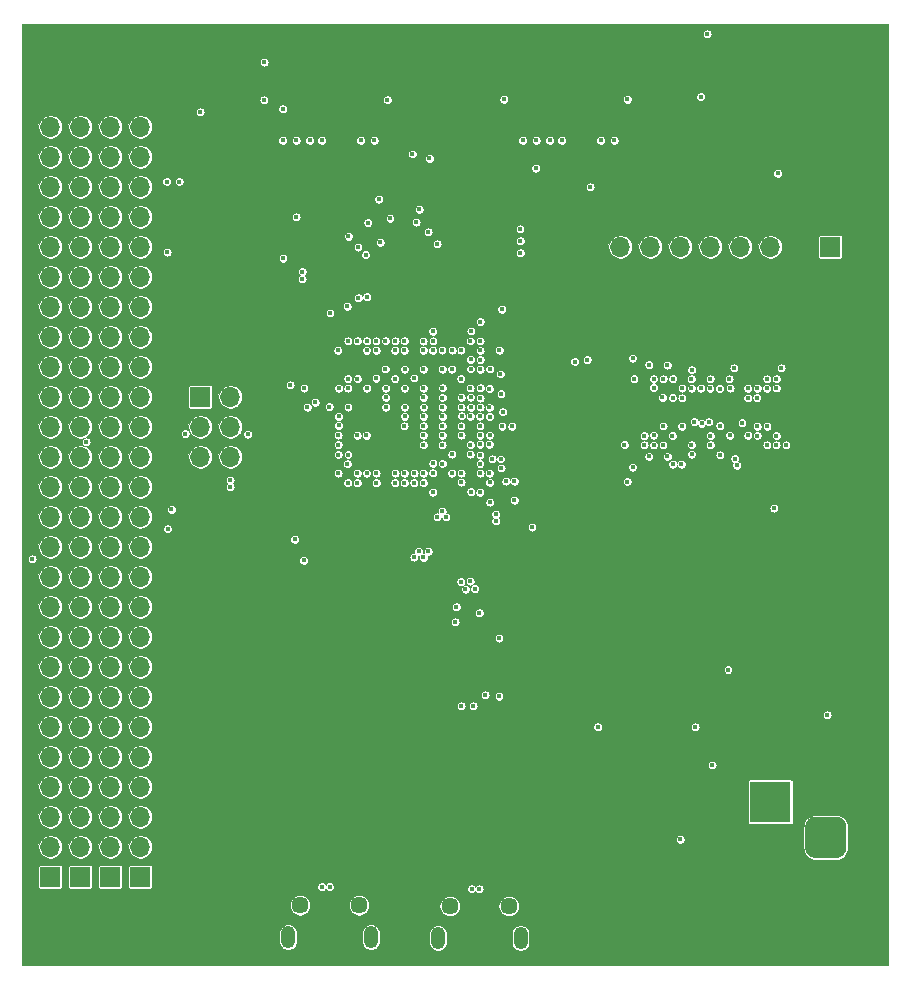
<source format=gbr>
%TF.GenerationSoftware,KiCad,Pcbnew,(5.1.8-0-10_14)*%
%TF.CreationDate,2020-12-08T12:39:33+00:00*%
%TF.ProjectId,STM32MP1_TestBoard,53544d33-324d-4503-915f-54657374426f,rev?*%
%TF.SameCoordinates,Original*%
%TF.FileFunction,Copper,L2,Inr*%
%TF.FilePolarity,Positive*%
%FSLAX46Y46*%
G04 Gerber Fmt 4.6, Leading zero omitted, Abs format (unit mm)*
G04 Created by KiCad (PCBNEW (5.1.8-0-10_14)) date 2020-12-08 12:39:33*
%MOMM*%
%LPD*%
G01*
G04 APERTURE LIST*
%TA.AperFunction,ComponentPad*%
%ADD10O,1.700000X1.700000*%
%TD*%
%TA.AperFunction,ComponentPad*%
%ADD11R,1.700000X1.700000*%
%TD*%
%TA.AperFunction,ComponentPad*%
%ADD12R,3.500000X3.500000*%
%TD*%
%TA.AperFunction,ComponentPad*%
%ADD13O,1.200000X1.900000*%
%TD*%
%TA.AperFunction,ComponentPad*%
%ADD14C,1.450000*%
%TD*%
%TA.AperFunction,ViaPad*%
%ADD15C,0.450000*%
%TD*%
%TA.AperFunction,Conductor*%
%ADD16C,0.100000*%
%TD*%
G04 APERTURE END LIST*
D10*
%TO.N,/GPIO/DSI_D0_N*%
%TO.C,J7*%
X177800000Y-88900000D03*
%TO.N,/GPIO/DSI_D0_P*%
X180340000Y-88900000D03*
%TO.N,/GPIO/DSI_CK_N*%
X182880000Y-88900000D03*
%TO.N,/GPIO/DSI_CK_P*%
X185420000Y-88900000D03*
%TO.N,/GPIO/DSI_D1_N*%
X187960000Y-88900000D03*
%TO.N,/GPIO/DSI_D1_P*%
X190500000Y-88900000D03*
%TO.N,GNDS*%
X193040000Y-88900000D03*
D11*
%TO.N,/DebugInterface1/3.3V_VDD*%
X195580000Y-88900000D03*
%TD*%
%TO.N,N/C*%
%TO.C,J9*%
%TA.AperFunction,ComponentPad*%
G36*
G01*
X196075000Y-140640000D02*
X194325000Y-140640000D01*
G75*
G02*
X193450000Y-139765000I0J875000D01*
G01*
X193450000Y-138015000D01*
G75*
G02*
X194325000Y-137140000I875000J0D01*
G01*
X196075000Y-137140000D01*
G75*
G02*
X196950000Y-138015000I0J-875000D01*
G01*
X196950000Y-139765000D01*
G75*
G02*
X196075000Y-140640000I-875000J0D01*
G01*
G37*
%TD.AperFunction*%
%TO.N,GNDS*%
%TA.AperFunction,ComponentPad*%
G36*
G01*
X191500000Y-143390000D02*
X189500000Y-143390000D01*
G75*
G02*
X188750000Y-142640000I0J750000D01*
G01*
X188750000Y-141140000D01*
G75*
G02*
X189500000Y-140390000I750000J0D01*
G01*
X191500000Y-140390000D01*
G75*
G02*
X192250000Y-141140000I0J-750000D01*
G01*
X192250000Y-142640000D01*
G75*
G02*
X191500000Y-143390000I-750000J0D01*
G01*
G37*
%TD.AperFunction*%
D12*
%TO.N,Net-(D2-Pad2)*%
X190500000Y-135890000D03*
%TD*%
D13*
%TO.N,Net-(J8-Pad6)*%
%TO.C,J8*%
X156687400Y-147338300D03*
X149687400Y-147338300D03*
D14*
X155687400Y-144638300D03*
X150687400Y-144638300D03*
%TD*%
D10*
%TO.N,Net-(J5-Pad6)*%
%TO.C,J5*%
X144780000Y-106680000D03*
%TO.N,Net-(J5-Pad5)*%
X142240000Y-106680000D03*
%TO.N,Net-(J5-Pad4)*%
X144780000Y-104140000D03*
%TO.N,Net-(J5-Pad3)*%
X142240000Y-104140000D03*
%TO.N,Net-(J5-Pad2)*%
X144780000Y-101600000D03*
D11*
%TO.N,Net-(J5-Pad1)*%
X142240000Y-101600000D03*
%TD*%
D10*
%TO.N,GNDS*%
%TO.C,J4*%
X129540000Y-76200000D03*
%TO.N,/DebugInterface1/3.3V_VDD*%
X129540000Y-78740000D03*
%TO.N,Net-(J4-Pad25)*%
X129540000Y-81280000D03*
%TO.N,/GPIO/PC8*%
X129540000Y-83820000D03*
%TO.N,/GPIO/PC12*%
X129540000Y-86360000D03*
%TO.N,/GPIO/PB14*%
X129540000Y-88900000D03*
%TO.N,/GPIO/PA9*%
X129540000Y-91440000D03*
%TO.N,/GPIO/PD5*%
X129540000Y-93980000D03*
%TO.N,/GPIO/PE3*%
X129540000Y-96520000D03*
%TO.N,/GPIO/PD7*%
X129540000Y-99060000D03*
%TO.N,/GPIO/PG15*%
X129540000Y-101600000D03*
%TO.N,/GPIO/PE14*%
X129540000Y-104140000D03*
%TO.N,/GPIO/PG12*%
X129540000Y-106680000D03*
%TO.N,/GPIO/PD9*%
X129540000Y-109220000D03*
%TO.N,/GPIO/PA3*%
X129540000Y-111760000D03*
%TO.N,/GPIO/PA5*%
X129540000Y-114300000D03*
%TO.N,/GPIO/PE2*%
X129540000Y-116840000D03*
%TO.N,/GPIO/PG13*%
X129540000Y-119380000D03*
%TO.N,/GPIO/PB1*%
X129540000Y-121920000D03*
%TO.N,/GPIO/PA1*%
X129540000Y-124460000D03*
%TO.N,/GPIO/PF11*%
X129540000Y-127000000D03*
%TO.N,/GPIO/PC0*%
X129540000Y-129540000D03*
%TO.N,/GPIO/PB5*%
X129540000Y-132080000D03*
%TO.N,/GPIO/PB13*%
X129540000Y-134620000D03*
%TO.N,/GPIO/PE7*%
X129540000Y-137160000D03*
%TO.N,/GPIO/PE8*%
X129540000Y-139700000D03*
D11*
%TO.N,/GPIO/PG9*%
X129540000Y-142240000D03*
%TD*%
D10*
%TO.N,GNDS*%
%TO.C,J3*%
X132080000Y-76200000D03*
%TO.N,/DebugInterface1/3.3V_VDD*%
X132080000Y-78740000D03*
%TO.N,Net-(J3-Pad25)*%
X132080000Y-81280000D03*
%TO.N,/GPIO/PC10*%
X132080000Y-83820000D03*
%TO.N,/GPIO/PC6*%
X132080000Y-86360000D03*
%TO.N,/GPIO/PB9*%
X132080000Y-88900000D03*
%TO.N,/GPIO/PB3*%
X132080000Y-91440000D03*
%TO.N,/GPIO/PG6*%
X132080000Y-93980000D03*
%TO.N,/GPIO/PB7*%
X132080000Y-96520000D03*
%TO.N,/GPIO/PE0*%
X132080000Y-99060000D03*
%TO.N,/GPIO/PE1*%
X132080000Y-101600000D03*
%TO.N,/GPIO/PE12*%
X132080000Y-104140000D03*
%TO.N,/GPIO/PD8*%
X132080000Y-106680000D03*
%TO.N,/GPIO/PC14*%
X132080000Y-109220000D03*
%TO.N,/GPIO/PH0*%
X132080000Y-111760000D03*
%TO.N,/GPIO/PA14*%
X132080000Y-114300000D03*
%TO.N,/GPIO/PC2*%
X132080000Y-116840000D03*
%TO.N,/GPIO/PB11*%
X132080000Y-119380000D03*
%TO.N,/GPIO/PB0*%
X132080000Y-121920000D03*
%TO.N,/GPIO/PA6*%
X132080000Y-124460000D03*
%TO.N,/GPIO/PA7*%
X132080000Y-127000000D03*
%TO.N,/GPIO/PG8*%
X132080000Y-129540000D03*
%TO.N,/GPIO/PF10*%
X132080000Y-132080000D03*
%TO.N,/GPIO/PF6*%
X132080000Y-134620000D03*
%TO.N,/GPIO/PE10*%
X132080000Y-137160000D03*
%TO.N,/GPIO/PD13*%
X132080000Y-139700000D03*
D11*
%TO.N,/GPIO/PA10*%
X132080000Y-142240000D03*
%TD*%
D10*
%TO.N,GNDS*%
%TO.C,J2*%
X134620000Y-76200000D03*
%TO.N,/DebugInterface1/3.3V_VDD*%
X134620000Y-78740000D03*
%TO.N,/GPIO/PC11*%
X134620000Y-81280000D03*
%TO.N,/GPIO/PC9*%
X134620000Y-83820000D03*
%TO.N,/GPIO/PC7*%
X134620000Y-86360000D03*
%TO.N,/GPIO/PB15*%
X134620000Y-88900000D03*
%TO.N,/GPIO/PE5*%
X134620000Y-91440000D03*
%TO.N,/GPIO/PD3*%
X134620000Y-93980000D03*
%TO.N,/GPIO/PD10*%
X134620000Y-96520000D03*
%TO.N,/GPIO/PD0*%
X134620000Y-99060000D03*
%TO.N,/GPIO/PE13*%
X134620000Y-101600000D03*
%TO.N,/GPIO/PE15*%
X134620000Y-104140000D03*
%TO.N,/GPIO/PD14*%
X134620000Y-106680000D03*
%TO.N,/GPIO/PC15*%
X134620000Y-109220000D03*
%TO.N,/GPIO/PH1*%
X134620000Y-111760000D03*
%TO.N,/GPIO/PA0*%
X134620000Y-114300000D03*
%TO.N,/GPIO/PC3*%
X134620000Y-116840000D03*
%TO.N,/GPIO/PC1*%
X134620000Y-119380000D03*
%TO.N,/GPIO/PC5*%
X134620000Y-121920000D03*
%TO.N,/GPIO/PB12*%
X134620000Y-124460000D03*
%TO.N,/GPIO/PG11*%
X134620000Y-127000000D03*
%TO.N,/GPIO/PG10*%
X134620000Y-129540000D03*
%TO.N,/GPIO/PD11*%
X134620000Y-132080000D03*
%TO.N,/GPIO/PF9*%
X134620000Y-134620000D03*
%TO.N,/GPIO/PG7*%
X134620000Y-137160000D03*
%TO.N,/GPIO/PB6*%
X134620000Y-139700000D03*
D11*
%TO.N,/GPIO/PA12*%
X134620000Y-142240000D03*
%TD*%
D10*
%TO.N,GNDS*%
%TO.C,J1*%
X137160000Y-76200000D03*
%TO.N,/DebugInterface1/3.3V_VDD*%
X137160000Y-78740000D03*
%TO.N,/GPIO/PE4*%
X137160000Y-81280000D03*
%TO.N,/GPIO/PD2*%
X137160000Y-83820000D03*
%TO.N,/GPIO/PB4*%
X137160000Y-86360000D03*
%TO.N,/GPIO/PA8*%
X137160000Y-88900000D03*
%TO.N,/GPIO/PA15*%
X137160000Y-91440000D03*
%TO.N,/GPIO/PD4*%
X137160000Y-93980000D03*
%TO.N,/GPIO/PD1*%
X137160000Y-96520000D03*
%TO.N,/GPIO/PE6*%
X137160000Y-99060000D03*
%TO.N,/GPIO/PE11*%
X137160000Y-101600000D03*
%TO.N,/GPIO/PD6*%
X137160000Y-104140000D03*
%TO.N,/GPIO/PD15*%
X137160000Y-106680000D03*
%TO.N,/GPIO/PC13*%
X137160000Y-109220000D03*
%TO.N,/GPIO/BOOT_STATUS*%
X137160000Y-111760000D03*
%TO.N,/GPIO/PA4*%
X137160000Y-114300000D03*
%TO.N,/GPIO/PG14*%
X137160000Y-116840000D03*
%TO.N,/GPIO/PA2*%
X137160000Y-119380000D03*
%TO.N,/GPIO/PC4*%
X137160000Y-121920000D03*
%TO.N,/GPIO/PB10*%
X137160000Y-124460000D03*
%TO.N,/GPIO/PB8*%
X137160000Y-127000000D03*
%TO.N,/GPIO/PE9*%
X137160000Y-129540000D03*
%TO.N,/GPIO/PF7*%
X137160000Y-132080000D03*
%TO.N,/GPIO/PF8*%
X137160000Y-134620000D03*
%TO.N,/GPIO/PD12*%
X137160000Y-137160000D03*
%TO.N,/GPIO/PB2*%
X137160000Y-139700000D03*
D11*
%TO.N,/GPIO/PA11*%
X137160000Y-142240000D03*
%TD*%
D13*
%TO.N,Net-(J14-Pad6)*%
%TO.C,J14*%
X169362000Y-147414500D03*
X162362000Y-147414500D03*
D14*
X168362000Y-144714500D03*
X163362000Y-144714500D03*
%TD*%
D15*
%TO.N,GNDS*%
X185420000Y-122174000D03*
X157149800Y-100863400D03*
X157137100Y-101638100D03*
X157124400Y-102463600D03*
X157156200Y-104806800D03*
X157149800Y-104063800D03*
X157124400Y-103251000D03*
X156337000Y-101638100D03*
X155536900Y-100863400D03*
X158724600Y-102463600D03*
X158750000Y-100863400D03*
X157937200Y-100050600D03*
X158724600Y-103263700D03*
X158750000Y-104051100D03*
X158750000Y-104775000D03*
X160350200Y-102463600D03*
X160350200Y-103251000D03*
X161925000Y-100863400D03*
X160343700Y-100863400D03*
X159537400Y-100050600D03*
X161137600Y-100050600D03*
X160350200Y-104051100D03*
X160350200Y-104851200D03*
X160324800Y-105664000D03*
X161137600Y-106451400D03*
X161925000Y-104051100D03*
X162737800Y-100050600D03*
X163550600Y-102463600D03*
X163550600Y-103251000D03*
X163550600Y-104851200D03*
X163525200Y-107238800D03*
X162737800Y-106451400D03*
X158737300Y-105664000D03*
X158750000Y-106426000D03*
X155524200Y-102438200D03*
X156337000Y-106426000D03*
X154736800Y-108051600D03*
X164338000Y-99250500D03*
X160324800Y-99263200D03*
X158724600Y-99263200D03*
X155536900Y-103251000D03*
X156324300Y-108864400D03*
X157937200Y-108051600D03*
X156337000Y-99237800D03*
X152299000Y-95657000D03*
X153898600Y-98464000D03*
X153924000Y-100050594D03*
X153136600Y-106476800D03*
X165149000Y-108839000D03*
X165125000Y-97663000D03*
X189407800Y-99237800D03*
X182620000Y-99243800D03*
X190500000Y-145288000D03*
X185420000Y-125222000D03*
X182880000Y-120650000D03*
X182880000Y-126492000D03*
X182880000Y-123698000D03*
X190601600Y-101701600D03*
X184632600Y-100063300D03*
X190619998Y-99136200D03*
X184632600Y-105664000D03*
X191439800Y-106616500D03*
X189445902Y-105664000D03*
X188607700Y-105664000D03*
X180979090Y-106638610D03*
X182620002Y-106638610D03*
X179420000Y-106638610D03*
X179463700Y-108556310D03*
X185826400Y-107365802D03*
X181025800Y-98882200D03*
X177673000Y-98450400D03*
X179418359Y-98875246D03*
X187020202Y-105664000D03*
X195580000Y-71755000D03*
X162687000Y-92659200D03*
X161144999Y-98450400D03*
X162737800Y-108026200D03*
X154736800Y-105638600D03*
X159537400Y-107238800D03*
X163550609Y-105664000D03*
X163550609Y-104051100D03*
X149783800Y-98069400D03*
X149910800Y-104266998D03*
X156336798Y-96062800D03*
X166725600Y-96037400D03*
X167487600Y-110378990D03*
X190222281Y-112925687D03*
X190625009Y-106572700D03*
X193040000Y-147066000D03*
X187960000Y-147066000D03*
X185420000Y-145034000D03*
X182880000Y-147066000D03*
X172720000Y-147066000D03*
X170180000Y-145034000D03*
X172720000Y-143002000D03*
X167640000Y-143002000D03*
X165100000Y-141224000D03*
X160020000Y-134620000D03*
X157480000Y-139446000D03*
X154940000Y-137668000D03*
X160020000Y-137668000D03*
X195580000Y-133858000D03*
X193040000Y-132080000D03*
X187960000Y-137160000D03*
X185420000Y-134620000D03*
X180340000Y-134620000D03*
X185420000Y-139700000D03*
X167640000Y-132080000D03*
X170180000Y-134620000D03*
X172720000Y-132080000D03*
X167640000Y-116840000D03*
X170180000Y-114935000D03*
X177800000Y-116840000D03*
X180340000Y-114935000D03*
X182880000Y-116840000D03*
X185420000Y-114935000D03*
X187960000Y-116840000D03*
X185420000Y-118872000D03*
X180340000Y-118745000D03*
X190500000Y-118872000D03*
X193040000Y-116840000D03*
X195580000Y-118745000D03*
X195580000Y-114935000D03*
X195580000Y-109220000D03*
X195580000Y-104140000D03*
X195580000Y-98425000D03*
X193040000Y-96520000D03*
X195580000Y-94615000D03*
X195580000Y-83185000D03*
X195580000Y-79375000D03*
X195580000Y-75565000D03*
X193040000Y-77470000D03*
X193040000Y-73660000D03*
X190500000Y-94615000D03*
X180340000Y-73660000D03*
X177800000Y-71120000D03*
X175260000Y-73660000D03*
X172720000Y-71120000D03*
X170180000Y-73660000D03*
X167640000Y-71120000D03*
X165100000Y-73660000D03*
X162560000Y-71120000D03*
X160020000Y-73660000D03*
X157480000Y-71120000D03*
X154940000Y-73660000D03*
X152400000Y-71120000D03*
X162560000Y-76200000D03*
X147320000Y-71120000D03*
X142240000Y-71120000D03*
X137160000Y-71120000D03*
X132080000Y-71120000D03*
X180340000Y-78740000D03*
X160020000Y-149098000D03*
X160020000Y-145288000D03*
X160020000Y-141478000D03*
X144780000Y-145288000D03*
X142240000Y-147320000D03*
X139700000Y-145288000D03*
X137160000Y-147320000D03*
X134620000Y-145288000D03*
X132080000Y-147320000D03*
X129540000Y-145288000D03*
X170180000Y-119888000D03*
X140462000Y-79883000D03*
X190500000Y-122174000D03*
X193040000Y-123698000D03*
X190500000Y-128270000D03*
X187960000Y-120650000D03*
X193040000Y-143256000D03*
X160020000Y-78740000D03*
X163195000Y-83820000D03*
X165100000Y-88900000D03*
X167640000Y-86360000D03*
X171450000Y-85090000D03*
X182880000Y-85090000D03*
X187960000Y-85090000D03*
X190500000Y-75565000D03*
X187960000Y-73660000D03*
X185420000Y-75565000D03*
X190500000Y-79375000D03*
X190500000Y-90805000D03*
X184912000Y-90805000D03*
X164465000Y-82550000D03*
X165735000Y-81280000D03*
X190500000Y-125222000D03*
X190500000Y-149098000D03*
X185420000Y-149098000D03*
X180340000Y-149098000D03*
X175260000Y-149098000D03*
X170180000Y-141224000D03*
X167640000Y-139446000D03*
X165100000Y-137668000D03*
X157480000Y-143510000D03*
X162560000Y-143510000D03*
X152400000Y-139446000D03*
X160020000Y-130810000D03*
X154940000Y-149098000D03*
X149860000Y-149098000D03*
X144780000Y-149098000D03*
X139700000Y-149098000D03*
X134620000Y-149098000D03*
X129540000Y-149098000D03*
X147320000Y-143510000D03*
X142240000Y-143510000D03*
X137160000Y-143510000D03*
X132080000Y-143510000D03*
X165100000Y-149098000D03*
X170180000Y-149098000D03*
X187960000Y-123698000D03*
X193040000Y-126746000D03*
X195326000Y-125222000D03*
X188468000Y-132080000D03*
X193040000Y-135636000D03*
X180340000Y-137414000D03*
X176276000Y-135128000D03*
X176276000Y-132080000D03*
X180340000Y-141478000D03*
X152730200Y-110591600D03*
X175260000Y-114935000D03*
%TO.N,/DebugInterface1/3.3V_VDD*%
X153950000Y-104013000D03*
X152527000Y-79883000D03*
X172847000Y-79883000D03*
X156311600Y-104851200D03*
X153924000Y-105638600D03*
X139801600Y-111125000D03*
X161941799Y-107222001D03*
X191135000Y-82677000D03*
X162750500Y-100838000D03*
X161925000Y-96051000D03*
X149225000Y-77216000D03*
X164338000Y-127762000D03*
X175260000Y-83820000D03*
%TO.N,Net-(C4-Pad1)*%
X184150000Y-129540000D03*
X175895000Y-129540000D03*
X186922500Y-124692500D03*
%TO.N,/PSU/1.35V_VDDCORE*%
X159512000Y-104051100D03*
X159537400Y-103238300D03*
X159537400Y-102463600D03*
X159537400Y-100863400D03*
X158724600Y-100050600D03*
X157937200Y-100863400D03*
X157124400Y-100025200D03*
X157937200Y-101638100D03*
X157949900Y-102463600D03*
X161137600Y-101638100D03*
X161150300Y-102463600D03*
X161137600Y-103238300D03*
X161137600Y-104051100D03*
X160324800Y-99999800D03*
X161137600Y-100863400D03*
X161124900Y-104838500D03*
X162737800Y-104851200D03*
X162737800Y-104051100D03*
X162750500Y-103251000D03*
X162737800Y-102463600D03*
X162737800Y-101650800D03*
X161137600Y-99250500D03*
X162737800Y-99250500D03*
X163537900Y-99250500D03*
X164338000Y-101638100D03*
X164338000Y-102463600D03*
X164363400Y-103200200D03*
X157911800Y-99237800D03*
X156337000Y-100863400D03*
X161137600Y-105664000D03*
X162725100Y-105664000D03*
X163550600Y-106451400D03*
X164338000Y-104838500D03*
X164325300Y-104051100D03*
X154736800Y-100863400D03*
X159537400Y-99250500D03*
X190813500Y-111014700D03*
X183819800Y-100076000D03*
X185420000Y-100063300D03*
X190220600Y-100063300D03*
X191420000Y-99136200D03*
X183832500Y-105657500D03*
X191833500Y-105664000D03*
X181791808Y-106638610D03*
X180219997Y-106638610D03*
X186232800Y-104038400D03*
X181787800Y-98907600D03*
X180225700Y-98872790D03*
X187426600Y-99136200D03*
X186232800Y-106502200D03*
X155555450Y-100056450D03*
X195326000Y-128524000D03*
%TO.N,/PSU/1V8_DETECT*%
X161950400Y-96850200D03*
X165354000Y-127762000D03*
X163830000Y-120650000D03*
X167538400Y-126949200D03*
X167538400Y-122021600D03*
%TO.N,Net-(C12-Pad2)*%
X155525212Y-104860210D03*
%TO.N,/DebugInterface1/NRST*%
X184607200Y-76174600D03*
X151968202Y-102057200D03*
X185166000Y-70866000D03*
%TO.N,Net-(C14-Pad2)*%
X153923998Y-104838500D03*
%TO.N,Net-(C15-Pad1)*%
X153162500Y-102425500D03*
%TO.N,/PSU/3V3_USB*%
X163920968Y-119380000D03*
X166369998Y-126822200D03*
%TO.N,/DDR/DDR_VREF*%
X182245002Y-107291990D03*
X187020200Y-100069993D03*
X182219600Y-104876600D03*
X178384200Y-108762796D03*
%TO.N,Net-(C69-Pad2)*%
X165160594Y-96014807D03*
%TO.N,Net-(C69-Pad1)*%
X161925000Y-97663000D03*
%TO.N,/DebugInterface1/SWO*%
X162712400Y-97647000D03*
X169316400Y-87376000D03*
%TO.N,/DebugInterface1/SWCLK*%
X164312600Y-97647000D03*
X169341800Y-89408000D03*
%TO.N,/DebugInterface1/SWDIO*%
X163566941Y-97647000D03*
X169341800Y-88392000D03*
%TO.N,/GPIO/BOOT_STATUS*%
X142240000Y-77470000D03*
%TO.N,Net-(J12-Pad9)*%
X178409600Y-76403200D03*
X167944800Y-76403198D03*
%TO.N,Net-(J13-Pad9)*%
X147624800Y-76454000D03*
X158089600Y-76454000D03*
%TO.N,/DDR/DDR_CKE*%
X183838600Y-106451400D03*
X167665400Y-106857800D03*
%TO.N,Net-(R10-Pad1)*%
X166751000Y-99237800D03*
%TO.N,Net-(R11-Pad1)*%
X182968900Y-107291990D03*
%TO.N,Net-(R15-Pad1)*%
X175006000Y-98450400D03*
X164312599Y-100050600D03*
%TO.N,/DDR/DDR_A12*%
X165925100Y-104051100D03*
X181432201Y-104063800D03*
%TO.N,/DDR/DDR_A14*%
X178155593Y-105638609D03*
X166712600Y-105612577D03*
%TO.N,/DDR/DDR_ODT*%
X183845200Y-99314000D03*
X167703600Y-101330010D03*
%TO.N,/DDR/DDR_A0*%
X165937902Y-101697820D03*
X181374019Y-101644042D03*
%TO.N,/DDR/DDR_A2*%
X165950012Y-100837988D03*
X180619400Y-100803190D03*
%TO.N,/DDR/DDR_A4*%
X180619400Y-105676700D03*
X165100000Y-106451400D03*
%TO.N,/DDR/DDR_A6*%
X165112700Y-105638700D03*
X179832000Y-105664000D03*
%TO.N,/DDR/DDR_A8*%
X165925502Y-107251500D03*
X178841400Y-107543600D03*
%TO.N,/DDR/DDR_A10*%
X168630600Y-104089200D03*
X183007000Y-104089200D03*
%TO.N,/DDR/DDR_BA0*%
X182245000Y-100050600D03*
X166725600Y-100896041D03*
%TO.N,/DDR/DDR_BA2*%
X165138100Y-102476300D03*
X182229399Y-101660601D03*
%TO.N,/DDR/DDR_CASN*%
X165112700Y-103238300D03*
X183832603Y-100859370D03*
%TO.N,/DDR/DDR_A13*%
X165935183Y-99263200D03*
X173939200Y-98602800D03*
%TO.N,/DDR/DDR_WEN*%
X165938202Y-102463600D03*
X183019700Y-101676200D03*
%TO.N,/DDR/DDR_A5*%
X180619400Y-100076000D03*
X165125400Y-101625400D03*
%TO.N,/DDR/DDR_A7*%
X165125400Y-99237802D03*
X178841400Y-98323400D03*
%TO.N,/DDR/DDR_A9*%
X165100000Y-100850700D03*
X178968400Y-100060010D03*
%TO.N,/DDR/DDR_A11*%
X166735687Y-104844677D03*
X179832000Y-104882711D03*
%TO.N,/DDR/DDR_BA1*%
X181419500Y-105670500D03*
X165927291Y-105612577D03*
%TO.N,/DDR/DDR_RASN*%
X184619900Y-100863400D03*
X165895161Y-103235010D03*
%TO.N,/DDR/DDR_CSN*%
X166713443Y-102489864D03*
X183032394Y-100857600D03*
%TO.N,/DDR/DDR_A1*%
X165925500Y-104851500D03*
X180619404Y-104844677D03*
%TO.N,/DDR/DDR_A3*%
X181432200Y-100063300D03*
X167652800Y-99657000D03*
%TO.N,/DDR/DDR_DQ11*%
X190195200Y-100876100D03*
X166763700Y-110515400D03*
%TO.N,/DDR/DDR_DQ6*%
X167563800Y-97637600D03*
X186207400Y-100888800D03*
%TO.N,/DDR/DDR_DQ12*%
X191020700Y-104876600D03*
X167259000Y-111540810D03*
%TO.N,/DDR/DDR_DQ14*%
X191008000Y-105664000D03*
X165912800Y-109677198D03*
%TO.N,/DDR/DDR_DQM1*%
X188607700Y-104851200D03*
X166742734Y-108841059D03*
%TO.N,/DDR/DDR_DQ13*%
X166725600Y-108051604D03*
X191020700Y-100063300D03*
X170332400Y-112623600D03*
X168122600Y-108737398D03*
%TO.N,/DDR/DDR_DQ10*%
X190213996Y-105664000D03*
X166954200Y-106845100D03*
X168833800Y-108737400D03*
X167716200Y-107619800D03*
X168833800Y-110337600D03*
%TO.N,/DDR/DDR_DQ8*%
X189395100Y-104869600D03*
X165931002Y-106532601D03*
%TO.N,/DDR/DDR_DQ4*%
X185407300Y-100876100D03*
X165938200Y-98440990D03*
%TO.N,/DDR/DDR_DQ2*%
X165938200Y-97664194D03*
X187105800Y-100861937D03*
%TO.N,/DDR/DDR_DQM0*%
X189407800Y-100876100D03*
X188595000Y-101695000D03*
X165938200Y-96864200D03*
%TO.N,/DDR/DDR_DQ7*%
X185432403Y-104876600D03*
X184683400Y-103835200D03*
%TO.N,/DDR/DDR_DQ1*%
X188112400Y-103784400D03*
X167767000Y-94183200D03*
%TO.N,/DDR/DDR_DQ15*%
X191020700Y-100850700D03*
X167259000Y-112080823D03*
%TO.N,/DDR/DDR_DQ9*%
X165938200Y-108051600D03*
X189369700Y-101663500D03*
%TO.N,/DDR/DDR_DQ5*%
X185426000Y-105664000D03*
X165125398Y-98425000D03*
%TO.N,/DDR/DDR_DQ3*%
X165112702Y-96862900D03*
X187064545Y-104856045D03*
%TO.N,/DDR/DDR_DQ0*%
X165938200Y-95224600D03*
X188595000Y-100876100D03*
%TO.N,/GPIO/USB_Conn/USB_D1_P*%
X165212000Y-143256000D03*
X162721410Y-111277400D03*
%TO.N,/GPIO/USB_Conn/USB_D2_P*%
X153187400Y-143065492D03*
X162303578Y-111760000D03*
%TO.N,/DDR/DDR_CLK_N*%
X184073806Y-103695500D03*
X167843200Y-102870004D03*
%TO.N,/DDR/DDR_CLK_P*%
X185293002Y-103708200D03*
X167792400Y-104089200D03*
%TO.N,/DDR/DDR_DQS1_P*%
X189400787Y-104089200D03*
X187655202Y-107391200D03*
%TO.N,/DDR/DDR_DQS1_N*%
X187502800Y-106832400D03*
X190234211Y-104089200D03*
%TO.N,/GPIO/USB_Conn/USB_D1_N*%
X165862000Y-143256000D03*
X163033590Y-111760000D03*
%TO.N,/GPIO/USB_Conn/USB_D2_N*%
X152526999Y-143065501D03*
X161925000Y-109663000D03*
%TO.N,/GPIO/PB6*%
X161925000Y-108026200D03*
X161544000Y-114681000D03*
%TO.N,/GPIO/PC9*%
X177292000Y-79883000D03*
X157353000Y-84861400D03*
X160204150Y-81032350D03*
%TO.N,/GPIO/PC8*%
X176149000Y-79883000D03*
X161112200Y-96875600D03*
X160782000Y-85725000D03*
X140462000Y-83362800D03*
%TO.N,/GPIO/PC12*%
X159524700Y-96850200D03*
X161645598Y-81407000D03*
X156438600Y-86842600D03*
%TO.N,/GPIO/PD2*%
X171831000Y-79883000D03*
X161544000Y-87630000D03*
%TO.N,/GPIO/PC11*%
X170688000Y-79883000D03*
X162306000Y-88646000D03*
X170649900Y-82232500D03*
%TO.N,/GPIO/PC10*%
X169545000Y-79883000D03*
X160528000Y-86804500D03*
X161124900Y-97650300D03*
X139395200Y-83362800D03*
%TO.N,/GPIO/PB15*%
X156972000Y-79883000D03*
X154791180Y-88005022D03*
%TO.N,/GPIO/PB13*%
X155829000Y-79883000D03*
X159524700Y-108051600D03*
%TO.N,/GPIO/PC1*%
X147650200Y-73253600D03*
%TO.N,/GPIO/PA0*%
X151511000Y-79883000D03*
X128016000Y-115315996D03*
%TO.N,/GPIO/PB4*%
X150368000Y-79883000D03*
X150368000Y-86360000D03*
%TO.N,/GPIO/PB3*%
X149225000Y-79883000D03*
X149250400Y-89865200D03*
%TO.N,/GPIO/PA11*%
X165150796Y-109626402D03*
X165871010Y-119888000D03*
%TO.N,/GPIO/PA12*%
X164338000Y-108812613D03*
X165481000Y-117830596D03*
%TO.N,/GPIO/PA10*%
X164338000Y-108050000D03*
X165090990Y-117204610D03*
%TO.N,/GPIO/PG9*%
X163537900Y-108051600D03*
X164700988Y-117875124D03*
%TO.N,/GPIO/PB2*%
X162737800Y-107238800D03*
X164310978Y-117248024D03*
%TO.N,/GPIO/PD13*%
X161137600Y-108864400D03*
X161137600Y-115189000D03*
%TO.N,/GPIO/PD12*%
X160324800Y-108864400D03*
X160324800Y-115163600D03*
%TO.N,/GPIO/PE8*%
X161125600Y-108051600D03*
X160731200Y-114681000D03*
%TO.N,/GPIO/PF8*%
X159524700Y-108864400D03*
%TO.N,/GPIO/PE7*%
X160350200Y-108051600D03*
%TO.N,/GPIO/PC6*%
X158305500Y-86487000D03*
X159512000Y-97650300D03*
%TO.N,/GPIO/PF10*%
X158724600Y-108864400D03*
%TO.N,/GPIO/PB9*%
X158724600Y-97650300D03*
X139446000Y-89344500D03*
X155600400Y-88925400D03*
%TO.N,/GPIO/PB14*%
X158750000Y-96850200D03*
X157480002Y-88519000D03*
%TO.N,/GPIO/PB5*%
X158750000Y-108051600D03*
%TO.N,/GPIO/PA9*%
X157924500Y-96850200D03*
X156235400Y-89560400D03*
%TO.N,/GPIO/PG8*%
X157149800Y-108864400D03*
%TO.N,/GPIO/PC0*%
X157137100Y-108051600D03*
%TO.N,/GPIO/PD5*%
X157137100Y-97650300D03*
X150876000Y-91617800D03*
%TO.N,/GPIO/PA15*%
X157128083Y-96850200D03*
X150876000Y-90982800D03*
%TO.N,/GPIO/PA7*%
X156324300Y-108051600D03*
%TO.N,/GPIO/PD4*%
X156324300Y-97650300D03*
X155625800Y-93218000D03*
%TO.N,/GPIO/PD3*%
X156337000Y-96850200D03*
X156337000Y-93116400D03*
%TO.N,/GPIO/PF11*%
X155536900Y-108864400D03*
%TO.N,/GPIO/PA6*%
X155536900Y-108051600D03*
%TO.N,/GPIO/PD10*%
X155536900Y-96850200D03*
X154686000Y-93929200D03*
%TO.N,/GPIO/PA1*%
X154724100Y-108864400D03*
%TO.N,/GPIO/PA4*%
X154701909Y-107261091D03*
X150240996Y-113664996D03*
%TO.N,/GPIO/PA5*%
X154749500Y-106476800D03*
X139472399Y-112775001D03*
%TO.N,/GPIO/PE0*%
X153225500Y-94497000D03*
X154736798Y-96850202D03*
%TO.N,/GPIO/PC3*%
X153924000Y-108051600D03*
X151003000Y-115442986D03*
%TO.N,/GPIO/PA3*%
X153924000Y-106476800D03*
%TO.N,/GPIO/PC13*%
X153949400Y-103251000D03*
X144780002Y-109220000D03*
%TO.N,/GPIO/PD9*%
X153959926Y-100861425D03*
X151028400Y-100863400D03*
%TO.N,/GPIO/PD14*%
X154736800Y-100050600D03*
X149860000Y-100584000D03*
%TO.N,/GPIO/PE14*%
X153898600Y-97663000D03*
%TO.N,/GPIO/PG12*%
X132588000Y-105410000D03*
X146253200Y-104749600D03*
X140970000Y-104711500D03*
%TO.N,Net-(J5-Pad6)*%
X144780000Y-108635800D03*
%TO.N,Net-(J5-Pad4)*%
X154749500Y-102463600D03*
%TO.N,Net-(J5-Pad2)*%
X151307800Y-102463600D03*
%TO.N,Net-(C1-Pad1)*%
X185590000Y-132764990D03*
X182880000Y-139065000D03*
%TO.N,Net-(U1-PadK18)*%
X166733898Y-103259898D03*
%TD*%
D16*
%TO.N,GNDS*%
X200485001Y-149685000D02*
X127175000Y-149685000D01*
X127175000Y-146951465D01*
X148937400Y-146951465D01*
X148937400Y-147725134D01*
X148948253Y-147835325D01*
X148991139Y-147976700D01*
X149060781Y-148106992D01*
X149154505Y-148221195D01*
X149268707Y-148314919D01*
X149398999Y-148384561D01*
X149540374Y-148427447D01*
X149687400Y-148441928D01*
X149834425Y-148427447D01*
X149975800Y-148384561D01*
X150106092Y-148314919D01*
X150220295Y-148221195D01*
X150314019Y-148106993D01*
X150383661Y-147976701D01*
X150426547Y-147835326D01*
X150437400Y-147725135D01*
X150437400Y-146951466D01*
X155937400Y-146951466D01*
X155937400Y-147725135D01*
X155948253Y-147835326D01*
X155991140Y-147976701D01*
X156060782Y-148106993D01*
X156154506Y-148221195D01*
X156268708Y-148314919D01*
X156399000Y-148384561D01*
X156540375Y-148427447D01*
X156687400Y-148441928D01*
X156834426Y-148427447D01*
X156975801Y-148384561D01*
X157106093Y-148314919D01*
X157220295Y-148221195D01*
X157314019Y-148106993D01*
X157383661Y-147976701D01*
X157426547Y-147835326D01*
X157437400Y-147725135D01*
X157437400Y-147027665D01*
X161612000Y-147027665D01*
X161612000Y-147801334D01*
X161622853Y-147911525D01*
X161665739Y-148052900D01*
X161735381Y-148183192D01*
X161829105Y-148297395D01*
X161943307Y-148391119D01*
X162073599Y-148460761D01*
X162214974Y-148503647D01*
X162362000Y-148518128D01*
X162509025Y-148503647D01*
X162650400Y-148460761D01*
X162780692Y-148391119D01*
X162894895Y-148297395D01*
X162988619Y-148183193D01*
X163058261Y-148052901D01*
X163101147Y-147911526D01*
X163112000Y-147801335D01*
X163112000Y-147027666D01*
X168612000Y-147027666D01*
X168612000Y-147801335D01*
X168622853Y-147911526D01*
X168665740Y-148052901D01*
X168735382Y-148183193D01*
X168829106Y-148297395D01*
X168943308Y-148391119D01*
X169073600Y-148460761D01*
X169214975Y-148503647D01*
X169362000Y-148518128D01*
X169509026Y-148503647D01*
X169650401Y-148460761D01*
X169780693Y-148391119D01*
X169894895Y-148297395D01*
X169988619Y-148183193D01*
X170058261Y-148052901D01*
X170101147Y-147911526D01*
X170112000Y-147801335D01*
X170112000Y-147027665D01*
X170101147Y-146917474D01*
X170058261Y-146776099D01*
X169988619Y-146645807D01*
X169894895Y-146531605D01*
X169780692Y-146437881D01*
X169650400Y-146368239D01*
X169509025Y-146325353D01*
X169362000Y-146310872D01*
X169214974Y-146325353D01*
X169073599Y-146368239D01*
X168943307Y-146437881D01*
X168829105Y-146531605D01*
X168735381Y-146645808D01*
X168665739Y-146776100D01*
X168622853Y-146917475D01*
X168612000Y-147027666D01*
X163112000Y-147027666D01*
X163112000Y-147027665D01*
X163101147Y-146917474D01*
X163058261Y-146776099D01*
X162988619Y-146645807D01*
X162894895Y-146531605D01*
X162780693Y-146437881D01*
X162650401Y-146368239D01*
X162509026Y-146325353D01*
X162362000Y-146310872D01*
X162214975Y-146325353D01*
X162073600Y-146368239D01*
X161943308Y-146437881D01*
X161829106Y-146531605D01*
X161735382Y-146645807D01*
X161665740Y-146776099D01*
X161622853Y-146917474D01*
X161612000Y-147027665D01*
X157437400Y-147027665D01*
X157437400Y-146951465D01*
X157426547Y-146841274D01*
X157383661Y-146699899D01*
X157314019Y-146569607D01*
X157220295Y-146455405D01*
X157106092Y-146361681D01*
X156975800Y-146292039D01*
X156834425Y-146249153D01*
X156687400Y-146234672D01*
X156540374Y-146249153D01*
X156398999Y-146292039D01*
X156268707Y-146361681D01*
X156154505Y-146455405D01*
X156060781Y-146569608D01*
X155991139Y-146699900D01*
X155948253Y-146841275D01*
X155937400Y-146951466D01*
X150437400Y-146951466D01*
X150437400Y-146951465D01*
X150426547Y-146841274D01*
X150383661Y-146699899D01*
X150314019Y-146569607D01*
X150220295Y-146455405D01*
X150106093Y-146361681D01*
X149975801Y-146292039D01*
X149834426Y-146249153D01*
X149687400Y-146234672D01*
X149540375Y-146249153D01*
X149399000Y-146292039D01*
X149268708Y-146361681D01*
X149154506Y-146455405D01*
X149060782Y-146569607D01*
X148991140Y-146699899D01*
X148948253Y-146841274D01*
X148937400Y-146951465D01*
X127175000Y-146951465D01*
X127175000Y-144552120D01*
X149812400Y-144552120D01*
X149812400Y-144724480D01*
X149846026Y-144893528D01*
X149911985Y-145052768D01*
X150007743Y-145196080D01*
X150129620Y-145317957D01*
X150272932Y-145413715D01*
X150432172Y-145479674D01*
X150601220Y-145513300D01*
X150773580Y-145513300D01*
X150942628Y-145479674D01*
X151101868Y-145413715D01*
X151245180Y-145317957D01*
X151367057Y-145196080D01*
X151462815Y-145052768D01*
X151528774Y-144893528D01*
X151562400Y-144724480D01*
X151562400Y-144552120D01*
X154812400Y-144552120D01*
X154812400Y-144724480D01*
X154846026Y-144893528D01*
X154911985Y-145052768D01*
X155007743Y-145196080D01*
X155129620Y-145317957D01*
X155272932Y-145413715D01*
X155432172Y-145479674D01*
X155601220Y-145513300D01*
X155773580Y-145513300D01*
X155942628Y-145479674D01*
X156101868Y-145413715D01*
X156245180Y-145317957D01*
X156367057Y-145196080D01*
X156462815Y-145052768D01*
X156528774Y-144893528D01*
X156562400Y-144724480D01*
X156562400Y-144628320D01*
X162487000Y-144628320D01*
X162487000Y-144800680D01*
X162520626Y-144969728D01*
X162586585Y-145128968D01*
X162682343Y-145272280D01*
X162804220Y-145394157D01*
X162947532Y-145489915D01*
X163106772Y-145555874D01*
X163275820Y-145589500D01*
X163448180Y-145589500D01*
X163617228Y-145555874D01*
X163776468Y-145489915D01*
X163919780Y-145394157D01*
X164041657Y-145272280D01*
X164137415Y-145128968D01*
X164203374Y-144969728D01*
X164237000Y-144800680D01*
X164237000Y-144628320D01*
X167487000Y-144628320D01*
X167487000Y-144800680D01*
X167520626Y-144969728D01*
X167586585Y-145128968D01*
X167682343Y-145272280D01*
X167804220Y-145394157D01*
X167947532Y-145489915D01*
X168106772Y-145555874D01*
X168275820Y-145589500D01*
X168448180Y-145589500D01*
X168617228Y-145555874D01*
X168776468Y-145489915D01*
X168919780Y-145394157D01*
X169041657Y-145272280D01*
X169137415Y-145128968D01*
X169203374Y-144969728D01*
X169237000Y-144800680D01*
X169237000Y-144628320D01*
X169203374Y-144459272D01*
X169137415Y-144300032D01*
X169041657Y-144156720D01*
X168919780Y-144034843D01*
X168776468Y-143939085D01*
X168617228Y-143873126D01*
X168448180Y-143839500D01*
X168275820Y-143839500D01*
X168106772Y-143873126D01*
X167947532Y-143939085D01*
X167804220Y-144034843D01*
X167682343Y-144156720D01*
X167586585Y-144300032D01*
X167520626Y-144459272D01*
X167487000Y-144628320D01*
X164237000Y-144628320D01*
X164203374Y-144459272D01*
X164137415Y-144300032D01*
X164041657Y-144156720D01*
X163919780Y-144034843D01*
X163776468Y-143939085D01*
X163617228Y-143873126D01*
X163448180Y-143839500D01*
X163275820Y-143839500D01*
X163106772Y-143873126D01*
X162947532Y-143939085D01*
X162804220Y-144034843D01*
X162682343Y-144156720D01*
X162586585Y-144300032D01*
X162520626Y-144459272D01*
X162487000Y-144628320D01*
X156562400Y-144628320D01*
X156562400Y-144552120D01*
X156528774Y-144383072D01*
X156462815Y-144223832D01*
X156367057Y-144080520D01*
X156245180Y-143958643D01*
X156101868Y-143862885D01*
X155942628Y-143796926D01*
X155773580Y-143763300D01*
X155601220Y-143763300D01*
X155432172Y-143796926D01*
X155272932Y-143862885D01*
X155129620Y-143958643D01*
X155007743Y-144080520D01*
X154911985Y-144223832D01*
X154846026Y-144383072D01*
X154812400Y-144552120D01*
X151562400Y-144552120D01*
X151528774Y-144383072D01*
X151462815Y-144223832D01*
X151367057Y-144080520D01*
X151245180Y-143958643D01*
X151101868Y-143862885D01*
X150942628Y-143796926D01*
X150773580Y-143763300D01*
X150601220Y-143763300D01*
X150432172Y-143796926D01*
X150272932Y-143862885D01*
X150129620Y-143958643D01*
X150007743Y-144080520D01*
X149911985Y-144223832D01*
X149846026Y-144383072D01*
X149812400Y-144552120D01*
X127175000Y-144552120D01*
X127175000Y-141390000D01*
X128539275Y-141390000D01*
X128539275Y-143090000D01*
X128542171Y-143119405D01*
X128550748Y-143147680D01*
X128564677Y-143173738D01*
X128583421Y-143196579D01*
X128606262Y-143215323D01*
X128632320Y-143229252D01*
X128660595Y-143237829D01*
X128690000Y-143240725D01*
X130390000Y-143240725D01*
X130419405Y-143237829D01*
X130447680Y-143229252D01*
X130473738Y-143215323D01*
X130496579Y-143196579D01*
X130515323Y-143173738D01*
X130529252Y-143147680D01*
X130537829Y-143119405D01*
X130540725Y-143090000D01*
X130540725Y-141390000D01*
X131079275Y-141390000D01*
X131079275Y-143090000D01*
X131082171Y-143119405D01*
X131090748Y-143147680D01*
X131104677Y-143173738D01*
X131123421Y-143196579D01*
X131146262Y-143215323D01*
X131172320Y-143229252D01*
X131200595Y-143237829D01*
X131230000Y-143240725D01*
X132930000Y-143240725D01*
X132959405Y-143237829D01*
X132987680Y-143229252D01*
X133013738Y-143215323D01*
X133036579Y-143196579D01*
X133055323Y-143173738D01*
X133069252Y-143147680D01*
X133077829Y-143119405D01*
X133080725Y-143090000D01*
X133080725Y-141390000D01*
X133619275Y-141390000D01*
X133619275Y-143090000D01*
X133622171Y-143119405D01*
X133630748Y-143147680D01*
X133644677Y-143173738D01*
X133663421Y-143196579D01*
X133686262Y-143215323D01*
X133712320Y-143229252D01*
X133740595Y-143237829D01*
X133770000Y-143240725D01*
X135470000Y-143240725D01*
X135499405Y-143237829D01*
X135527680Y-143229252D01*
X135553738Y-143215323D01*
X135576579Y-143196579D01*
X135595323Y-143173738D01*
X135609252Y-143147680D01*
X135617829Y-143119405D01*
X135620725Y-143090000D01*
X135620725Y-141390000D01*
X136159275Y-141390000D01*
X136159275Y-143090000D01*
X136162171Y-143119405D01*
X136170748Y-143147680D01*
X136184677Y-143173738D01*
X136203421Y-143196579D01*
X136226262Y-143215323D01*
X136252320Y-143229252D01*
X136280595Y-143237829D01*
X136310000Y-143240725D01*
X138010000Y-143240725D01*
X138039405Y-143237829D01*
X138067680Y-143229252D01*
X138093738Y-143215323D01*
X138116579Y-143196579D01*
X138135323Y-143173738D01*
X138149252Y-143147680D01*
X138157829Y-143119405D01*
X138160725Y-143090000D01*
X138160725Y-143028567D01*
X152151999Y-143028567D01*
X152151999Y-143102435D01*
X152166410Y-143174884D01*
X152194679Y-143243130D01*
X152235718Y-143304549D01*
X152287951Y-143356782D01*
X152349370Y-143397821D01*
X152417616Y-143426090D01*
X152490065Y-143440501D01*
X152563933Y-143440501D01*
X152636382Y-143426090D01*
X152704628Y-143397821D01*
X152766047Y-143356782D01*
X152818280Y-143304549D01*
X152857203Y-143246298D01*
X152896119Y-143304540D01*
X152948352Y-143356773D01*
X153009771Y-143397812D01*
X153078017Y-143426081D01*
X153150466Y-143440492D01*
X153224334Y-143440492D01*
X153296783Y-143426081D01*
X153365029Y-143397812D01*
X153426448Y-143356773D01*
X153478681Y-143304540D01*
X153519720Y-143243121D01*
X153529684Y-143219066D01*
X164837000Y-143219066D01*
X164837000Y-143292934D01*
X164851411Y-143365383D01*
X164879680Y-143433629D01*
X164920719Y-143495048D01*
X164972952Y-143547281D01*
X165034371Y-143588320D01*
X165102617Y-143616589D01*
X165175066Y-143631000D01*
X165248934Y-143631000D01*
X165321383Y-143616589D01*
X165389629Y-143588320D01*
X165451048Y-143547281D01*
X165503281Y-143495048D01*
X165537000Y-143444584D01*
X165570719Y-143495048D01*
X165622952Y-143547281D01*
X165684371Y-143588320D01*
X165752617Y-143616589D01*
X165825066Y-143631000D01*
X165898934Y-143631000D01*
X165971383Y-143616589D01*
X166039629Y-143588320D01*
X166101048Y-143547281D01*
X166153281Y-143495048D01*
X166194320Y-143433629D01*
X166222589Y-143365383D01*
X166237000Y-143292934D01*
X166237000Y-143219066D01*
X166222589Y-143146617D01*
X166194320Y-143078371D01*
X166153281Y-143016952D01*
X166101048Y-142964719D01*
X166039629Y-142923680D01*
X165971383Y-142895411D01*
X165898934Y-142881000D01*
X165825066Y-142881000D01*
X165752617Y-142895411D01*
X165684371Y-142923680D01*
X165622952Y-142964719D01*
X165570719Y-143016952D01*
X165537000Y-143067416D01*
X165503281Y-143016952D01*
X165451048Y-142964719D01*
X165389629Y-142923680D01*
X165321383Y-142895411D01*
X165248934Y-142881000D01*
X165175066Y-142881000D01*
X165102617Y-142895411D01*
X165034371Y-142923680D01*
X164972952Y-142964719D01*
X164920719Y-143016952D01*
X164879680Y-143078371D01*
X164851411Y-143146617D01*
X164837000Y-143219066D01*
X153529684Y-143219066D01*
X153547989Y-143174875D01*
X153562400Y-143102426D01*
X153562400Y-143028558D01*
X153547989Y-142956109D01*
X153519720Y-142887863D01*
X153478681Y-142826444D01*
X153426448Y-142774211D01*
X153365029Y-142733172D01*
X153296783Y-142704903D01*
X153224334Y-142690492D01*
X153150466Y-142690492D01*
X153078017Y-142704903D01*
X153009771Y-142733172D01*
X152948352Y-142774211D01*
X152896119Y-142826444D01*
X152857196Y-142884695D01*
X152818280Y-142826453D01*
X152766047Y-142774220D01*
X152704628Y-142733181D01*
X152636382Y-142704912D01*
X152563933Y-142690501D01*
X152490065Y-142690501D01*
X152417616Y-142704912D01*
X152349370Y-142733181D01*
X152287951Y-142774220D01*
X152235718Y-142826453D01*
X152194679Y-142887872D01*
X152166410Y-142956118D01*
X152151999Y-143028567D01*
X138160725Y-143028567D01*
X138160725Y-141390000D01*
X138157829Y-141360595D01*
X138149252Y-141332320D01*
X138135323Y-141306262D01*
X138116579Y-141283421D01*
X138093738Y-141264677D01*
X138067680Y-141250748D01*
X138039405Y-141242171D01*
X138010000Y-141239275D01*
X136310000Y-141239275D01*
X136280595Y-141242171D01*
X136252320Y-141250748D01*
X136226262Y-141264677D01*
X136203421Y-141283421D01*
X136184677Y-141306262D01*
X136170748Y-141332320D01*
X136162171Y-141360595D01*
X136159275Y-141390000D01*
X135620725Y-141390000D01*
X135617829Y-141360595D01*
X135609252Y-141332320D01*
X135595323Y-141306262D01*
X135576579Y-141283421D01*
X135553738Y-141264677D01*
X135527680Y-141250748D01*
X135499405Y-141242171D01*
X135470000Y-141239275D01*
X133770000Y-141239275D01*
X133740595Y-141242171D01*
X133712320Y-141250748D01*
X133686262Y-141264677D01*
X133663421Y-141283421D01*
X133644677Y-141306262D01*
X133630748Y-141332320D01*
X133622171Y-141360595D01*
X133619275Y-141390000D01*
X133080725Y-141390000D01*
X133077829Y-141360595D01*
X133069252Y-141332320D01*
X133055323Y-141306262D01*
X133036579Y-141283421D01*
X133013738Y-141264677D01*
X132987680Y-141250748D01*
X132959405Y-141242171D01*
X132930000Y-141239275D01*
X131230000Y-141239275D01*
X131200595Y-141242171D01*
X131172320Y-141250748D01*
X131146262Y-141264677D01*
X131123421Y-141283421D01*
X131104677Y-141306262D01*
X131090748Y-141332320D01*
X131082171Y-141360595D01*
X131079275Y-141390000D01*
X130540725Y-141390000D01*
X130537829Y-141360595D01*
X130529252Y-141332320D01*
X130515323Y-141306262D01*
X130496579Y-141283421D01*
X130473738Y-141264677D01*
X130447680Y-141250748D01*
X130419405Y-141242171D01*
X130390000Y-141239275D01*
X128690000Y-141239275D01*
X128660595Y-141242171D01*
X128632320Y-141250748D01*
X128606262Y-141264677D01*
X128583421Y-141283421D01*
X128564677Y-141306262D01*
X128550748Y-141332320D01*
X128542171Y-141360595D01*
X128539275Y-141390000D01*
X127175000Y-141390000D01*
X127175000Y-139601509D01*
X128540000Y-139601509D01*
X128540000Y-139798491D01*
X128578429Y-139991689D01*
X128653811Y-140173678D01*
X128763249Y-140337463D01*
X128902537Y-140476751D01*
X129066322Y-140586189D01*
X129248311Y-140661571D01*
X129441509Y-140700000D01*
X129638491Y-140700000D01*
X129831689Y-140661571D01*
X130013678Y-140586189D01*
X130177463Y-140476751D01*
X130316751Y-140337463D01*
X130426189Y-140173678D01*
X130501571Y-139991689D01*
X130540000Y-139798491D01*
X130540000Y-139601509D01*
X131080000Y-139601509D01*
X131080000Y-139798491D01*
X131118429Y-139991689D01*
X131193811Y-140173678D01*
X131303249Y-140337463D01*
X131442537Y-140476751D01*
X131606322Y-140586189D01*
X131788311Y-140661571D01*
X131981509Y-140700000D01*
X132178491Y-140700000D01*
X132371689Y-140661571D01*
X132553678Y-140586189D01*
X132717463Y-140476751D01*
X132856751Y-140337463D01*
X132966189Y-140173678D01*
X133041571Y-139991689D01*
X133080000Y-139798491D01*
X133080000Y-139601509D01*
X133620000Y-139601509D01*
X133620000Y-139798491D01*
X133658429Y-139991689D01*
X133733811Y-140173678D01*
X133843249Y-140337463D01*
X133982537Y-140476751D01*
X134146322Y-140586189D01*
X134328311Y-140661571D01*
X134521509Y-140700000D01*
X134718491Y-140700000D01*
X134911689Y-140661571D01*
X135093678Y-140586189D01*
X135257463Y-140476751D01*
X135396751Y-140337463D01*
X135506189Y-140173678D01*
X135581571Y-139991689D01*
X135620000Y-139798491D01*
X135620000Y-139601509D01*
X136160000Y-139601509D01*
X136160000Y-139798491D01*
X136198429Y-139991689D01*
X136273811Y-140173678D01*
X136383249Y-140337463D01*
X136522537Y-140476751D01*
X136686322Y-140586189D01*
X136868311Y-140661571D01*
X137061509Y-140700000D01*
X137258491Y-140700000D01*
X137451689Y-140661571D01*
X137633678Y-140586189D01*
X137797463Y-140476751D01*
X137936751Y-140337463D01*
X138046189Y-140173678D01*
X138121571Y-139991689D01*
X138160000Y-139798491D01*
X138160000Y-139601509D01*
X138121571Y-139408311D01*
X138046189Y-139226322D01*
X137936751Y-139062537D01*
X137902280Y-139028066D01*
X182505000Y-139028066D01*
X182505000Y-139101934D01*
X182519411Y-139174383D01*
X182547680Y-139242629D01*
X182588719Y-139304048D01*
X182640952Y-139356281D01*
X182702371Y-139397320D01*
X182770617Y-139425589D01*
X182843066Y-139440000D01*
X182916934Y-139440000D01*
X182989383Y-139425589D01*
X183057629Y-139397320D01*
X183119048Y-139356281D01*
X183171281Y-139304048D01*
X183212320Y-139242629D01*
X183240589Y-139174383D01*
X183255000Y-139101934D01*
X183255000Y-139028066D01*
X183240589Y-138955617D01*
X183212320Y-138887371D01*
X183171281Y-138825952D01*
X183119048Y-138773719D01*
X183057629Y-138732680D01*
X182989383Y-138704411D01*
X182916934Y-138690000D01*
X182843066Y-138690000D01*
X182770617Y-138704411D01*
X182702371Y-138732680D01*
X182640952Y-138773719D01*
X182588719Y-138825952D01*
X182547680Y-138887371D01*
X182519411Y-138955617D01*
X182505000Y-139028066D01*
X137902280Y-139028066D01*
X137797463Y-138923249D01*
X137633678Y-138813811D01*
X137451689Y-138738429D01*
X137258491Y-138700000D01*
X137061509Y-138700000D01*
X136868311Y-138738429D01*
X136686322Y-138813811D01*
X136522537Y-138923249D01*
X136383249Y-139062537D01*
X136273811Y-139226322D01*
X136198429Y-139408311D01*
X136160000Y-139601509D01*
X135620000Y-139601509D01*
X135581571Y-139408311D01*
X135506189Y-139226322D01*
X135396751Y-139062537D01*
X135257463Y-138923249D01*
X135093678Y-138813811D01*
X134911689Y-138738429D01*
X134718491Y-138700000D01*
X134521509Y-138700000D01*
X134328311Y-138738429D01*
X134146322Y-138813811D01*
X133982537Y-138923249D01*
X133843249Y-139062537D01*
X133733811Y-139226322D01*
X133658429Y-139408311D01*
X133620000Y-139601509D01*
X133080000Y-139601509D01*
X133041571Y-139408311D01*
X132966189Y-139226322D01*
X132856751Y-139062537D01*
X132717463Y-138923249D01*
X132553678Y-138813811D01*
X132371689Y-138738429D01*
X132178491Y-138700000D01*
X131981509Y-138700000D01*
X131788311Y-138738429D01*
X131606322Y-138813811D01*
X131442537Y-138923249D01*
X131303249Y-139062537D01*
X131193811Y-139226322D01*
X131118429Y-139408311D01*
X131080000Y-139601509D01*
X130540000Y-139601509D01*
X130501571Y-139408311D01*
X130426189Y-139226322D01*
X130316751Y-139062537D01*
X130177463Y-138923249D01*
X130013678Y-138813811D01*
X129831689Y-138738429D01*
X129638491Y-138700000D01*
X129441509Y-138700000D01*
X129248311Y-138738429D01*
X129066322Y-138813811D01*
X128902537Y-138923249D01*
X128763249Y-139062537D01*
X128653811Y-139226322D01*
X128578429Y-139408311D01*
X128540000Y-139601509D01*
X127175000Y-139601509D01*
X127175000Y-137061509D01*
X128540000Y-137061509D01*
X128540000Y-137258491D01*
X128578429Y-137451689D01*
X128653811Y-137633678D01*
X128763249Y-137797463D01*
X128902537Y-137936751D01*
X129066322Y-138046189D01*
X129248311Y-138121571D01*
X129441509Y-138160000D01*
X129638491Y-138160000D01*
X129831689Y-138121571D01*
X130013678Y-138046189D01*
X130177463Y-137936751D01*
X130316751Y-137797463D01*
X130426189Y-137633678D01*
X130501571Y-137451689D01*
X130540000Y-137258491D01*
X130540000Y-137061509D01*
X131080000Y-137061509D01*
X131080000Y-137258491D01*
X131118429Y-137451689D01*
X131193811Y-137633678D01*
X131303249Y-137797463D01*
X131442537Y-137936751D01*
X131606322Y-138046189D01*
X131788311Y-138121571D01*
X131981509Y-138160000D01*
X132178491Y-138160000D01*
X132371689Y-138121571D01*
X132553678Y-138046189D01*
X132717463Y-137936751D01*
X132856751Y-137797463D01*
X132966189Y-137633678D01*
X133041571Y-137451689D01*
X133080000Y-137258491D01*
X133080000Y-137061509D01*
X133620000Y-137061509D01*
X133620000Y-137258491D01*
X133658429Y-137451689D01*
X133733811Y-137633678D01*
X133843249Y-137797463D01*
X133982537Y-137936751D01*
X134146322Y-138046189D01*
X134328311Y-138121571D01*
X134521509Y-138160000D01*
X134718491Y-138160000D01*
X134911689Y-138121571D01*
X135093678Y-138046189D01*
X135257463Y-137936751D01*
X135396751Y-137797463D01*
X135506189Y-137633678D01*
X135581571Y-137451689D01*
X135620000Y-137258491D01*
X135620000Y-137061509D01*
X136160000Y-137061509D01*
X136160000Y-137258491D01*
X136198429Y-137451689D01*
X136273811Y-137633678D01*
X136383249Y-137797463D01*
X136522537Y-137936751D01*
X136686322Y-138046189D01*
X136868311Y-138121571D01*
X137061509Y-138160000D01*
X137258491Y-138160000D01*
X137451689Y-138121571D01*
X137633678Y-138046189D01*
X137680355Y-138015000D01*
X193299275Y-138015000D01*
X193299275Y-139765000D01*
X193318984Y-139965109D01*
X193377354Y-140157528D01*
X193472141Y-140334862D01*
X193599703Y-140490297D01*
X193755138Y-140617859D01*
X193932472Y-140712646D01*
X194124891Y-140771016D01*
X194325000Y-140790725D01*
X196075000Y-140790725D01*
X196275109Y-140771016D01*
X196467528Y-140712646D01*
X196644862Y-140617859D01*
X196800297Y-140490297D01*
X196927859Y-140334862D01*
X197022646Y-140157528D01*
X197081016Y-139965109D01*
X197100725Y-139765000D01*
X197100725Y-138015000D01*
X197081016Y-137814891D01*
X197022646Y-137622472D01*
X196927859Y-137445138D01*
X196800297Y-137289703D01*
X196644862Y-137162141D01*
X196467528Y-137067354D01*
X196275109Y-137008984D01*
X196075000Y-136989275D01*
X194325000Y-136989275D01*
X194124891Y-137008984D01*
X193932472Y-137067354D01*
X193755138Y-137162141D01*
X193599703Y-137289703D01*
X193472141Y-137445138D01*
X193377354Y-137622472D01*
X193318984Y-137814891D01*
X193299275Y-138015000D01*
X137680355Y-138015000D01*
X137797463Y-137936751D01*
X137936751Y-137797463D01*
X138046189Y-137633678D01*
X138121571Y-137451689D01*
X138160000Y-137258491D01*
X138160000Y-137061509D01*
X138121571Y-136868311D01*
X138046189Y-136686322D01*
X137936751Y-136522537D01*
X137797463Y-136383249D01*
X137633678Y-136273811D01*
X137451689Y-136198429D01*
X137258491Y-136160000D01*
X137061509Y-136160000D01*
X136868311Y-136198429D01*
X136686322Y-136273811D01*
X136522537Y-136383249D01*
X136383249Y-136522537D01*
X136273811Y-136686322D01*
X136198429Y-136868311D01*
X136160000Y-137061509D01*
X135620000Y-137061509D01*
X135581571Y-136868311D01*
X135506189Y-136686322D01*
X135396751Y-136522537D01*
X135257463Y-136383249D01*
X135093678Y-136273811D01*
X134911689Y-136198429D01*
X134718491Y-136160000D01*
X134521509Y-136160000D01*
X134328311Y-136198429D01*
X134146322Y-136273811D01*
X133982537Y-136383249D01*
X133843249Y-136522537D01*
X133733811Y-136686322D01*
X133658429Y-136868311D01*
X133620000Y-137061509D01*
X133080000Y-137061509D01*
X133041571Y-136868311D01*
X132966189Y-136686322D01*
X132856751Y-136522537D01*
X132717463Y-136383249D01*
X132553678Y-136273811D01*
X132371689Y-136198429D01*
X132178491Y-136160000D01*
X131981509Y-136160000D01*
X131788311Y-136198429D01*
X131606322Y-136273811D01*
X131442537Y-136383249D01*
X131303249Y-136522537D01*
X131193811Y-136686322D01*
X131118429Y-136868311D01*
X131080000Y-137061509D01*
X130540000Y-137061509D01*
X130501571Y-136868311D01*
X130426189Y-136686322D01*
X130316751Y-136522537D01*
X130177463Y-136383249D01*
X130013678Y-136273811D01*
X129831689Y-136198429D01*
X129638491Y-136160000D01*
X129441509Y-136160000D01*
X129248311Y-136198429D01*
X129066322Y-136273811D01*
X128902537Y-136383249D01*
X128763249Y-136522537D01*
X128653811Y-136686322D01*
X128578429Y-136868311D01*
X128540000Y-137061509D01*
X127175000Y-137061509D01*
X127175000Y-134521509D01*
X128540000Y-134521509D01*
X128540000Y-134718491D01*
X128578429Y-134911689D01*
X128653811Y-135093678D01*
X128763249Y-135257463D01*
X128902537Y-135396751D01*
X129066322Y-135506189D01*
X129248311Y-135581571D01*
X129441509Y-135620000D01*
X129638491Y-135620000D01*
X129831689Y-135581571D01*
X130013678Y-135506189D01*
X130177463Y-135396751D01*
X130316751Y-135257463D01*
X130426189Y-135093678D01*
X130501571Y-134911689D01*
X130540000Y-134718491D01*
X130540000Y-134521509D01*
X131080000Y-134521509D01*
X131080000Y-134718491D01*
X131118429Y-134911689D01*
X131193811Y-135093678D01*
X131303249Y-135257463D01*
X131442537Y-135396751D01*
X131606322Y-135506189D01*
X131788311Y-135581571D01*
X131981509Y-135620000D01*
X132178491Y-135620000D01*
X132371689Y-135581571D01*
X132553678Y-135506189D01*
X132717463Y-135396751D01*
X132856751Y-135257463D01*
X132966189Y-135093678D01*
X133041571Y-134911689D01*
X133080000Y-134718491D01*
X133080000Y-134521509D01*
X133620000Y-134521509D01*
X133620000Y-134718491D01*
X133658429Y-134911689D01*
X133733811Y-135093678D01*
X133843249Y-135257463D01*
X133982537Y-135396751D01*
X134146322Y-135506189D01*
X134328311Y-135581571D01*
X134521509Y-135620000D01*
X134718491Y-135620000D01*
X134911689Y-135581571D01*
X135093678Y-135506189D01*
X135257463Y-135396751D01*
X135396751Y-135257463D01*
X135506189Y-135093678D01*
X135581571Y-134911689D01*
X135620000Y-134718491D01*
X135620000Y-134521509D01*
X136160000Y-134521509D01*
X136160000Y-134718491D01*
X136198429Y-134911689D01*
X136273811Y-135093678D01*
X136383249Y-135257463D01*
X136522537Y-135396751D01*
X136686322Y-135506189D01*
X136868311Y-135581571D01*
X137061509Y-135620000D01*
X137258491Y-135620000D01*
X137451689Y-135581571D01*
X137633678Y-135506189D01*
X137797463Y-135396751D01*
X137936751Y-135257463D01*
X138046189Y-135093678D01*
X138121571Y-134911689D01*
X138160000Y-134718491D01*
X138160000Y-134521509D01*
X138121571Y-134328311D01*
X138046189Y-134146322D01*
X138041965Y-134140000D01*
X188599275Y-134140000D01*
X188599275Y-137640000D01*
X188602171Y-137669405D01*
X188610748Y-137697680D01*
X188624677Y-137723738D01*
X188643421Y-137746579D01*
X188666262Y-137765323D01*
X188692320Y-137779252D01*
X188720595Y-137787829D01*
X188750000Y-137790725D01*
X192250000Y-137790725D01*
X192279405Y-137787829D01*
X192307680Y-137779252D01*
X192333738Y-137765323D01*
X192356579Y-137746579D01*
X192375323Y-137723738D01*
X192389252Y-137697680D01*
X192397829Y-137669405D01*
X192400725Y-137640000D01*
X192400725Y-134140000D01*
X192397829Y-134110595D01*
X192389252Y-134082320D01*
X192375323Y-134056262D01*
X192356579Y-134033421D01*
X192333738Y-134014677D01*
X192307680Y-134000748D01*
X192279405Y-133992171D01*
X192250000Y-133989275D01*
X188750000Y-133989275D01*
X188720595Y-133992171D01*
X188692320Y-134000748D01*
X188666262Y-134014677D01*
X188643421Y-134033421D01*
X188624677Y-134056262D01*
X188610748Y-134082320D01*
X188602171Y-134110595D01*
X188599275Y-134140000D01*
X138041965Y-134140000D01*
X137936751Y-133982537D01*
X137797463Y-133843249D01*
X137633678Y-133733811D01*
X137451689Y-133658429D01*
X137258491Y-133620000D01*
X137061509Y-133620000D01*
X136868311Y-133658429D01*
X136686322Y-133733811D01*
X136522537Y-133843249D01*
X136383249Y-133982537D01*
X136273811Y-134146322D01*
X136198429Y-134328311D01*
X136160000Y-134521509D01*
X135620000Y-134521509D01*
X135581571Y-134328311D01*
X135506189Y-134146322D01*
X135396751Y-133982537D01*
X135257463Y-133843249D01*
X135093678Y-133733811D01*
X134911689Y-133658429D01*
X134718491Y-133620000D01*
X134521509Y-133620000D01*
X134328311Y-133658429D01*
X134146322Y-133733811D01*
X133982537Y-133843249D01*
X133843249Y-133982537D01*
X133733811Y-134146322D01*
X133658429Y-134328311D01*
X133620000Y-134521509D01*
X133080000Y-134521509D01*
X133041571Y-134328311D01*
X132966189Y-134146322D01*
X132856751Y-133982537D01*
X132717463Y-133843249D01*
X132553678Y-133733811D01*
X132371689Y-133658429D01*
X132178491Y-133620000D01*
X131981509Y-133620000D01*
X131788311Y-133658429D01*
X131606322Y-133733811D01*
X131442537Y-133843249D01*
X131303249Y-133982537D01*
X131193811Y-134146322D01*
X131118429Y-134328311D01*
X131080000Y-134521509D01*
X130540000Y-134521509D01*
X130501571Y-134328311D01*
X130426189Y-134146322D01*
X130316751Y-133982537D01*
X130177463Y-133843249D01*
X130013678Y-133733811D01*
X129831689Y-133658429D01*
X129638491Y-133620000D01*
X129441509Y-133620000D01*
X129248311Y-133658429D01*
X129066322Y-133733811D01*
X128902537Y-133843249D01*
X128763249Y-133982537D01*
X128653811Y-134146322D01*
X128578429Y-134328311D01*
X128540000Y-134521509D01*
X127175000Y-134521509D01*
X127175000Y-131981509D01*
X128540000Y-131981509D01*
X128540000Y-132178491D01*
X128578429Y-132371689D01*
X128653811Y-132553678D01*
X128763249Y-132717463D01*
X128902537Y-132856751D01*
X129066322Y-132966189D01*
X129248311Y-133041571D01*
X129441509Y-133080000D01*
X129638491Y-133080000D01*
X129831689Y-133041571D01*
X130013678Y-132966189D01*
X130177463Y-132856751D01*
X130316751Y-132717463D01*
X130426189Y-132553678D01*
X130501571Y-132371689D01*
X130540000Y-132178491D01*
X130540000Y-131981509D01*
X131080000Y-131981509D01*
X131080000Y-132178491D01*
X131118429Y-132371689D01*
X131193811Y-132553678D01*
X131303249Y-132717463D01*
X131442537Y-132856751D01*
X131606322Y-132966189D01*
X131788311Y-133041571D01*
X131981509Y-133080000D01*
X132178491Y-133080000D01*
X132371689Y-133041571D01*
X132553678Y-132966189D01*
X132717463Y-132856751D01*
X132856751Y-132717463D01*
X132966189Y-132553678D01*
X133041571Y-132371689D01*
X133080000Y-132178491D01*
X133080000Y-131981509D01*
X133620000Y-131981509D01*
X133620000Y-132178491D01*
X133658429Y-132371689D01*
X133733811Y-132553678D01*
X133843249Y-132717463D01*
X133982537Y-132856751D01*
X134146322Y-132966189D01*
X134328311Y-133041571D01*
X134521509Y-133080000D01*
X134718491Y-133080000D01*
X134911689Y-133041571D01*
X135093678Y-132966189D01*
X135257463Y-132856751D01*
X135396751Y-132717463D01*
X135506189Y-132553678D01*
X135581571Y-132371689D01*
X135620000Y-132178491D01*
X135620000Y-131981509D01*
X136160000Y-131981509D01*
X136160000Y-132178491D01*
X136198429Y-132371689D01*
X136273811Y-132553678D01*
X136383249Y-132717463D01*
X136522537Y-132856751D01*
X136686322Y-132966189D01*
X136868311Y-133041571D01*
X137061509Y-133080000D01*
X137258491Y-133080000D01*
X137451689Y-133041571D01*
X137633678Y-132966189D01*
X137797463Y-132856751D01*
X137926158Y-132728056D01*
X185215000Y-132728056D01*
X185215000Y-132801924D01*
X185229411Y-132874373D01*
X185257680Y-132942619D01*
X185298719Y-133004038D01*
X185350952Y-133056271D01*
X185412371Y-133097310D01*
X185480617Y-133125579D01*
X185553066Y-133139990D01*
X185626934Y-133139990D01*
X185699383Y-133125579D01*
X185767629Y-133097310D01*
X185829048Y-133056271D01*
X185881281Y-133004038D01*
X185922320Y-132942619D01*
X185950589Y-132874373D01*
X185965000Y-132801924D01*
X185965000Y-132728056D01*
X185950589Y-132655607D01*
X185922320Y-132587361D01*
X185881281Y-132525942D01*
X185829048Y-132473709D01*
X185767629Y-132432670D01*
X185699383Y-132404401D01*
X185626934Y-132389990D01*
X185553066Y-132389990D01*
X185480617Y-132404401D01*
X185412371Y-132432670D01*
X185350952Y-132473709D01*
X185298719Y-132525942D01*
X185257680Y-132587361D01*
X185229411Y-132655607D01*
X185215000Y-132728056D01*
X137926158Y-132728056D01*
X137936751Y-132717463D01*
X138046189Y-132553678D01*
X138121571Y-132371689D01*
X138160000Y-132178491D01*
X138160000Y-131981509D01*
X138121571Y-131788311D01*
X138046189Y-131606322D01*
X137936751Y-131442537D01*
X137797463Y-131303249D01*
X137633678Y-131193811D01*
X137451689Y-131118429D01*
X137258491Y-131080000D01*
X137061509Y-131080000D01*
X136868311Y-131118429D01*
X136686322Y-131193811D01*
X136522537Y-131303249D01*
X136383249Y-131442537D01*
X136273811Y-131606322D01*
X136198429Y-131788311D01*
X136160000Y-131981509D01*
X135620000Y-131981509D01*
X135581571Y-131788311D01*
X135506189Y-131606322D01*
X135396751Y-131442537D01*
X135257463Y-131303249D01*
X135093678Y-131193811D01*
X134911689Y-131118429D01*
X134718491Y-131080000D01*
X134521509Y-131080000D01*
X134328311Y-131118429D01*
X134146322Y-131193811D01*
X133982537Y-131303249D01*
X133843249Y-131442537D01*
X133733811Y-131606322D01*
X133658429Y-131788311D01*
X133620000Y-131981509D01*
X133080000Y-131981509D01*
X133041571Y-131788311D01*
X132966189Y-131606322D01*
X132856751Y-131442537D01*
X132717463Y-131303249D01*
X132553678Y-131193811D01*
X132371689Y-131118429D01*
X132178491Y-131080000D01*
X131981509Y-131080000D01*
X131788311Y-131118429D01*
X131606322Y-131193811D01*
X131442537Y-131303249D01*
X131303249Y-131442537D01*
X131193811Y-131606322D01*
X131118429Y-131788311D01*
X131080000Y-131981509D01*
X130540000Y-131981509D01*
X130501571Y-131788311D01*
X130426189Y-131606322D01*
X130316751Y-131442537D01*
X130177463Y-131303249D01*
X130013678Y-131193811D01*
X129831689Y-131118429D01*
X129638491Y-131080000D01*
X129441509Y-131080000D01*
X129248311Y-131118429D01*
X129066322Y-131193811D01*
X128902537Y-131303249D01*
X128763249Y-131442537D01*
X128653811Y-131606322D01*
X128578429Y-131788311D01*
X128540000Y-131981509D01*
X127175000Y-131981509D01*
X127175000Y-129441509D01*
X128540000Y-129441509D01*
X128540000Y-129638491D01*
X128578429Y-129831689D01*
X128653811Y-130013678D01*
X128763249Y-130177463D01*
X128902537Y-130316751D01*
X129066322Y-130426189D01*
X129248311Y-130501571D01*
X129441509Y-130540000D01*
X129638491Y-130540000D01*
X129831689Y-130501571D01*
X130013678Y-130426189D01*
X130177463Y-130316751D01*
X130316751Y-130177463D01*
X130426189Y-130013678D01*
X130501571Y-129831689D01*
X130540000Y-129638491D01*
X130540000Y-129441509D01*
X131080000Y-129441509D01*
X131080000Y-129638491D01*
X131118429Y-129831689D01*
X131193811Y-130013678D01*
X131303249Y-130177463D01*
X131442537Y-130316751D01*
X131606322Y-130426189D01*
X131788311Y-130501571D01*
X131981509Y-130540000D01*
X132178491Y-130540000D01*
X132371689Y-130501571D01*
X132553678Y-130426189D01*
X132717463Y-130316751D01*
X132856751Y-130177463D01*
X132966189Y-130013678D01*
X133041571Y-129831689D01*
X133080000Y-129638491D01*
X133080000Y-129441509D01*
X133620000Y-129441509D01*
X133620000Y-129638491D01*
X133658429Y-129831689D01*
X133733811Y-130013678D01*
X133843249Y-130177463D01*
X133982537Y-130316751D01*
X134146322Y-130426189D01*
X134328311Y-130501571D01*
X134521509Y-130540000D01*
X134718491Y-130540000D01*
X134911689Y-130501571D01*
X135093678Y-130426189D01*
X135257463Y-130316751D01*
X135396751Y-130177463D01*
X135506189Y-130013678D01*
X135581571Y-129831689D01*
X135620000Y-129638491D01*
X135620000Y-129441509D01*
X136160000Y-129441509D01*
X136160000Y-129638491D01*
X136198429Y-129831689D01*
X136273811Y-130013678D01*
X136383249Y-130177463D01*
X136522537Y-130316751D01*
X136686322Y-130426189D01*
X136868311Y-130501571D01*
X137061509Y-130540000D01*
X137258491Y-130540000D01*
X137451689Y-130501571D01*
X137633678Y-130426189D01*
X137797463Y-130316751D01*
X137936751Y-130177463D01*
X138046189Y-130013678D01*
X138121571Y-129831689D01*
X138160000Y-129638491D01*
X138160000Y-129503066D01*
X175520000Y-129503066D01*
X175520000Y-129576934D01*
X175534411Y-129649383D01*
X175562680Y-129717629D01*
X175603719Y-129779048D01*
X175655952Y-129831281D01*
X175717371Y-129872320D01*
X175785617Y-129900589D01*
X175858066Y-129915000D01*
X175931934Y-129915000D01*
X176004383Y-129900589D01*
X176072629Y-129872320D01*
X176134048Y-129831281D01*
X176186281Y-129779048D01*
X176227320Y-129717629D01*
X176255589Y-129649383D01*
X176270000Y-129576934D01*
X176270000Y-129503066D01*
X183775000Y-129503066D01*
X183775000Y-129576934D01*
X183789411Y-129649383D01*
X183817680Y-129717629D01*
X183858719Y-129779048D01*
X183910952Y-129831281D01*
X183972371Y-129872320D01*
X184040617Y-129900589D01*
X184113066Y-129915000D01*
X184186934Y-129915000D01*
X184259383Y-129900589D01*
X184327629Y-129872320D01*
X184389048Y-129831281D01*
X184441281Y-129779048D01*
X184482320Y-129717629D01*
X184510589Y-129649383D01*
X184525000Y-129576934D01*
X184525000Y-129503066D01*
X184510589Y-129430617D01*
X184482320Y-129362371D01*
X184441281Y-129300952D01*
X184389048Y-129248719D01*
X184327629Y-129207680D01*
X184259383Y-129179411D01*
X184186934Y-129165000D01*
X184113066Y-129165000D01*
X184040617Y-129179411D01*
X183972371Y-129207680D01*
X183910952Y-129248719D01*
X183858719Y-129300952D01*
X183817680Y-129362371D01*
X183789411Y-129430617D01*
X183775000Y-129503066D01*
X176270000Y-129503066D01*
X176255589Y-129430617D01*
X176227320Y-129362371D01*
X176186281Y-129300952D01*
X176134048Y-129248719D01*
X176072629Y-129207680D01*
X176004383Y-129179411D01*
X175931934Y-129165000D01*
X175858066Y-129165000D01*
X175785617Y-129179411D01*
X175717371Y-129207680D01*
X175655952Y-129248719D01*
X175603719Y-129300952D01*
X175562680Y-129362371D01*
X175534411Y-129430617D01*
X175520000Y-129503066D01*
X138160000Y-129503066D01*
X138160000Y-129441509D01*
X138121571Y-129248311D01*
X138046189Y-129066322D01*
X137936751Y-128902537D01*
X137797463Y-128763249D01*
X137633678Y-128653811D01*
X137451689Y-128578429D01*
X137258491Y-128540000D01*
X137061509Y-128540000D01*
X136868311Y-128578429D01*
X136686322Y-128653811D01*
X136522537Y-128763249D01*
X136383249Y-128902537D01*
X136273811Y-129066322D01*
X136198429Y-129248311D01*
X136160000Y-129441509D01*
X135620000Y-129441509D01*
X135581571Y-129248311D01*
X135506189Y-129066322D01*
X135396751Y-128902537D01*
X135257463Y-128763249D01*
X135093678Y-128653811D01*
X134911689Y-128578429D01*
X134718491Y-128540000D01*
X134521509Y-128540000D01*
X134328311Y-128578429D01*
X134146322Y-128653811D01*
X133982537Y-128763249D01*
X133843249Y-128902537D01*
X133733811Y-129066322D01*
X133658429Y-129248311D01*
X133620000Y-129441509D01*
X133080000Y-129441509D01*
X133041571Y-129248311D01*
X132966189Y-129066322D01*
X132856751Y-128902537D01*
X132717463Y-128763249D01*
X132553678Y-128653811D01*
X132371689Y-128578429D01*
X132178491Y-128540000D01*
X131981509Y-128540000D01*
X131788311Y-128578429D01*
X131606322Y-128653811D01*
X131442537Y-128763249D01*
X131303249Y-128902537D01*
X131193811Y-129066322D01*
X131118429Y-129248311D01*
X131080000Y-129441509D01*
X130540000Y-129441509D01*
X130501571Y-129248311D01*
X130426189Y-129066322D01*
X130316751Y-128902537D01*
X130177463Y-128763249D01*
X130013678Y-128653811D01*
X129831689Y-128578429D01*
X129638491Y-128540000D01*
X129441509Y-128540000D01*
X129248311Y-128578429D01*
X129066322Y-128653811D01*
X128902537Y-128763249D01*
X128763249Y-128902537D01*
X128653811Y-129066322D01*
X128578429Y-129248311D01*
X128540000Y-129441509D01*
X127175000Y-129441509D01*
X127175000Y-128487066D01*
X194951000Y-128487066D01*
X194951000Y-128560934D01*
X194965411Y-128633383D01*
X194993680Y-128701629D01*
X195034719Y-128763048D01*
X195086952Y-128815281D01*
X195148371Y-128856320D01*
X195216617Y-128884589D01*
X195289066Y-128899000D01*
X195362934Y-128899000D01*
X195435383Y-128884589D01*
X195503629Y-128856320D01*
X195565048Y-128815281D01*
X195617281Y-128763048D01*
X195658320Y-128701629D01*
X195686589Y-128633383D01*
X195701000Y-128560934D01*
X195701000Y-128487066D01*
X195686589Y-128414617D01*
X195658320Y-128346371D01*
X195617281Y-128284952D01*
X195565048Y-128232719D01*
X195503629Y-128191680D01*
X195435383Y-128163411D01*
X195362934Y-128149000D01*
X195289066Y-128149000D01*
X195216617Y-128163411D01*
X195148371Y-128191680D01*
X195086952Y-128232719D01*
X195034719Y-128284952D01*
X194993680Y-128346371D01*
X194965411Y-128414617D01*
X194951000Y-128487066D01*
X127175000Y-128487066D01*
X127175000Y-126901509D01*
X128540000Y-126901509D01*
X128540000Y-127098491D01*
X128578429Y-127291689D01*
X128653811Y-127473678D01*
X128763249Y-127637463D01*
X128902537Y-127776751D01*
X129066322Y-127886189D01*
X129248311Y-127961571D01*
X129441509Y-128000000D01*
X129638491Y-128000000D01*
X129831689Y-127961571D01*
X130013678Y-127886189D01*
X130177463Y-127776751D01*
X130316751Y-127637463D01*
X130426189Y-127473678D01*
X130501571Y-127291689D01*
X130540000Y-127098491D01*
X130540000Y-126901509D01*
X131080000Y-126901509D01*
X131080000Y-127098491D01*
X131118429Y-127291689D01*
X131193811Y-127473678D01*
X131303249Y-127637463D01*
X131442537Y-127776751D01*
X131606322Y-127886189D01*
X131788311Y-127961571D01*
X131981509Y-128000000D01*
X132178491Y-128000000D01*
X132371689Y-127961571D01*
X132553678Y-127886189D01*
X132717463Y-127776751D01*
X132856751Y-127637463D01*
X132966189Y-127473678D01*
X133041571Y-127291689D01*
X133080000Y-127098491D01*
X133080000Y-126901509D01*
X133620000Y-126901509D01*
X133620000Y-127098491D01*
X133658429Y-127291689D01*
X133733811Y-127473678D01*
X133843249Y-127637463D01*
X133982537Y-127776751D01*
X134146322Y-127886189D01*
X134328311Y-127961571D01*
X134521509Y-128000000D01*
X134718491Y-128000000D01*
X134911689Y-127961571D01*
X135093678Y-127886189D01*
X135257463Y-127776751D01*
X135396751Y-127637463D01*
X135506189Y-127473678D01*
X135581571Y-127291689D01*
X135620000Y-127098491D01*
X135620000Y-126901509D01*
X136160000Y-126901509D01*
X136160000Y-127098491D01*
X136198429Y-127291689D01*
X136273811Y-127473678D01*
X136383249Y-127637463D01*
X136522537Y-127776751D01*
X136686322Y-127886189D01*
X136868311Y-127961571D01*
X137061509Y-128000000D01*
X137258491Y-128000000D01*
X137451689Y-127961571D01*
X137633678Y-127886189D01*
X137797463Y-127776751D01*
X137849148Y-127725066D01*
X163963000Y-127725066D01*
X163963000Y-127798934D01*
X163977411Y-127871383D01*
X164005680Y-127939629D01*
X164046719Y-128001048D01*
X164098952Y-128053281D01*
X164160371Y-128094320D01*
X164228617Y-128122589D01*
X164301066Y-128137000D01*
X164374934Y-128137000D01*
X164447383Y-128122589D01*
X164515629Y-128094320D01*
X164577048Y-128053281D01*
X164629281Y-128001048D01*
X164670320Y-127939629D01*
X164698589Y-127871383D01*
X164713000Y-127798934D01*
X164713000Y-127725066D01*
X164979000Y-127725066D01*
X164979000Y-127798934D01*
X164993411Y-127871383D01*
X165021680Y-127939629D01*
X165062719Y-128001048D01*
X165114952Y-128053281D01*
X165176371Y-128094320D01*
X165244617Y-128122589D01*
X165317066Y-128137000D01*
X165390934Y-128137000D01*
X165463383Y-128122589D01*
X165531629Y-128094320D01*
X165593048Y-128053281D01*
X165645281Y-128001048D01*
X165686320Y-127939629D01*
X165714589Y-127871383D01*
X165729000Y-127798934D01*
X165729000Y-127725066D01*
X165714589Y-127652617D01*
X165686320Y-127584371D01*
X165645281Y-127522952D01*
X165593048Y-127470719D01*
X165531629Y-127429680D01*
X165463383Y-127401411D01*
X165390934Y-127387000D01*
X165317066Y-127387000D01*
X165244617Y-127401411D01*
X165176371Y-127429680D01*
X165114952Y-127470719D01*
X165062719Y-127522952D01*
X165021680Y-127584371D01*
X164993411Y-127652617D01*
X164979000Y-127725066D01*
X164713000Y-127725066D01*
X164698589Y-127652617D01*
X164670320Y-127584371D01*
X164629281Y-127522952D01*
X164577048Y-127470719D01*
X164515629Y-127429680D01*
X164447383Y-127401411D01*
X164374934Y-127387000D01*
X164301066Y-127387000D01*
X164228617Y-127401411D01*
X164160371Y-127429680D01*
X164098952Y-127470719D01*
X164046719Y-127522952D01*
X164005680Y-127584371D01*
X163977411Y-127652617D01*
X163963000Y-127725066D01*
X137849148Y-127725066D01*
X137936751Y-127637463D01*
X138046189Y-127473678D01*
X138121571Y-127291689D01*
X138160000Y-127098491D01*
X138160000Y-126901509D01*
X138136879Y-126785266D01*
X165994998Y-126785266D01*
X165994998Y-126859134D01*
X166009409Y-126931583D01*
X166037678Y-126999829D01*
X166078717Y-127061248D01*
X166130950Y-127113481D01*
X166192369Y-127154520D01*
X166260615Y-127182789D01*
X166333064Y-127197200D01*
X166406932Y-127197200D01*
X166479381Y-127182789D01*
X166547627Y-127154520D01*
X166609046Y-127113481D01*
X166661279Y-127061248D01*
X166702318Y-126999829D01*
X166730587Y-126931583D01*
X166734429Y-126912266D01*
X167163400Y-126912266D01*
X167163400Y-126986134D01*
X167177811Y-127058583D01*
X167206080Y-127126829D01*
X167247119Y-127188248D01*
X167299352Y-127240481D01*
X167360771Y-127281520D01*
X167429017Y-127309789D01*
X167501466Y-127324200D01*
X167575334Y-127324200D01*
X167647783Y-127309789D01*
X167716029Y-127281520D01*
X167777448Y-127240481D01*
X167829681Y-127188248D01*
X167870720Y-127126829D01*
X167898989Y-127058583D01*
X167913400Y-126986134D01*
X167913400Y-126912266D01*
X167898989Y-126839817D01*
X167870720Y-126771571D01*
X167829681Y-126710152D01*
X167777448Y-126657919D01*
X167716029Y-126616880D01*
X167647783Y-126588611D01*
X167575334Y-126574200D01*
X167501466Y-126574200D01*
X167429017Y-126588611D01*
X167360771Y-126616880D01*
X167299352Y-126657919D01*
X167247119Y-126710152D01*
X167206080Y-126771571D01*
X167177811Y-126839817D01*
X167163400Y-126912266D01*
X166734429Y-126912266D01*
X166744998Y-126859134D01*
X166744998Y-126785266D01*
X166730587Y-126712817D01*
X166702318Y-126644571D01*
X166661279Y-126583152D01*
X166609046Y-126530919D01*
X166547627Y-126489880D01*
X166479381Y-126461611D01*
X166406932Y-126447200D01*
X166333064Y-126447200D01*
X166260615Y-126461611D01*
X166192369Y-126489880D01*
X166130950Y-126530919D01*
X166078717Y-126583152D01*
X166037678Y-126644571D01*
X166009409Y-126712817D01*
X165994998Y-126785266D01*
X138136879Y-126785266D01*
X138121571Y-126708311D01*
X138046189Y-126526322D01*
X137936751Y-126362537D01*
X137797463Y-126223249D01*
X137633678Y-126113811D01*
X137451689Y-126038429D01*
X137258491Y-126000000D01*
X137061509Y-126000000D01*
X136868311Y-126038429D01*
X136686322Y-126113811D01*
X136522537Y-126223249D01*
X136383249Y-126362537D01*
X136273811Y-126526322D01*
X136198429Y-126708311D01*
X136160000Y-126901509D01*
X135620000Y-126901509D01*
X135581571Y-126708311D01*
X135506189Y-126526322D01*
X135396751Y-126362537D01*
X135257463Y-126223249D01*
X135093678Y-126113811D01*
X134911689Y-126038429D01*
X134718491Y-126000000D01*
X134521509Y-126000000D01*
X134328311Y-126038429D01*
X134146322Y-126113811D01*
X133982537Y-126223249D01*
X133843249Y-126362537D01*
X133733811Y-126526322D01*
X133658429Y-126708311D01*
X133620000Y-126901509D01*
X133080000Y-126901509D01*
X133041571Y-126708311D01*
X132966189Y-126526322D01*
X132856751Y-126362537D01*
X132717463Y-126223249D01*
X132553678Y-126113811D01*
X132371689Y-126038429D01*
X132178491Y-126000000D01*
X131981509Y-126000000D01*
X131788311Y-126038429D01*
X131606322Y-126113811D01*
X131442537Y-126223249D01*
X131303249Y-126362537D01*
X131193811Y-126526322D01*
X131118429Y-126708311D01*
X131080000Y-126901509D01*
X130540000Y-126901509D01*
X130501571Y-126708311D01*
X130426189Y-126526322D01*
X130316751Y-126362537D01*
X130177463Y-126223249D01*
X130013678Y-126113811D01*
X129831689Y-126038429D01*
X129638491Y-126000000D01*
X129441509Y-126000000D01*
X129248311Y-126038429D01*
X129066322Y-126113811D01*
X128902537Y-126223249D01*
X128763249Y-126362537D01*
X128653811Y-126526322D01*
X128578429Y-126708311D01*
X128540000Y-126901509D01*
X127175000Y-126901509D01*
X127175000Y-124361509D01*
X128540000Y-124361509D01*
X128540000Y-124558491D01*
X128578429Y-124751689D01*
X128653811Y-124933678D01*
X128763249Y-125097463D01*
X128902537Y-125236751D01*
X129066322Y-125346189D01*
X129248311Y-125421571D01*
X129441509Y-125460000D01*
X129638491Y-125460000D01*
X129831689Y-125421571D01*
X130013678Y-125346189D01*
X130177463Y-125236751D01*
X130316751Y-125097463D01*
X130426189Y-124933678D01*
X130501571Y-124751689D01*
X130540000Y-124558491D01*
X130540000Y-124361509D01*
X131080000Y-124361509D01*
X131080000Y-124558491D01*
X131118429Y-124751689D01*
X131193811Y-124933678D01*
X131303249Y-125097463D01*
X131442537Y-125236751D01*
X131606322Y-125346189D01*
X131788311Y-125421571D01*
X131981509Y-125460000D01*
X132178491Y-125460000D01*
X132371689Y-125421571D01*
X132553678Y-125346189D01*
X132717463Y-125236751D01*
X132856751Y-125097463D01*
X132966189Y-124933678D01*
X133041571Y-124751689D01*
X133080000Y-124558491D01*
X133080000Y-124361509D01*
X133620000Y-124361509D01*
X133620000Y-124558491D01*
X133658429Y-124751689D01*
X133733811Y-124933678D01*
X133843249Y-125097463D01*
X133982537Y-125236751D01*
X134146322Y-125346189D01*
X134328311Y-125421571D01*
X134521509Y-125460000D01*
X134718491Y-125460000D01*
X134911689Y-125421571D01*
X135093678Y-125346189D01*
X135257463Y-125236751D01*
X135396751Y-125097463D01*
X135506189Y-124933678D01*
X135581571Y-124751689D01*
X135620000Y-124558491D01*
X135620000Y-124361509D01*
X136160000Y-124361509D01*
X136160000Y-124558491D01*
X136198429Y-124751689D01*
X136273811Y-124933678D01*
X136383249Y-125097463D01*
X136522537Y-125236751D01*
X136686322Y-125346189D01*
X136868311Y-125421571D01*
X137061509Y-125460000D01*
X137258491Y-125460000D01*
X137451689Y-125421571D01*
X137633678Y-125346189D01*
X137797463Y-125236751D01*
X137936751Y-125097463D01*
X138046189Y-124933678D01*
X138121571Y-124751689D01*
X138140690Y-124655566D01*
X186547500Y-124655566D01*
X186547500Y-124729434D01*
X186561911Y-124801883D01*
X186590180Y-124870129D01*
X186631219Y-124931548D01*
X186683452Y-124983781D01*
X186744871Y-125024820D01*
X186813117Y-125053089D01*
X186885566Y-125067500D01*
X186959434Y-125067500D01*
X187031883Y-125053089D01*
X187100129Y-125024820D01*
X187161548Y-124983781D01*
X187213781Y-124931548D01*
X187254820Y-124870129D01*
X187283089Y-124801883D01*
X187297500Y-124729434D01*
X187297500Y-124655566D01*
X187283089Y-124583117D01*
X187254820Y-124514871D01*
X187213781Y-124453452D01*
X187161548Y-124401219D01*
X187100129Y-124360180D01*
X187031883Y-124331911D01*
X186959434Y-124317500D01*
X186885566Y-124317500D01*
X186813117Y-124331911D01*
X186744871Y-124360180D01*
X186683452Y-124401219D01*
X186631219Y-124453452D01*
X186590180Y-124514871D01*
X186561911Y-124583117D01*
X186547500Y-124655566D01*
X138140690Y-124655566D01*
X138160000Y-124558491D01*
X138160000Y-124361509D01*
X138121571Y-124168311D01*
X138046189Y-123986322D01*
X137936751Y-123822537D01*
X137797463Y-123683249D01*
X137633678Y-123573811D01*
X137451689Y-123498429D01*
X137258491Y-123460000D01*
X137061509Y-123460000D01*
X136868311Y-123498429D01*
X136686322Y-123573811D01*
X136522537Y-123683249D01*
X136383249Y-123822537D01*
X136273811Y-123986322D01*
X136198429Y-124168311D01*
X136160000Y-124361509D01*
X135620000Y-124361509D01*
X135581571Y-124168311D01*
X135506189Y-123986322D01*
X135396751Y-123822537D01*
X135257463Y-123683249D01*
X135093678Y-123573811D01*
X134911689Y-123498429D01*
X134718491Y-123460000D01*
X134521509Y-123460000D01*
X134328311Y-123498429D01*
X134146322Y-123573811D01*
X133982537Y-123683249D01*
X133843249Y-123822537D01*
X133733811Y-123986322D01*
X133658429Y-124168311D01*
X133620000Y-124361509D01*
X133080000Y-124361509D01*
X133041571Y-124168311D01*
X132966189Y-123986322D01*
X132856751Y-123822537D01*
X132717463Y-123683249D01*
X132553678Y-123573811D01*
X132371689Y-123498429D01*
X132178491Y-123460000D01*
X131981509Y-123460000D01*
X131788311Y-123498429D01*
X131606322Y-123573811D01*
X131442537Y-123683249D01*
X131303249Y-123822537D01*
X131193811Y-123986322D01*
X131118429Y-124168311D01*
X131080000Y-124361509D01*
X130540000Y-124361509D01*
X130501571Y-124168311D01*
X130426189Y-123986322D01*
X130316751Y-123822537D01*
X130177463Y-123683249D01*
X130013678Y-123573811D01*
X129831689Y-123498429D01*
X129638491Y-123460000D01*
X129441509Y-123460000D01*
X129248311Y-123498429D01*
X129066322Y-123573811D01*
X128902537Y-123683249D01*
X128763249Y-123822537D01*
X128653811Y-123986322D01*
X128578429Y-124168311D01*
X128540000Y-124361509D01*
X127175000Y-124361509D01*
X127175000Y-121821509D01*
X128540000Y-121821509D01*
X128540000Y-122018491D01*
X128578429Y-122211689D01*
X128653811Y-122393678D01*
X128763249Y-122557463D01*
X128902537Y-122696751D01*
X129066322Y-122806189D01*
X129248311Y-122881571D01*
X129441509Y-122920000D01*
X129638491Y-122920000D01*
X129831689Y-122881571D01*
X130013678Y-122806189D01*
X130177463Y-122696751D01*
X130316751Y-122557463D01*
X130426189Y-122393678D01*
X130501571Y-122211689D01*
X130540000Y-122018491D01*
X130540000Y-121821509D01*
X131080000Y-121821509D01*
X131080000Y-122018491D01*
X131118429Y-122211689D01*
X131193811Y-122393678D01*
X131303249Y-122557463D01*
X131442537Y-122696751D01*
X131606322Y-122806189D01*
X131788311Y-122881571D01*
X131981509Y-122920000D01*
X132178491Y-122920000D01*
X132371689Y-122881571D01*
X132553678Y-122806189D01*
X132717463Y-122696751D01*
X132856751Y-122557463D01*
X132966189Y-122393678D01*
X133041571Y-122211689D01*
X133080000Y-122018491D01*
X133080000Y-121821509D01*
X133620000Y-121821509D01*
X133620000Y-122018491D01*
X133658429Y-122211689D01*
X133733811Y-122393678D01*
X133843249Y-122557463D01*
X133982537Y-122696751D01*
X134146322Y-122806189D01*
X134328311Y-122881571D01*
X134521509Y-122920000D01*
X134718491Y-122920000D01*
X134911689Y-122881571D01*
X135093678Y-122806189D01*
X135257463Y-122696751D01*
X135396751Y-122557463D01*
X135506189Y-122393678D01*
X135581571Y-122211689D01*
X135620000Y-122018491D01*
X135620000Y-121821509D01*
X136160000Y-121821509D01*
X136160000Y-122018491D01*
X136198429Y-122211689D01*
X136273811Y-122393678D01*
X136383249Y-122557463D01*
X136522537Y-122696751D01*
X136686322Y-122806189D01*
X136868311Y-122881571D01*
X137061509Y-122920000D01*
X137258491Y-122920000D01*
X137451689Y-122881571D01*
X137633678Y-122806189D01*
X137797463Y-122696751D01*
X137936751Y-122557463D01*
X138046189Y-122393678D01*
X138121571Y-122211689D01*
X138160000Y-122018491D01*
X138160000Y-121984666D01*
X167163400Y-121984666D01*
X167163400Y-122058534D01*
X167177811Y-122130983D01*
X167206080Y-122199229D01*
X167247119Y-122260648D01*
X167299352Y-122312881D01*
X167360771Y-122353920D01*
X167429017Y-122382189D01*
X167501466Y-122396600D01*
X167575334Y-122396600D01*
X167647783Y-122382189D01*
X167716029Y-122353920D01*
X167777448Y-122312881D01*
X167829681Y-122260648D01*
X167870720Y-122199229D01*
X167898989Y-122130983D01*
X167913400Y-122058534D01*
X167913400Y-121984666D01*
X167898989Y-121912217D01*
X167870720Y-121843971D01*
X167829681Y-121782552D01*
X167777448Y-121730319D01*
X167716029Y-121689280D01*
X167647783Y-121661011D01*
X167575334Y-121646600D01*
X167501466Y-121646600D01*
X167429017Y-121661011D01*
X167360771Y-121689280D01*
X167299352Y-121730319D01*
X167247119Y-121782552D01*
X167206080Y-121843971D01*
X167177811Y-121912217D01*
X167163400Y-121984666D01*
X138160000Y-121984666D01*
X138160000Y-121821509D01*
X138121571Y-121628311D01*
X138046189Y-121446322D01*
X137936751Y-121282537D01*
X137797463Y-121143249D01*
X137633678Y-121033811D01*
X137451689Y-120958429D01*
X137258491Y-120920000D01*
X137061509Y-120920000D01*
X136868311Y-120958429D01*
X136686322Y-121033811D01*
X136522537Y-121143249D01*
X136383249Y-121282537D01*
X136273811Y-121446322D01*
X136198429Y-121628311D01*
X136160000Y-121821509D01*
X135620000Y-121821509D01*
X135581571Y-121628311D01*
X135506189Y-121446322D01*
X135396751Y-121282537D01*
X135257463Y-121143249D01*
X135093678Y-121033811D01*
X134911689Y-120958429D01*
X134718491Y-120920000D01*
X134521509Y-120920000D01*
X134328311Y-120958429D01*
X134146322Y-121033811D01*
X133982537Y-121143249D01*
X133843249Y-121282537D01*
X133733811Y-121446322D01*
X133658429Y-121628311D01*
X133620000Y-121821509D01*
X133080000Y-121821509D01*
X133041571Y-121628311D01*
X132966189Y-121446322D01*
X132856751Y-121282537D01*
X132717463Y-121143249D01*
X132553678Y-121033811D01*
X132371689Y-120958429D01*
X132178491Y-120920000D01*
X131981509Y-120920000D01*
X131788311Y-120958429D01*
X131606322Y-121033811D01*
X131442537Y-121143249D01*
X131303249Y-121282537D01*
X131193811Y-121446322D01*
X131118429Y-121628311D01*
X131080000Y-121821509D01*
X130540000Y-121821509D01*
X130501571Y-121628311D01*
X130426189Y-121446322D01*
X130316751Y-121282537D01*
X130177463Y-121143249D01*
X130013678Y-121033811D01*
X129831689Y-120958429D01*
X129638491Y-120920000D01*
X129441509Y-120920000D01*
X129248311Y-120958429D01*
X129066322Y-121033811D01*
X128902537Y-121143249D01*
X128763249Y-121282537D01*
X128653811Y-121446322D01*
X128578429Y-121628311D01*
X128540000Y-121821509D01*
X127175000Y-121821509D01*
X127175000Y-120613066D01*
X163455000Y-120613066D01*
X163455000Y-120686934D01*
X163469411Y-120759383D01*
X163497680Y-120827629D01*
X163538719Y-120889048D01*
X163590952Y-120941281D01*
X163652371Y-120982320D01*
X163720617Y-121010589D01*
X163793066Y-121025000D01*
X163866934Y-121025000D01*
X163939383Y-121010589D01*
X164007629Y-120982320D01*
X164069048Y-120941281D01*
X164121281Y-120889048D01*
X164162320Y-120827629D01*
X164190589Y-120759383D01*
X164205000Y-120686934D01*
X164205000Y-120613066D01*
X164190589Y-120540617D01*
X164162320Y-120472371D01*
X164121281Y-120410952D01*
X164069048Y-120358719D01*
X164007629Y-120317680D01*
X163939383Y-120289411D01*
X163866934Y-120275000D01*
X163793066Y-120275000D01*
X163720617Y-120289411D01*
X163652371Y-120317680D01*
X163590952Y-120358719D01*
X163538719Y-120410952D01*
X163497680Y-120472371D01*
X163469411Y-120540617D01*
X163455000Y-120613066D01*
X127175000Y-120613066D01*
X127175000Y-119281509D01*
X128540000Y-119281509D01*
X128540000Y-119478491D01*
X128578429Y-119671689D01*
X128653811Y-119853678D01*
X128763249Y-120017463D01*
X128902537Y-120156751D01*
X129066322Y-120266189D01*
X129248311Y-120341571D01*
X129441509Y-120380000D01*
X129638491Y-120380000D01*
X129831689Y-120341571D01*
X130013678Y-120266189D01*
X130177463Y-120156751D01*
X130316751Y-120017463D01*
X130426189Y-119853678D01*
X130501571Y-119671689D01*
X130540000Y-119478491D01*
X130540000Y-119281509D01*
X131080000Y-119281509D01*
X131080000Y-119478491D01*
X131118429Y-119671689D01*
X131193811Y-119853678D01*
X131303249Y-120017463D01*
X131442537Y-120156751D01*
X131606322Y-120266189D01*
X131788311Y-120341571D01*
X131981509Y-120380000D01*
X132178491Y-120380000D01*
X132371689Y-120341571D01*
X132553678Y-120266189D01*
X132717463Y-120156751D01*
X132856751Y-120017463D01*
X132966189Y-119853678D01*
X133041571Y-119671689D01*
X133080000Y-119478491D01*
X133080000Y-119281509D01*
X133620000Y-119281509D01*
X133620000Y-119478491D01*
X133658429Y-119671689D01*
X133733811Y-119853678D01*
X133843249Y-120017463D01*
X133982537Y-120156751D01*
X134146322Y-120266189D01*
X134328311Y-120341571D01*
X134521509Y-120380000D01*
X134718491Y-120380000D01*
X134911689Y-120341571D01*
X135093678Y-120266189D01*
X135257463Y-120156751D01*
X135396751Y-120017463D01*
X135506189Y-119853678D01*
X135581571Y-119671689D01*
X135620000Y-119478491D01*
X135620000Y-119281509D01*
X136160000Y-119281509D01*
X136160000Y-119478491D01*
X136198429Y-119671689D01*
X136273811Y-119853678D01*
X136383249Y-120017463D01*
X136522537Y-120156751D01*
X136686322Y-120266189D01*
X136868311Y-120341571D01*
X137061509Y-120380000D01*
X137258491Y-120380000D01*
X137451689Y-120341571D01*
X137633678Y-120266189D01*
X137797463Y-120156751D01*
X137936751Y-120017463D01*
X138046189Y-119853678D01*
X138047270Y-119851066D01*
X165496010Y-119851066D01*
X165496010Y-119924934D01*
X165510421Y-119997383D01*
X165538690Y-120065629D01*
X165579729Y-120127048D01*
X165631962Y-120179281D01*
X165693381Y-120220320D01*
X165761627Y-120248589D01*
X165834076Y-120263000D01*
X165907944Y-120263000D01*
X165980393Y-120248589D01*
X166048639Y-120220320D01*
X166110058Y-120179281D01*
X166162291Y-120127048D01*
X166203330Y-120065629D01*
X166231599Y-119997383D01*
X166246010Y-119924934D01*
X166246010Y-119851066D01*
X166231599Y-119778617D01*
X166203330Y-119710371D01*
X166162291Y-119648952D01*
X166110058Y-119596719D01*
X166048639Y-119555680D01*
X165980393Y-119527411D01*
X165907944Y-119513000D01*
X165834076Y-119513000D01*
X165761627Y-119527411D01*
X165693381Y-119555680D01*
X165631962Y-119596719D01*
X165579729Y-119648952D01*
X165538690Y-119710371D01*
X165510421Y-119778617D01*
X165496010Y-119851066D01*
X138047270Y-119851066D01*
X138121571Y-119671689D01*
X138160000Y-119478491D01*
X138160000Y-119343066D01*
X163545968Y-119343066D01*
X163545968Y-119416934D01*
X163560379Y-119489383D01*
X163588648Y-119557629D01*
X163629687Y-119619048D01*
X163681920Y-119671281D01*
X163743339Y-119712320D01*
X163811585Y-119740589D01*
X163884034Y-119755000D01*
X163957902Y-119755000D01*
X164030351Y-119740589D01*
X164098597Y-119712320D01*
X164160016Y-119671281D01*
X164212249Y-119619048D01*
X164253288Y-119557629D01*
X164281557Y-119489383D01*
X164295968Y-119416934D01*
X164295968Y-119343066D01*
X164281557Y-119270617D01*
X164253288Y-119202371D01*
X164212249Y-119140952D01*
X164160016Y-119088719D01*
X164098597Y-119047680D01*
X164030351Y-119019411D01*
X163957902Y-119005000D01*
X163884034Y-119005000D01*
X163811585Y-119019411D01*
X163743339Y-119047680D01*
X163681920Y-119088719D01*
X163629687Y-119140952D01*
X163588648Y-119202371D01*
X163560379Y-119270617D01*
X163545968Y-119343066D01*
X138160000Y-119343066D01*
X138160000Y-119281509D01*
X138121571Y-119088311D01*
X138046189Y-118906322D01*
X137936751Y-118742537D01*
X137797463Y-118603249D01*
X137633678Y-118493811D01*
X137451689Y-118418429D01*
X137258491Y-118380000D01*
X137061509Y-118380000D01*
X136868311Y-118418429D01*
X136686322Y-118493811D01*
X136522537Y-118603249D01*
X136383249Y-118742537D01*
X136273811Y-118906322D01*
X136198429Y-119088311D01*
X136160000Y-119281509D01*
X135620000Y-119281509D01*
X135581571Y-119088311D01*
X135506189Y-118906322D01*
X135396751Y-118742537D01*
X135257463Y-118603249D01*
X135093678Y-118493811D01*
X134911689Y-118418429D01*
X134718491Y-118380000D01*
X134521509Y-118380000D01*
X134328311Y-118418429D01*
X134146322Y-118493811D01*
X133982537Y-118603249D01*
X133843249Y-118742537D01*
X133733811Y-118906322D01*
X133658429Y-119088311D01*
X133620000Y-119281509D01*
X133080000Y-119281509D01*
X133041571Y-119088311D01*
X132966189Y-118906322D01*
X132856751Y-118742537D01*
X132717463Y-118603249D01*
X132553678Y-118493811D01*
X132371689Y-118418429D01*
X132178491Y-118380000D01*
X131981509Y-118380000D01*
X131788311Y-118418429D01*
X131606322Y-118493811D01*
X131442537Y-118603249D01*
X131303249Y-118742537D01*
X131193811Y-118906322D01*
X131118429Y-119088311D01*
X131080000Y-119281509D01*
X130540000Y-119281509D01*
X130501571Y-119088311D01*
X130426189Y-118906322D01*
X130316751Y-118742537D01*
X130177463Y-118603249D01*
X130013678Y-118493811D01*
X129831689Y-118418429D01*
X129638491Y-118380000D01*
X129441509Y-118380000D01*
X129248311Y-118418429D01*
X129066322Y-118493811D01*
X128902537Y-118603249D01*
X128763249Y-118742537D01*
X128653811Y-118906322D01*
X128578429Y-119088311D01*
X128540000Y-119281509D01*
X127175000Y-119281509D01*
X127175000Y-116741509D01*
X128540000Y-116741509D01*
X128540000Y-116938491D01*
X128578429Y-117131689D01*
X128653811Y-117313678D01*
X128763249Y-117477463D01*
X128902537Y-117616751D01*
X129066322Y-117726189D01*
X129248311Y-117801571D01*
X129441509Y-117840000D01*
X129638491Y-117840000D01*
X129831689Y-117801571D01*
X130013678Y-117726189D01*
X130177463Y-117616751D01*
X130316751Y-117477463D01*
X130426189Y-117313678D01*
X130501571Y-117131689D01*
X130540000Y-116938491D01*
X130540000Y-116741509D01*
X131080000Y-116741509D01*
X131080000Y-116938491D01*
X131118429Y-117131689D01*
X131193811Y-117313678D01*
X131303249Y-117477463D01*
X131442537Y-117616751D01*
X131606322Y-117726189D01*
X131788311Y-117801571D01*
X131981509Y-117840000D01*
X132178491Y-117840000D01*
X132371689Y-117801571D01*
X132553678Y-117726189D01*
X132717463Y-117616751D01*
X132856751Y-117477463D01*
X132966189Y-117313678D01*
X133041571Y-117131689D01*
X133080000Y-116938491D01*
X133080000Y-116741509D01*
X133620000Y-116741509D01*
X133620000Y-116938491D01*
X133658429Y-117131689D01*
X133733811Y-117313678D01*
X133843249Y-117477463D01*
X133982537Y-117616751D01*
X134146322Y-117726189D01*
X134328311Y-117801571D01*
X134521509Y-117840000D01*
X134718491Y-117840000D01*
X134911689Y-117801571D01*
X135093678Y-117726189D01*
X135257463Y-117616751D01*
X135396751Y-117477463D01*
X135506189Y-117313678D01*
X135581571Y-117131689D01*
X135620000Y-116938491D01*
X135620000Y-116741509D01*
X136160000Y-116741509D01*
X136160000Y-116938491D01*
X136198429Y-117131689D01*
X136273811Y-117313678D01*
X136383249Y-117477463D01*
X136522537Y-117616751D01*
X136686322Y-117726189D01*
X136868311Y-117801571D01*
X137061509Y-117840000D01*
X137258491Y-117840000D01*
X137451689Y-117801571D01*
X137633678Y-117726189D01*
X137797463Y-117616751D01*
X137936751Y-117477463D01*
X138046189Y-117313678D01*
X138088682Y-117211090D01*
X163935978Y-117211090D01*
X163935978Y-117284958D01*
X163950389Y-117357407D01*
X163978658Y-117425653D01*
X164019697Y-117487072D01*
X164071930Y-117539305D01*
X164133349Y-117580344D01*
X164201595Y-117608613D01*
X164274044Y-117623024D01*
X164347912Y-117623024D01*
X164420361Y-117608613D01*
X164449056Y-117596727D01*
X164409707Y-117636076D01*
X164368668Y-117697495D01*
X164340399Y-117765741D01*
X164325988Y-117838190D01*
X164325988Y-117912058D01*
X164340399Y-117984507D01*
X164368668Y-118052753D01*
X164409707Y-118114172D01*
X164461940Y-118166405D01*
X164523359Y-118207444D01*
X164591605Y-118235713D01*
X164664054Y-118250124D01*
X164737922Y-118250124D01*
X164810371Y-118235713D01*
X164878617Y-118207444D01*
X164940036Y-118166405D01*
X164992269Y-118114172D01*
X165033308Y-118052753D01*
X165061577Y-117984507D01*
X165075988Y-117912058D01*
X165075988Y-117838190D01*
X165061577Y-117765741D01*
X165033308Y-117697495D01*
X164992269Y-117636076D01*
X164940036Y-117583843D01*
X164878617Y-117542804D01*
X164810371Y-117514535D01*
X164737922Y-117500124D01*
X164664054Y-117500124D01*
X164591605Y-117514535D01*
X164562910Y-117526421D01*
X164602259Y-117487072D01*
X164643298Y-117425653D01*
X164671567Y-117357407D01*
X164685978Y-117284958D01*
X164685978Y-117211090D01*
X164677343Y-117167676D01*
X164715990Y-117167676D01*
X164715990Y-117241544D01*
X164730401Y-117313993D01*
X164758670Y-117382239D01*
X164799709Y-117443658D01*
X164851942Y-117495891D01*
X164913361Y-117536930D01*
X164981607Y-117565199D01*
X165054056Y-117579610D01*
X165127924Y-117579610D01*
X165200373Y-117565199D01*
X165227166Y-117554101D01*
X165189719Y-117591548D01*
X165148680Y-117652967D01*
X165120411Y-117721213D01*
X165106000Y-117793662D01*
X165106000Y-117867530D01*
X165120411Y-117939979D01*
X165148680Y-118008225D01*
X165189719Y-118069644D01*
X165241952Y-118121877D01*
X165303371Y-118162916D01*
X165371617Y-118191185D01*
X165444066Y-118205596D01*
X165517934Y-118205596D01*
X165590383Y-118191185D01*
X165658629Y-118162916D01*
X165720048Y-118121877D01*
X165772281Y-118069644D01*
X165813320Y-118008225D01*
X165841589Y-117939979D01*
X165856000Y-117867530D01*
X165856000Y-117793662D01*
X165841589Y-117721213D01*
X165813320Y-117652967D01*
X165772281Y-117591548D01*
X165720048Y-117539315D01*
X165658629Y-117498276D01*
X165590383Y-117470007D01*
X165517934Y-117455596D01*
X165444066Y-117455596D01*
X165371617Y-117470007D01*
X165344824Y-117481105D01*
X165382271Y-117443658D01*
X165423310Y-117382239D01*
X165451579Y-117313993D01*
X165465990Y-117241544D01*
X165465990Y-117167676D01*
X165451579Y-117095227D01*
X165423310Y-117026981D01*
X165382271Y-116965562D01*
X165330038Y-116913329D01*
X165268619Y-116872290D01*
X165200373Y-116844021D01*
X165127924Y-116829610D01*
X165054056Y-116829610D01*
X164981607Y-116844021D01*
X164913361Y-116872290D01*
X164851942Y-116913329D01*
X164799709Y-116965562D01*
X164758670Y-117026981D01*
X164730401Y-117095227D01*
X164715990Y-117167676D01*
X164677343Y-117167676D01*
X164671567Y-117138641D01*
X164643298Y-117070395D01*
X164602259Y-117008976D01*
X164550026Y-116956743D01*
X164488607Y-116915704D01*
X164420361Y-116887435D01*
X164347912Y-116873024D01*
X164274044Y-116873024D01*
X164201595Y-116887435D01*
X164133349Y-116915704D01*
X164071930Y-116956743D01*
X164019697Y-117008976D01*
X163978658Y-117070395D01*
X163950389Y-117138641D01*
X163935978Y-117211090D01*
X138088682Y-117211090D01*
X138121571Y-117131689D01*
X138160000Y-116938491D01*
X138160000Y-116741509D01*
X138121571Y-116548311D01*
X138046189Y-116366322D01*
X137936751Y-116202537D01*
X137797463Y-116063249D01*
X137633678Y-115953811D01*
X137451689Y-115878429D01*
X137258491Y-115840000D01*
X137061509Y-115840000D01*
X136868311Y-115878429D01*
X136686322Y-115953811D01*
X136522537Y-116063249D01*
X136383249Y-116202537D01*
X136273811Y-116366322D01*
X136198429Y-116548311D01*
X136160000Y-116741509D01*
X135620000Y-116741509D01*
X135581571Y-116548311D01*
X135506189Y-116366322D01*
X135396751Y-116202537D01*
X135257463Y-116063249D01*
X135093678Y-115953811D01*
X134911689Y-115878429D01*
X134718491Y-115840000D01*
X134521509Y-115840000D01*
X134328311Y-115878429D01*
X134146322Y-115953811D01*
X133982537Y-116063249D01*
X133843249Y-116202537D01*
X133733811Y-116366322D01*
X133658429Y-116548311D01*
X133620000Y-116741509D01*
X133080000Y-116741509D01*
X133041571Y-116548311D01*
X132966189Y-116366322D01*
X132856751Y-116202537D01*
X132717463Y-116063249D01*
X132553678Y-115953811D01*
X132371689Y-115878429D01*
X132178491Y-115840000D01*
X131981509Y-115840000D01*
X131788311Y-115878429D01*
X131606322Y-115953811D01*
X131442537Y-116063249D01*
X131303249Y-116202537D01*
X131193811Y-116366322D01*
X131118429Y-116548311D01*
X131080000Y-116741509D01*
X130540000Y-116741509D01*
X130501571Y-116548311D01*
X130426189Y-116366322D01*
X130316751Y-116202537D01*
X130177463Y-116063249D01*
X130013678Y-115953811D01*
X129831689Y-115878429D01*
X129638491Y-115840000D01*
X129441509Y-115840000D01*
X129248311Y-115878429D01*
X129066322Y-115953811D01*
X128902537Y-116063249D01*
X128763249Y-116202537D01*
X128653811Y-116366322D01*
X128578429Y-116548311D01*
X128540000Y-116741509D01*
X127175000Y-116741509D01*
X127175000Y-115279062D01*
X127641000Y-115279062D01*
X127641000Y-115352930D01*
X127655411Y-115425379D01*
X127683680Y-115493625D01*
X127724719Y-115555044D01*
X127776952Y-115607277D01*
X127838371Y-115648316D01*
X127906617Y-115676585D01*
X127979066Y-115690996D01*
X128052934Y-115690996D01*
X128125383Y-115676585D01*
X128193629Y-115648316D01*
X128255048Y-115607277D01*
X128307281Y-115555044D01*
X128348320Y-115493625D01*
X128376589Y-115425379D01*
X128380433Y-115406052D01*
X150628000Y-115406052D01*
X150628000Y-115479920D01*
X150642411Y-115552369D01*
X150670680Y-115620615D01*
X150711719Y-115682034D01*
X150763952Y-115734267D01*
X150825371Y-115775306D01*
X150893617Y-115803575D01*
X150966066Y-115817986D01*
X151039934Y-115817986D01*
X151112383Y-115803575D01*
X151180629Y-115775306D01*
X151242048Y-115734267D01*
X151294281Y-115682034D01*
X151335320Y-115620615D01*
X151363589Y-115552369D01*
X151378000Y-115479920D01*
X151378000Y-115406052D01*
X151363589Y-115333603D01*
X151335320Y-115265357D01*
X151294281Y-115203938D01*
X151242048Y-115151705D01*
X151204575Y-115126666D01*
X159949800Y-115126666D01*
X159949800Y-115200534D01*
X159964211Y-115272983D01*
X159992480Y-115341229D01*
X160033519Y-115402648D01*
X160085752Y-115454881D01*
X160147171Y-115495920D01*
X160215417Y-115524189D01*
X160287866Y-115538600D01*
X160361734Y-115538600D01*
X160434183Y-115524189D01*
X160502429Y-115495920D01*
X160563848Y-115454881D01*
X160616081Y-115402648D01*
X160657120Y-115341229D01*
X160685389Y-115272983D01*
X160699800Y-115200534D01*
X160699800Y-115126666D01*
X160685393Y-115054235D01*
X160694266Y-115056000D01*
X160768134Y-115056000D01*
X160788469Y-115051955D01*
X160777011Y-115079617D01*
X160762600Y-115152066D01*
X160762600Y-115225934D01*
X160777011Y-115298383D01*
X160805280Y-115366629D01*
X160846319Y-115428048D01*
X160898552Y-115480281D01*
X160959971Y-115521320D01*
X161028217Y-115549589D01*
X161100666Y-115564000D01*
X161174534Y-115564000D01*
X161246983Y-115549589D01*
X161315229Y-115521320D01*
X161376648Y-115480281D01*
X161428881Y-115428048D01*
X161469920Y-115366629D01*
X161498189Y-115298383D01*
X161512600Y-115225934D01*
X161512600Y-115152066D01*
X161498189Y-115079617D01*
X161486731Y-115051955D01*
X161507066Y-115056000D01*
X161580934Y-115056000D01*
X161653383Y-115041589D01*
X161721629Y-115013320D01*
X161783048Y-114972281D01*
X161835281Y-114920048D01*
X161876320Y-114858629D01*
X161904589Y-114790383D01*
X161919000Y-114717934D01*
X161919000Y-114644066D01*
X161904589Y-114571617D01*
X161876320Y-114503371D01*
X161835281Y-114441952D01*
X161783048Y-114389719D01*
X161721629Y-114348680D01*
X161653383Y-114320411D01*
X161580934Y-114306000D01*
X161507066Y-114306000D01*
X161434617Y-114320411D01*
X161366371Y-114348680D01*
X161304952Y-114389719D01*
X161252719Y-114441952D01*
X161211680Y-114503371D01*
X161183411Y-114571617D01*
X161169000Y-114644066D01*
X161169000Y-114717934D01*
X161183411Y-114790383D01*
X161194869Y-114818045D01*
X161174534Y-114814000D01*
X161100666Y-114814000D01*
X161080331Y-114818045D01*
X161091789Y-114790383D01*
X161106200Y-114717934D01*
X161106200Y-114644066D01*
X161091789Y-114571617D01*
X161063520Y-114503371D01*
X161022481Y-114441952D01*
X160970248Y-114389719D01*
X160908829Y-114348680D01*
X160840583Y-114320411D01*
X160768134Y-114306000D01*
X160694266Y-114306000D01*
X160621817Y-114320411D01*
X160553571Y-114348680D01*
X160492152Y-114389719D01*
X160439919Y-114441952D01*
X160398880Y-114503371D01*
X160370611Y-114571617D01*
X160356200Y-114644066D01*
X160356200Y-114717934D01*
X160370607Y-114790365D01*
X160361734Y-114788600D01*
X160287866Y-114788600D01*
X160215417Y-114803011D01*
X160147171Y-114831280D01*
X160085752Y-114872319D01*
X160033519Y-114924552D01*
X159992480Y-114985971D01*
X159964211Y-115054217D01*
X159949800Y-115126666D01*
X151204575Y-115126666D01*
X151180629Y-115110666D01*
X151112383Y-115082397D01*
X151039934Y-115067986D01*
X150966066Y-115067986D01*
X150893617Y-115082397D01*
X150825371Y-115110666D01*
X150763952Y-115151705D01*
X150711719Y-115203938D01*
X150670680Y-115265357D01*
X150642411Y-115333603D01*
X150628000Y-115406052D01*
X128380433Y-115406052D01*
X128391000Y-115352930D01*
X128391000Y-115279062D01*
X128376589Y-115206613D01*
X128348320Y-115138367D01*
X128307281Y-115076948D01*
X128255048Y-115024715D01*
X128193629Y-114983676D01*
X128125383Y-114955407D01*
X128052934Y-114940996D01*
X127979066Y-114940996D01*
X127906617Y-114955407D01*
X127838371Y-114983676D01*
X127776952Y-115024715D01*
X127724719Y-115076948D01*
X127683680Y-115138367D01*
X127655411Y-115206613D01*
X127641000Y-115279062D01*
X127175000Y-115279062D01*
X127175000Y-114201509D01*
X128540000Y-114201509D01*
X128540000Y-114398491D01*
X128578429Y-114591689D01*
X128653811Y-114773678D01*
X128763249Y-114937463D01*
X128902537Y-115076751D01*
X129066322Y-115186189D01*
X129248311Y-115261571D01*
X129441509Y-115300000D01*
X129638491Y-115300000D01*
X129831689Y-115261571D01*
X130013678Y-115186189D01*
X130177463Y-115076751D01*
X130316751Y-114937463D01*
X130426189Y-114773678D01*
X130501571Y-114591689D01*
X130540000Y-114398491D01*
X130540000Y-114201509D01*
X131080000Y-114201509D01*
X131080000Y-114398491D01*
X131118429Y-114591689D01*
X131193811Y-114773678D01*
X131303249Y-114937463D01*
X131442537Y-115076751D01*
X131606322Y-115186189D01*
X131788311Y-115261571D01*
X131981509Y-115300000D01*
X132178491Y-115300000D01*
X132371689Y-115261571D01*
X132553678Y-115186189D01*
X132717463Y-115076751D01*
X132856751Y-114937463D01*
X132966189Y-114773678D01*
X133041571Y-114591689D01*
X133080000Y-114398491D01*
X133080000Y-114201509D01*
X133620000Y-114201509D01*
X133620000Y-114398491D01*
X133658429Y-114591689D01*
X133733811Y-114773678D01*
X133843249Y-114937463D01*
X133982537Y-115076751D01*
X134146322Y-115186189D01*
X134328311Y-115261571D01*
X134521509Y-115300000D01*
X134718491Y-115300000D01*
X134911689Y-115261571D01*
X135093678Y-115186189D01*
X135257463Y-115076751D01*
X135396751Y-114937463D01*
X135506189Y-114773678D01*
X135581571Y-114591689D01*
X135620000Y-114398491D01*
X135620000Y-114201509D01*
X136160000Y-114201509D01*
X136160000Y-114398491D01*
X136198429Y-114591689D01*
X136273811Y-114773678D01*
X136383249Y-114937463D01*
X136522537Y-115076751D01*
X136686322Y-115186189D01*
X136868311Y-115261571D01*
X137061509Y-115300000D01*
X137258491Y-115300000D01*
X137451689Y-115261571D01*
X137633678Y-115186189D01*
X137797463Y-115076751D01*
X137936751Y-114937463D01*
X138046189Y-114773678D01*
X138121571Y-114591689D01*
X138160000Y-114398491D01*
X138160000Y-114201509D01*
X138121571Y-114008311D01*
X138046189Y-113826322D01*
X137936751Y-113662537D01*
X137902276Y-113628062D01*
X149865996Y-113628062D01*
X149865996Y-113701930D01*
X149880407Y-113774379D01*
X149908676Y-113842625D01*
X149949715Y-113904044D01*
X150001948Y-113956277D01*
X150063367Y-113997316D01*
X150131613Y-114025585D01*
X150204062Y-114039996D01*
X150277930Y-114039996D01*
X150350379Y-114025585D01*
X150418625Y-113997316D01*
X150480044Y-113956277D01*
X150532277Y-113904044D01*
X150573316Y-113842625D01*
X150601585Y-113774379D01*
X150615996Y-113701930D01*
X150615996Y-113628062D01*
X150601585Y-113555613D01*
X150573316Y-113487367D01*
X150532277Y-113425948D01*
X150480044Y-113373715D01*
X150418625Y-113332676D01*
X150350379Y-113304407D01*
X150277930Y-113289996D01*
X150204062Y-113289996D01*
X150131613Y-113304407D01*
X150063367Y-113332676D01*
X150001948Y-113373715D01*
X149949715Y-113425948D01*
X149908676Y-113487367D01*
X149880407Y-113555613D01*
X149865996Y-113628062D01*
X137902276Y-113628062D01*
X137797463Y-113523249D01*
X137633678Y-113413811D01*
X137451689Y-113338429D01*
X137258491Y-113300000D01*
X137061509Y-113300000D01*
X136868311Y-113338429D01*
X136686322Y-113413811D01*
X136522537Y-113523249D01*
X136383249Y-113662537D01*
X136273811Y-113826322D01*
X136198429Y-114008311D01*
X136160000Y-114201509D01*
X135620000Y-114201509D01*
X135581571Y-114008311D01*
X135506189Y-113826322D01*
X135396751Y-113662537D01*
X135257463Y-113523249D01*
X135093678Y-113413811D01*
X134911689Y-113338429D01*
X134718491Y-113300000D01*
X134521509Y-113300000D01*
X134328311Y-113338429D01*
X134146322Y-113413811D01*
X133982537Y-113523249D01*
X133843249Y-113662537D01*
X133733811Y-113826322D01*
X133658429Y-114008311D01*
X133620000Y-114201509D01*
X133080000Y-114201509D01*
X133041571Y-114008311D01*
X132966189Y-113826322D01*
X132856751Y-113662537D01*
X132717463Y-113523249D01*
X132553678Y-113413811D01*
X132371689Y-113338429D01*
X132178491Y-113300000D01*
X131981509Y-113300000D01*
X131788311Y-113338429D01*
X131606322Y-113413811D01*
X131442537Y-113523249D01*
X131303249Y-113662537D01*
X131193811Y-113826322D01*
X131118429Y-114008311D01*
X131080000Y-114201509D01*
X130540000Y-114201509D01*
X130501571Y-114008311D01*
X130426189Y-113826322D01*
X130316751Y-113662537D01*
X130177463Y-113523249D01*
X130013678Y-113413811D01*
X129831689Y-113338429D01*
X129638491Y-113300000D01*
X129441509Y-113300000D01*
X129248311Y-113338429D01*
X129066322Y-113413811D01*
X128902537Y-113523249D01*
X128763249Y-113662537D01*
X128653811Y-113826322D01*
X128578429Y-114008311D01*
X128540000Y-114201509D01*
X127175000Y-114201509D01*
X127175000Y-111661509D01*
X128540000Y-111661509D01*
X128540000Y-111858491D01*
X128578429Y-112051689D01*
X128653811Y-112233678D01*
X128763249Y-112397463D01*
X128902537Y-112536751D01*
X129066322Y-112646189D01*
X129248311Y-112721571D01*
X129441509Y-112760000D01*
X129638491Y-112760000D01*
X129831689Y-112721571D01*
X130013678Y-112646189D01*
X130177463Y-112536751D01*
X130316751Y-112397463D01*
X130426189Y-112233678D01*
X130501571Y-112051689D01*
X130540000Y-111858491D01*
X130540000Y-111661509D01*
X131080000Y-111661509D01*
X131080000Y-111858491D01*
X131118429Y-112051689D01*
X131193811Y-112233678D01*
X131303249Y-112397463D01*
X131442537Y-112536751D01*
X131606322Y-112646189D01*
X131788311Y-112721571D01*
X131981509Y-112760000D01*
X132178491Y-112760000D01*
X132371689Y-112721571D01*
X132553678Y-112646189D01*
X132717463Y-112536751D01*
X132856751Y-112397463D01*
X132966189Y-112233678D01*
X133041571Y-112051689D01*
X133080000Y-111858491D01*
X133080000Y-111661509D01*
X133620000Y-111661509D01*
X133620000Y-111858491D01*
X133658429Y-112051689D01*
X133733811Y-112233678D01*
X133843249Y-112397463D01*
X133982537Y-112536751D01*
X134146322Y-112646189D01*
X134328311Y-112721571D01*
X134521509Y-112760000D01*
X134718491Y-112760000D01*
X134911689Y-112721571D01*
X135093678Y-112646189D01*
X135257463Y-112536751D01*
X135396751Y-112397463D01*
X135506189Y-112233678D01*
X135581571Y-112051689D01*
X135620000Y-111858491D01*
X135620000Y-111661509D01*
X136160000Y-111661509D01*
X136160000Y-111858491D01*
X136198429Y-112051689D01*
X136273811Y-112233678D01*
X136383249Y-112397463D01*
X136522537Y-112536751D01*
X136686322Y-112646189D01*
X136868311Y-112721571D01*
X137061509Y-112760000D01*
X137258491Y-112760000D01*
X137368756Y-112738067D01*
X139097399Y-112738067D01*
X139097399Y-112811935D01*
X139111810Y-112884384D01*
X139140079Y-112952630D01*
X139181118Y-113014049D01*
X139233351Y-113066282D01*
X139294770Y-113107321D01*
X139363016Y-113135590D01*
X139435465Y-113150001D01*
X139509333Y-113150001D01*
X139581782Y-113135590D01*
X139650028Y-113107321D01*
X139711447Y-113066282D01*
X139763680Y-113014049D01*
X139804719Y-112952630D01*
X139832988Y-112884384D01*
X139847399Y-112811935D01*
X139847399Y-112738067D01*
X139832988Y-112665618D01*
X139804719Y-112597372D01*
X139797566Y-112586666D01*
X169957400Y-112586666D01*
X169957400Y-112660534D01*
X169971811Y-112732983D01*
X170000080Y-112801229D01*
X170041119Y-112862648D01*
X170093352Y-112914881D01*
X170154771Y-112955920D01*
X170223017Y-112984189D01*
X170295466Y-112998600D01*
X170369334Y-112998600D01*
X170441783Y-112984189D01*
X170510029Y-112955920D01*
X170571448Y-112914881D01*
X170623681Y-112862648D01*
X170664720Y-112801229D01*
X170692989Y-112732983D01*
X170707400Y-112660534D01*
X170707400Y-112586666D01*
X170692989Y-112514217D01*
X170664720Y-112445971D01*
X170623681Y-112384552D01*
X170571448Y-112332319D01*
X170510029Y-112291280D01*
X170441783Y-112263011D01*
X170369334Y-112248600D01*
X170295466Y-112248600D01*
X170223017Y-112263011D01*
X170154771Y-112291280D01*
X170093352Y-112332319D01*
X170041119Y-112384552D01*
X170000080Y-112445971D01*
X169971811Y-112514217D01*
X169957400Y-112586666D01*
X139797566Y-112586666D01*
X139763680Y-112535953D01*
X139711447Y-112483720D01*
X139650028Y-112442681D01*
X139581782Y-112414412D01*
X139509333Y-112400001D01*
X139435465Y-112400001D01*
X139363016Y-112414412D01*
X139294770Y-112442681D01*
X139233351Y-112483720D01*
X139181118Y-112535953D01*
X139140079Y-112597372D01*
X139111810Y-112665618D01*
X139097399Y-112738067D01*
X137368756Y-112738067D01*
X137451689Y-112721571D01*
X137633678Y-112646189D01*
X137797463Y-112536751D01*
X137936751Y-112397463D01*
X138046189Y-112233678D01*
X138121571Y-112051689D01*
X138160000Y-111858491D01*
X138160000Y-111723066D01*
X161928578Y-111723066D01*
X161928578Y-111796934D01*
X161942989Y-111869383D01*
X161971258Y-111937629D01*
X162012297Y-111999048D01*
X162064530Y-112051281D01*
X162125949Y-112092320D01*
X162194195Y-112120589D01*
X162266644Y-112135000D01*
X162340512Y-112135000D01*
X162412961Y-112120589D01*
X162481207Y-112092320D01*
X162542626Y-112051281D01*
X162594859Y-111999048D01*
X162635898Y-111937629D01*
X162664167Y-111869383D01*
X162668584Y-111847177D01*
X162673001Y-111869383D01*
X162701270Y-111937629D01*
X162742309Y-111999048D01*
X162794542Y-112051281D01*
X162855961Y-112092320D01*
X162924207Y-112120589D01*
X162996656Y-112135000D01*
X163070524Y-112135000D01*
X163142973Y-112120589D01*
X163211219Y-112092320D01*
X163272638Y-112051281D01*
X163324871Y-111999048D01*
X163365910Y-111937629D01*
X163394179Y-111869383D01*
X163408590Y-111796934D01*
X163408590Y-111723066D01*
X163394179Y-111650617D01*
X163365910Y-111582371D01*
X163324871Y-111520952D01*
X163307795Y-111503876D01*
X166884000Y-111503876D01*
X166884000Y-111577744D01*
X166898411Y-111650193D01*
X166926680Y-111718439D01*
X166967719Y-111779858D01*
X166998678Y-111810817D01*
X166967719Y-111841775D01*
X166926680Y-111903194D01*
X166898411Y-111971440D01*
X166884000Y-112043889D01*
X166884000Y-112117757D01*
X166898411Y-112190206D01*
X166926680Y-112258452D01*
X166967719Y-112319871D01*
X167019952Y-112372104D01*
X167081371Y-112413143D01*
X167149617Y-112441412D01*
X167222066Y-112455823D01*
X167295934Y-112455823D01*
X167368383Y-112441412D01*
X167436629Y-112413143D01*
X167498048Y-112372104D01*
X167550281Y-112319871D01*
X167591320Y-112258452D01*
X167619589Y-112190206D01*
X167634000Y-112117757D01*
X167634000Y-112043889D01*
X167619589Y-111971440D01*
X167591320Y-111903194D01*
X167550281Y-111841775D01*
X167519323Y-111810817D01*
X167550281Y-111779858D01*
X167591320Y-111718439D01*
X167619589Y-111650193D01*
X167634000Y-111577744D01*
X167634000Y-111503876D01*
X167619589Y-111431427D01*
X167591320Y-111363181D01*
X167550281Y-111301762D01*
X167498048Y-111249529D01*
X167436629Y-111208490D01*
X167368383Y-111180221D01*
X167295934Y-111165810D01*
X167222066Y-111165810D01*
X167149617Y-111180221D01*
X167081371Y-111208490D01*
X167019952Y-111249529D01*
X166967719Y-111301762D01*
X166926680Y-111363181D01*
X166898411Y-111431427D01*
X166884000Y-111503876D01*
X163307795Y-111503876D01*
X163272638Y-111468719D01*
X163211219Y-111427680D01*
X163142973Y-111399411D01*
X163081808Y-111387244D01*
X163081999Y-111386783D01*
X163096410Y-111314334D01*
X163096410Y-111240466D01*
X163081999Y-111168017D01*
X163053730Y-111099771D01*
X163012691Y-111038352D01*
X162960458Y-110986119D01*
X162947957Y-110977766D01*
X190438500Y-110977766D01*
X190438500Y-111051634D01*
X190452911Y-111124083D01*
X190481180Y-111192329D01*
X190522219Y-111253748D01*
X190574452Y-111305981D01*
X190635871Y-111347020D01*
X190704117Y-111375289D01*
X190776566Y-111389700D01*
X190850434Y-111389700D01*
X190922883Y-111375289D01*
X190991129Y-111347020D01*
X191052548Y-111305981D01*
X191104781Y-111253748D01*
X191145820Y-111192329D01*
X191174089Y-111124083D01*
X191188500Y-111051634D01*
X191188500Y-110977766D01*
X191174089Y-110905317D01*
X191145820Y-110837071D01*
X191104781Y-110775652D01*
X191052548Y-110723419D01*
X190991129Y-110682380D01*
X190922883Y-110654111D01*
X190850434Y-110639700D01*
X190776566Y-110639700D01*
X190704117Y-110654111D01*
X190635871Y-110682380D01*
X190574452Y-110723419D01*
X190522219Y-110775652D01*
X190481180Y-110837071D01*
X190452911Y-110905317D01*
X190438500Y-110977766D01*
X162947957Y-110977766D01*
X162899039Y-110945080D01*
X162830793Y-110916811D01*
X162758344Y-110902400D01*
X162684476Y-110902400D01*
X162612027Y-110916811D01*
X162543781Y-110945080D01*
X162482362Y-110986119D01*
X162430129Y-111038352D01*
X162389090Y-111099771D01*
X162360821Y-111168017D01*
X162346410Y-111240466D01*
X162346410Y-111314334D01*
X162360821Y-111386783D01*
X162361840Y-111389242D01*
X162340512Y-111385000D01*
X162266644Y-111385000D01*
X162194195Y-111399411D01*
X162125949Y-111427680D01*
X162064530Y-111468719D01*
X162012297Y-111520952D01*
X161971258Y-111582371D01*
X161942989Y-111650617D01*
X161928578Y-111723066D01*
X138160000Y-111723066D01*
X138160000Y-111661509D01*
X138121571Y-111468311D01*
X138046189Y-111286322D01*
X137936751Y-111122537D01*
X137902280Y-111088066D01*
X139426600Y-111088066D01*
X139426600Y-111161934D01*
X139441011Y-111234383D01*
X139469280Y-111302629D01*
X139510319Y-111364048D01*
X139562552Y-111416281D01*
X139623971Y-111457320D01*
X139692217Y-111485589D01*
X139764666Y-111500000D01*
X139838534Y-111500000D01*
X139910983Y-111485589D01*
X139979229Y-111457320D01*
X140040648Y-111416281D01*
X140092881Y-111364048D01*
X140133920Y-111302629D01*
X140162189Y-111234383D01*
X140176600Y-111161934D01*
X140176600Y-111088066D01*
X140162189Y-111015617D01*
X140133920Y-110947371D01*
X140092881Y-110885952D01*
X140040648Y-110833719D01*
X139979229Y-110792680D01*
X139910983Y-110764411D01*
X139838534Y-110750000D01*
X139764666Y-110750000D01*
X139692217Y-110764411D01*
X139623971Y-110792680D01*
X139562552Y-110833719D01*
X139510319Y-110885952D01*
X139469280Y-110947371D01*
X139441011Y-111015617D01*
X139426600Y-111088066D01*
X137902280Y-111088066D01*
X137797463Y-110983249D01*
X137633678Y-110873811D01*
X137451689Y-110798429D01*
X137258491Y-110760000D01*
X137061509Y-110760000D01*
X136868311Y-110798429D01*
X136686322Y-110873811D01*
X136522537Y-110983249D01*
X136383249Y-111122537D01*
X136273811Y-111286322D01*
X136198429Y-111468311D01*
X136160000Y-111661509D01*
X135620000Y-111661509D01*
X135581571Y-111468311D01*
X135506189Y-111286322D01*
X135396751Y-111122537D01*
X135257463Y-110983249D01*
X135093678Y-110873811D01*
X134911689Y-110798429D01*
X134718491Y-110760000D01*
X134521509Y-110760000D01*
X134328311Y-110798429D01*
X134146322Y-110873811D01*
X133982537Y-110983249D01*
X133843249Y-111122537D01*
X133733811Y-111286322D01*
X133658429Y-111468311D01*
X133620000Y-111661509D01*
X133080000Y-111661509D01*
X133041571Y-111468311D01*
X132966189Y-111286322D01*
X132856751Y-111122537D01*
X132717463Y-110983249D01*
X132553678Y-110873811D01*
X132371689Y-110798429D01*
X132178491Y-110760000D01*
X131981509Y-110760000D01*
X131788311Y-110798429D01*
X131606322Y-110873811D01*
X131442537Y-110983249D01*
X131303249Y-111122537D01*
X131193811Y-111286322D01*
X131118429Y-111468311D01*
X131080000Y-111661509D01*
X130540000Y-111661509D01*
X130501571Y-111468311D01*
X130426189Y-111286322D01*
X130316751Y-111122537D01*
X130177463Y-110983249D01*
X130013678Y-110873811D01*
X129831689Y-110798429D01*
X129638491Y-110760000D01*
X129441509Y-110760000D01*
X129248311Y-110798429D01*
X129066322Y-110873811D01*
X128902537Y-110983249D01*
X128763249Y-111122537D01*
X128653811Y-111286322D01*
X128578429Y-111468311D01*
X128540000Y-111661509D01*
X127175000Y-111661509D01*
X127175000Y-110478466D01*
X166388700Y-110478466D01*
X166388700Y-110552334D01*
X166403111Y-110624783D01*
X166431380Y-110693029D01*
X166472419Y-110754448D01*
X166524652Y-110806681D01*
X166586071Y-110847720D01*
X166654317Y-110875989D01*
X166726766Y-110890400D01*
X166800634Y-110890400D01*
X166873083Y-110875989D01*
X166941329Y-110847720D01*
X167002748Y-110806681D01*
X167054981Y-110754448D01*
X167096020Y-110693029D01*
X167124289Y-110624783D01*
X167138700Y-110552334D01*
X167138700Y-110478466D01*
X167124289Y-110406017D01*
X167096020Y-110337771D01*
X167071228Y-110300666D01*
X168458800Y-110300666D01*
X168458800Y-110374534D01*
X168473211Y-110446983D01*
X168501480Y-110515229D01*
X168542519Y-110576648D01*
X168594752Y-110628881D01*
X168656171Y-110669920D01*
X168724417Y-110698189D01*
X168796866Y-110712600D01*
X168870734Y-110712600D01*
X168943183Y-110698189D01*
X169011429Y-110669920D01*
X169072848Y-110628881D01*
X169125081Y-110576648D01*
X169166120Y-110515229D01*
X169194389Y-110446983D01*
X169208800Y-110374534D01*
X169208800Y-110300666D01*
X169194389Y-110228217D01*
X169166120Y-110159971D01*
X169125081Y-110098552D01*
X169072848Y-110046319D01*
X169011429Y-110005280D01*
X168943183Y-109977011D01*
X168870734Y-109962600D01*
X168796866Y-109962600D01*
X168724417Y-109977011D01*
X168656171Y-110005280D01*
X168594752Y-110046319D01*
X168542519Y-110098552D01*
X168501480Y-110159971D01*
X168473211Y-110228217D01*
X168458800Y-110300666D01*
X167071228Y-110300666D01*
X167054981Y-110276352D01*
X167002748Y-110224119D01*
X166941329Y-110183080D01*
X166873083Y-110154811D01*
X166800634Y-110140400D01*
X166726766Y-110140400D01*
X166654317Y-110154811D01*
X166586071Y-110183080D01*
X166524652Y-110224119D01*
X166472419Y-110276352D01*
X166431380Y-110337771D01*
X166403111Y-110406017D01*
X166388700Y-110478466D01*
X127175000Y-110478466D01*
X127175000Y-109121509D01*
X128540000Y-109121509D01*
X128540000Y-109318491D01*
X128578429Y-109511689D01*
X128653811Y-109693678D01*
X128763249Y-109857463D01*
X128902537Y-109996751D01*
X129066322Y-110106189D01*
X129248311Y-110181571D01*
X129441509Y-110220000D01*
X129638491Y-110220000D01*
X129831689Y-110181571D01*
X130013678Y-110106189D01*
X130177463Y-109996751D01*
X130316751Y-109857463D01*
X130426189Y-109693678D01*
X130501571Y-109511689D01*
X130540000Y-109318491D01*
X130540000Y-109121509D01*
X131080000Y-109121509D01*
X131080000Y-109318491D01*
X131118429Y-109511689D01*
X131193811Y-109693678D01*
X131303249Y-109857463D01*
X131442537Y-109996751D01*
X131606322Y-110106189D01*
X131788311Y-110181571D01*
X131981509Y-110220000D01*
X132178491Y-110220000D01*
X132371689Y-110181571D01*
X132553678Y-110106189D01*
X132717463Y-109996751D01*
X132856751Y-109857463D01*
X132966189Y-109693678D01*
X133041571Y-109511689D01*
X133080000Y-109318491D01*
X133080000Y-109121509D01*
X133620000Y-109121509D01*
X133620000Y-109318491D01*
X133658429Y-109511689D01*
X133733811Y-109693678D01*
X133843249Y-109857463D01*
X133982537Y-109996751D01*
X134146322Y-110106189D01*
X134328311Y-110181571D01*
X134521509Y-110220000D01*
X134718491Y-110220000D01*
X134911689Y-110181571D01*
X135093678Y-110106189D01*
X135257463Y-109996751D01*
X135396751Y-109857463D01*
X135506189Y-109693678D01*
X135581571Y-109511689D01*
X135620000Y-109318491D01*
X135620000Y-109121509D01*
X136160000Y-109121509D01*
X136160000Y-109318491D01*
X136198429Y-109511689D01*
X136273811Y-109693678D01*
X136383249Y-109857463D01*
X136522537Y-109996751D01*
X136686322Y-110106189D01*
X136868311Y-110181571D01*
X137061509Y-110220000D01*
X137258491Y-110220000D01*
X137451689Y-110181571D01*
X137633678Y-110106189D01*
X137797463Y-109996751D01*
X137936751Y-109857463D01*
X138046189Y-109693678D01*
X138074194Y-109626066D01*
X161550000Y-109626066D01*
X161550000Y-109699934D01*
X161564411Y-109772383D01*
X161592680Y-109840629D01*
X161633719Y-109902048D01*
X161685952Y-109954281D01*
X161747371Y-109995320D01*
X161815617Y-110023589D01*
X161888066Y-110038000D01*
X161961934Y-110038000D01*
X162034383Y-110023589D01*
X162102629Y-109995320D01*
X162164048Y-109954281D01*
X162216281Y-109902048D01*
X162257320Y-109840629D01*
X162285589Y-109772383D01*
X162300000Y-109699934D01*
X162300000Y-109626066D01*
X162292721Y-109589468D01*
X164775796Y-109589468D01*
X164775796Y-109663336D01*
X164790207Y-109735785D01*
X164818476Y-109804031D01*
X164859515Y-109865450D01*
X164911748Y-109917683D01*
X164973167Y-109958722D01*
X165041413Y-109986991D01*
X165113862Y-110001402D01*
X165187730Y-110001402D01*
X165260179Y-109986991D01*
X165328425Y-109958722D01*
X165389844Y-109917683D01*
X165442077Y-109865450D01*
X165483116Y-109804031D01*
X165511385Y-109735785D01*
X165525796Y-109663336D01*
X165525796Y-109640264D01*
X165537800Y-109640264D01*
X165537800Y-109714132D01*
X165552211Y-109786581D01*
X165580480Y-109854827D01*
X165621519Y-109916246D01*
X165673752Y-109968479D01*
X165735171Y-110009518D01*
X165803417Y-110037787D01*
X165875866Y-110052198D01*
X165949734Y-110052198D01*
X166022183Y-110037787D01*
X166090429Y-110009518D01*
X166151848Y-109968479D01*
X166204081Y-109916246D01*
X166245120Y-109854827D01*
X166273389Y-109786581D01*
X166287800Y-109714132D01*
X166287800Y-109640264D01*
X166273389Y-109567815D01*
X166245120Y-109499569D01*
X166204081Y-109438150D01*
X166151848Y-109385917D01*
X166090429Y-109344878D01*
X166022183Y-109316609D01*
X165949734Y-109302198D01*
X165875866Y-109302198D01*
X165803417Y-109316609D01*
X165735171Y-109344878D01*
X165673752Y-109385917D01*
X165621519Y-109438150D01*
X165580480Y-109499569D01*
X165552211Y-109567815D01*
X165537800Y-109640264D01*
X165525796Y-109640264D01*
X165525796Y-109589468D01*
X165511385Y-109517019D01*
X165483116Y-109448773D01*
X165442077Y-109387354D01*
X165389844Y-109335121D01*
X165328425Y-109294082D01*
X165260179Y-109265813D01*
X165187730Y-109251402D01*
X165113862Y-109251402D01*
X165041413Y-109265813D01*
X164973167Y-109294082D01*
X164911748Y-109335121D01*
X164859515Y-109387354D01*
X164818476Y-109448773D01*
X164790207Y-109517019D01*
X164775796Y-109589468D01*
X162292721Y-109589468D01*
X162285589Y-109553617D01*
X162257320Y-109485371D01*
X162216281Y-109423952D01*
X162164048Y-109371719D01*
X162102629Y-109330680D01*
X162034383Y-109302411D01*
X161961934Y-109288000D01*
X161888066Y-109288000D01*
X161815617Y-109302411D01*
X161747371Y-109330680D01*
X161685952Y-109371719D01*
X161633719Y-109423952D01*
X161592680Y-109485371D01*
X161564411Y-109553617D01*
X161550000Y-109626066D01*
X138074194Y-109626066D01*
X138121571Y-109511689D01*
X138160000Y-109318491D01*
X138160000Y-109121509D01*
X138121571Y-108928311D01*
X138046189Y-108746322D01*
X137947662Y-108598866D01*
X144405000Y-108598866D01*
X144405000Y-108672734D01*
X144419411Y-108745183D01*
X144447680Y-108813429D01*
X144488719Y-108874848D01*
X144540952Y-108927081D01*
X144542179Y-108927901D01*
X144540954Y-108928719D01*
X144488721Y-108980952D01*
X144447682Y-109042371D01*
X144419413Y-109110617D01*
X144405002Y-109183066D01*
X144405002Y-109256934D01*
X144419413Y-109329383D01*
X144447682Y-109397629D01*
X144488721Y-109459048D01*
X144540954Y-109511281D01*
X144602373Y-109552320D01*
X144670619Y-109580589D01*
X144743068Y-109595000D01*
X144816936Y-109595000D01*
X144889385Y-109580589D01*
X144957631Y-109552320D01*
X145019050Y-109511281D01*
X145071283Y-109459048D01*
X145112322Y-109397629D01*
X145140591Y-109329383D01*
X145155002Y-109256934D01*
X145155002Y-109183066D01*
X145140591Y-109110617D01*
X145112322Y-109042371D01*
X145071283Y-108980952D01*
X145019050Y-108928719D01*
X145017823Y-108927899D01*
X145019048Y-108927081D01*
X145071281Y-108874848D01*
X145102940Y-108827466D01*
X154349100Y-108827466D01*
X154349100Y-108901334D01*
X154363511Y-108973783D01*
X154391780Y-109042029D01*
X154432819Y-109103448D01*
X154485052Y-109155681D01*
X154546471Y-109196720D01*
X154614717Y-109224989D01*
X154687166Y-109239400D01*
X154761034Y-109239400D01*
X154833483Y-109224989D01*
X154901729Y-109196720D01*
X154963148Y-109155681D01*
X155015381Y-109103448D01*
X155056420Y-109042029D01*
X155084689Y-108973783D01*
X155099100Y-108901334D01*
X155099100Y-108827466D01*
X155161900Y-108827466D01*
X155161900Y-108901334D01*
X155176311Y-108973783D01*
X155204580Y-109042029D01*
X155245619Y-109103448D01*
X155297852Y-109155681D01*
X155359271Y-109196720D01*
X155427517Y-109224989D01*
X155499966Y-109239400D01*
X155573834Y-109239400D01*
X155646283Y-109224989D01*
X155714529Y-109196720D01*
X155775948Y-109155681D01*
X155828181Y-109103448D01*
X155869220Y-109042029D01*
X155897489Y-108973783D01*
X155911900Y-108901334D01*
X155911900Y-108827466D01*
X156774800Y-108827466D01*
X156774800Y-108901334D01*
X156789211Y-108973783D01*
X156817480Y-109042029D01*
X156858519Y-109103448D01*
X156910752Y-109155681D01*
X156972171Y-109196720D01*
X157040417Y-109224989D01*
X157112866Y-109239400D01*
X157186734Y-109239400D01*
X157259183Y-109224989D01*
X157327429Y-109196720D01*
X157388848Y-109155681D01*
X157441081Y-109103448D01*
X157482120Y-109042029D01*
X157510389Y-108973783D01*
X157524800Y-108901334D01*
X157524800Y-108827466D01*
X158349600Y-108827466D01*
X158349600Y-108901334D01*
X158364011Y-108973783D01*
X158392280Y-109042029D01*
X158433319Y-109103448D01*
X158485552Y-109155681D01*
X158546971Y-109196720D01*
X158615217Y-109224989D01*
X158687666Y-109239400D01*
X158761534Y-109239400D01*
X158833983Y-109224989D01*
X158902229Y-109196720D01*
X158963648Y-109155681D01*
X159015881Y-109103448D01*
X159056920Y-109042029D01*
X159085189Y-108973783D01*
X159099600Y-108901334D01*
X159099600Y-108827466D01*
X159149700Y-108827466D01*
X159149700Y-108901334D01*
X159164111Y-108973783D01*
X159192380Y-109042029D01*
X159233419Y-109103448D01*
X159285652Y-109155681D01*
X159347071Y-109196720D01*
X159415317Y-109224989D01*
X159487766Y-109239400D01*
X159561634Y-109239400D01*
X159634083Y-109224989D01*
X159702329Y-109196720D01*
X159763748Y-109155681D01*
X159815981Y-109103448D01*
X159857020Y-109042029D01*
X159885289Y-108973783D01*
X159899700Y-108901334D01*
X159899700Y-108827466D01*
X159949800Y-108827466D01*
X159949800Y-108901334D01*
X159964211Y-108973783D01*
X159992480Y-109042029D01*
X160033519Y-109103448D01*
X160085752Y-109155681D01*
X160147171Y-109196720D01*
X160215417Y-109224989D01*
X160287866Y-109239400D01*
X160361734Y-109239400D01*
X160434183Y-109224989D01*
X160502429Y-109196720D01*
X160563848Y-109155681D01*
X160616081Y-109103448D01*
X160657120Y-109042029D01*
X160685389Y-108973783D01*
X160699800Y-108901334D01*
X160699800Y-108827466D01*
X160762600Y-108827466D01*
X160762600Y-108901334D01*
X160777011Y-108973783D01*
X160805280Y-109042029D01*
X160846319Y-109103448D01*
X160898552Y-109155681D01*
X160959971Y-109196720D01*
X161028217Y-109224989D01*
X161100666Y-109239400D01*
X161174534Y-109239400D01*
X161246983Y-109224989D01*
X161315229Y-109196720D01*
X161376648Y-109155681D01*
X161428881Y-109103448D01*
X161469920Y-109042029D01*
X161498189Y-108973783D01*
X161512600Y-108901334D01*
X161512600Y-108827466D01*
X161502299Y-108775679D01*
X163963000Y-108775679D01*
X163963000Y-108849547D01*
X163977411Y-108921996D01*
X164005680Y-108990242D01*
X164046719Y-109051661D01*
X164098952Y-109103894D01*
X164160371Y-109144933D01*
X164228617Y-109173202D01*
X164301066Y-109187613D01*
X164374934Y-109187613D01*
X164447383Y-109173202D01*
X164515629Y-109144933D01*
X164577048Y-109103894D01*
X164629281Y-109051661D01*
X164670320Y-108990242D01*
X164698589Y-108921996D01*
X164713000Y-108849547D01*
X164713000Y-108804125D01*
X166367734Y-108804125D01*
X166367734Y-108877993D01*
X166382145Y-108950442D01*
X166410414Y-109018688D01*
X166451453Y-109080107D01*
X166503686Y-109132340D01*
X166565105Y-109173379D01*
X166633351Y-109201648D01*
X166705800Y-109216059D01*
X166779668Y-109216059D01*
X166852117Y-109201648D01*
X166920363Y-109173379D01*
X166981782Y-109132340D01*
X167034015Y-109080107D01*
X167075054Y-109018688D01*
X167103323Y-108950442D01*
X167117734Y-108877993D01*
X167117734Y-108804125D01*
X167103323Y-108731676D01*
X167090395Y-108700464D01*
X167747600Y-108700464D01*
X167747600Y-108774332D01*
X167762011Y-108846781D01*
X167790280Y-108915027D01*
X167831319Y-108976446D01*
X167883552Y-109028679D01*
X167944971Y-109069718D01*
X168013217Y-109097987D01*
X168085666Y-109112398D01*
X168159534Y-109112398D01*
X168231983Y-109097987D01*
X168300229Y-109069718D01*
X168361648Y-109028679D01*
X168413881Y-108976446D01*
X168454920Y-108915027D01*
X168478200Y-108858826D01*
X168501480Y-108915029D01*
X168542519Y-108976448D01*
X168594752Y-109028681D01*
X168656171Y-109069720D01*
X168724417Y-109097989D01*
X168796866Y-109112400D01*
X168870734Y-109112400D01*
X168943183Y-109097989D01*
X169011429Y-109069720D01*
X169072848Y-109028681D01*
X169125081Y-108976448D01*
X169166120Y-108915029D01*
X169194389Y-108846783D01*
X169208800Y-108774334D01*
X169208800Y-108725862D01*
X178009200Y-108725862D01*
X178009200Y-108799730D01*
X178023611Y-108872179D01*
X178051880Y-108940425D01*
X178092919Y-109001844D01*
X178145152Y-109054077D01*
X178206571Y-109095116D01*
X178274817Y-109123385D01*
X178347266Y-109137796D01*
X178421134Y-109137796D01*
X178493583Y-109123385D01*
X178561829Y-109095116D01*
X178623248Y-109054077D01*
X178675481Y-109001844D01*
X178716520Y-108940425D01*
X178744789Y-108872179D01*
X178759200Y-108799730D01*
X178759200Y-108725862D01*
X178744789Y-108653413D01*
X178716520Y-108585167D01*
X178675481Y-108523748D01*
X178623248Y-108471515D01*
X178561829Y-108430476D01*
X178493583Y-108402207D01*
X178421134Y-108387796D01*
X178347266Y-108387796D01*
X178274817Y-108402207D01*
X178206571Y-108430476D01*
X178145152Y-108471515D01*
X178092919Y-108523748D01*
X178051880Y-108585167D01*
X178023611Y-108653413D01*
X178009200Y-108725862D01*
X169208800Y-108725862D01*
X169208800Y-108700466D01*
X169194389Y-108628017D01*
X169166120Y-108559771D01*
X169125081Y-108498352D01*
X169072848Y-108446119D01*
X169011429Y-108405080D01*
X168943183Y-108376811D01*
X168870734Y-108362400D01*
X168796866Y-108362400D01*
X168724417Y-108376811D01*
X168656171Y-108405080D01*
X168594752Y-108446119D01*
X168542519Y-108498352D01*
X168501480Y-108559771D01*
X168478200Y-108615972D01*
X168454920Y-108559769D01*
X168413881Y-108498350D01*
X168361648Y-108446117D01*
X168300229Y-108405078D01*
X168231983Y-108376809D01*
X168159534Y-108362398D01*
X168085666Y-108362398D01*
X168013217Y-108376809D01*
X167944971Y-108405078D01*
X167883552Y-108446117D01*
X167831319Y-108498350D01*
X167790280Y-108559769D01*
X167762011Y-108628015D01*
X167747600Y-108700464D01*
X167090395Y-108700464D01*
X167075054Y-108663430D01*
X167034015Y-108602011D01*
X166981782Y-108549778D01*
X166920363Y-108508739D01*
X166852117Y-108480470D01*
X166779668Y-108466059D01*
X166705800Y-108466059D01*
X166633351Y-108480470D01*
X166565105Y-108508739D01*
X166503686Y-108549778D01*
X166451453Y-108602011D01*
X166410414Y-108663430D01*
X166382145Y-108731676D01*
X166367734Y-108804125D01*
X164713000Y-108804125D01*
X164713000Y-108775679D01*
X164698589Y-108703230D01*
X164670320Y-108634984D01*
X164629281Y-108573565D01*
X164577048Y-108521332D01*
X164515629Y-108480293D01*
X164447383Y-108452024D01*
X164374934Y-108437613D01*
X164301066Y-108437613D01*
X164228617Y-108452024D01*
X164160371Y-108480293D01*
X164098952Y-108521332D01*
X164046719Y-108573565D01*
X164005680Y-108634984D01*
X163977411Y-108703230D01*
X163963000Y-108775679D01*
X161502299Y-108775679D01*
X161498189Y-108755017D01*
X161469920Y-108686771D01*
X161428881Y-108625352D01*
X161376648Y-108573119D01*
X161315229Y-108532080D01*
X161246983Y-108503811D01*
X161174534Y-108489400D01*
X161100666Y-108489400D01*
X161028217Y-108503811D01*
X160959971Y-108532080D01*
X160898552Y-108573119D01*
X160846319Y-108625352D01*
X160805280Y-108686771D01*
X160777011Y-108755017D01*
X160762600Y-108827466D01*
X160699800Y-108827466D01*
X160685389Y-108755017D01*
X160657120Y-108686771D01*
X160616081Y-108625352D01*
X160563848Y-108573119D01*
X160502429Y-108532080D01*
X160434183Y-108503811D01*
X160361734Y-108489400D01*
X160287866Y-108489400D01*
X160215417Y-108503811D01*
X160147171Y-108532080D01*
X160085752Y-108573119D01*
X160033519Y-108625352D01*
X159992480Y-108686771D01*
X159964211Y-108755017D01*
X159949800Y-108827466D01*
X159899700Y-108827466D01*
X159885289Y-108755017D01*
X159857020Y-108686771D01*
X159815981Y-108625352D01*
X159763748Y-108573119D01*
X159702329Y-108532080D01*
X159634083Y-108503811D01*
X159561634Y-108489400D01*
X159487766Y-108489400D01*
X159415317Y-108503811D01*
X159347071Y-108532080D01*
X159285652Y-108573119D01*
X159233419Y-108625352D01*
X159192380Y-108686771D01*
X159164111Y-108755017D01*
X159149700Y-108827466D01*
X159099600Y-108827466D01*
X159085189Y-108755017D01*
X159056920Y-108686771D01*
X159015881Y-108625352D01*
X158963648Y-108573119D01*
X158902229Y-108532080D01*
X158833983Y-108503811D01*
X158761534Y-108489400D01*
X158687666Y-108489400D01*
X158615217Y-108503811D01*
X158546971Y-108532080D01*
X158485552Y-108573119D01*
X158433319Y-108625352D01*
X158392280Y-108686771D01*
X158364011Y-108755017D01*
X158349600Y-108827466D01*
X157524800Y-108827466D01*
X157510389Y-108755017D01*
X157482120Y-108686771D01*
X157441081Y-108625352D01*
X157388848Y-108573119D01*
X157327429Y-108532080D01*
X157259183Y-108503811D01*
X157186734Y-108489400D01*
X157112866Y-108489400D01*
X157040417Y-108503811D01*
X156972171Y-108532080D01*
X156910752Y-108573119D01*
X156858519Y-108625352D01*
X156817480Y-108686771D01*
X156789211Y-108755017D01*
X156774800Y-108827466D01*
X155911900Y-108827466D01*
X155897489Y-108755017D01*
X155869220Y-108686771D01*
X155828181Y-108625352D01*
X155775948Y-108573119D01*
X155714529Y-108532080D01*
X155646283Y-108503811D01*
X155573834Y-108489400D01*
X155499966Y-108489400D01*
X155427517Y-108503811D01*
X155359271Y-108532080D01*
X155297852Y-108573119D01*
X155245619Y-108625352D01*
X155204580Y-108686771D01*
X155176311Y-108755017D01*
X155161900Y-108827466D01*
X155099100Y-108827466D01*
X155084689Y-108755017D01*
X155056420Y-108686771D01*
X155015381Y-108625352D01*
X154963148Y-108573119D01*
X154901729Y-108532080D01*
X154833483Y-108503811D01*
X154761034Y-108489400D01*
X154687166Y-108489400D01*
X154614717Y-108503811D01*
X154546471Y-108532080D01*
X154485052Y-108573119D01*
X154432819Y-108625352D01*
X154391780Y-108686771D01*
X154363511Y-108755017D01*
X154349100Y-108827466D01*
X145102940Y-108827466D01*
X145112320Y-108813429D01*
X145140589Y-108745183D01*
X145155000Y-108672734D01*
X145155000Y-108598866D01*
X145140589Y-108526417D01*
X145112320Y-108458171D01*
X145071281Y-108396752D01*
X145019048Y-108344519D01*
X144957629Y-108303480D01*
X144889383Y-108275211D01*
X144816934Y-108260800D01*
X144743066Y-108260800D01*
X144670617Y-108275211D01*
X144602371Y-108303480D01*
X144540952Y-108344519D01*
X144488719Y-108396752D01*
X144447680Y-108458171D01*
X144419411Y-108526417D01*
X144405000Y-108598866D01*
X137947662Y-108598866D01*
X137936751Y-108582537D01*
X137797463Y-108443249D01*
X137633678Y-108333811D01*
X137451689Y-108258429D01*
X137258491Y-108220000D01*
X137061509Y-108220000D01*
X136868311Y-108258429D01*
X136686322Y-108333811D01*
X136522537Y-108443249D01*
X136383249Y-108582537D01*
X136273811Y-108746322D01*
X136198429Y-108928311D01*
X136160000Y-109121509D01*
X135620000Y-109121509D01*
X135581571Y-108928311D01*
X135506189Y-108746322D01*
X135396751Y-108582537D01*
X135257463Y-108443249D01*
X135093678Y-108333811D01*
X134911689Y-108258429D01*
X134718491Y-108220000D01*
X134521509Y-108220000D01*
X134328311Y-108258429D01*
X134146322Y-108333811D01*
X133982537Y-108443249D01*
X133843249Y-108582537D01*
X133733811Y-108746322D01*
X133658429Y-108928311D01*
X133620000Y-109121509D01*
X133080000Y-109121509D01*
X133041571Y-108928311D01*
X132966189Y-108746322D01*
X132856751Y-108582537D01*
X132717463Y-108443249D01*
X132553678Y-108333811D01*
X132371689Y-108258429D01*
X132178491Y-108220000D01*
X131981509Y-108220000D01*
X131788311Y-108258429D01*
X131606322Y-108333811D01*
X131442537Y-108443249D01*
X131303249Y-108582537D01*
X131193811Y-108746322D01*
X131118429Y-108928311D01*
X131080000Y-109121509D01*
X130540000Y-109121509D01*
X130501571Y-108928311D01*
X130426189Y-108746322D01*
X130316751Y-108582537D01*
X130177463Y-108443249D01*
X130013678Y-108333811D01*
X129831689Y-108258429D01*
X129638491Y-108220000D01*
X129441509Y-108220000D01*
X129248311Y-108258429D01*
X129066322Y-108333811D01*
X128902537Y-108443249D01*
X128763249Y-108582537D01*
X128653811Y-108746322D01*
X128578429Y-108928311D01*
X128540000Y-109121509D01*
X127175000Y-109121509D01*
X127175000Y-108014666D01*
X153549000Y-108014666D01*
X153549000Y-108088534D01*
X153563411Y-108160983D01*
X153591680Y-108229229D01*
X153632719Y-108290648D01*
X153684952Y-108342881D01*
X153746371Y-108383920D01*
X153814617Y-108412189D01*
X153887066Y-108426600D01*
X153960934Y-108426600D01*
X154033383Y-108412189D01*
X154101629Y-108383920D01*
X154163048Y-108342881D01*
X154215281Y-108290648D01*
X154256320Y-108229229D01*
X154284589Y-108160983D01*
X154299000Y-108088534D01*
X154299000Y-108014666D01*
X155161900Y-108014666D01*
X155161900Y-108088534D01*
X155176311Y-108160983D01*
X155204580Y-108229229D01*
X155245619Y-108290648D01*
X155297852Y-108342881D01*
X155359271Y-108383920D01*
X155427517Y-108412189D01*
X155499966Y-108426600D01*
X155573834Y-108426600D01*
X155646283Y-108412189D01*
X155714529Y-108383920D01*
X155775948Y-108342881D01*
X155828181Y-108290648D01*
X155869220Y-108229229D01*
X155897489Y-108160983D01*
X155911900Y-108088534D01*
X155911900Y-108014666D01*
X155949300Y-108014666D01*
X155949300Y-108088534D01*
X155963711Y-108160983D01*
X155991980Y-108229229D01*
X156033019Y-108290648D01*
X156085252Y-108342881D01*
X156146671Y-108383920D01*
X156214917Y-108412189D01*
X156287366Y-108426600D01*
X156361234Y-108426600D01*
X156433683Y-108412189D01*
X156501929Y-108383920D01*
X156563348Y-108342881D01*
X156615581Y-108290648D01*
X156656620Y-108229229D01*
X156684889Y-108160983D01*
X156699300Y-108088534D01*
X156699300Y-108014666D01*
X156762100Y-108014666D01*
X156762100Y-108088534D01*
X156776511Y-108160983D01*
X156804780Y-108229229D01*
X156845819Y-108290648D01*
X156898052Y-108342881D01*
X156959471Y-108383920D01*
X157027717Y-108412189D01*
X157100166Y-108426600D01*
X157174034Y-108426600D01*
X157246483Y-108412189D01*
X157314729Y-108383920D01*
X157376148Y-108342881D01*
X157428381Y-108290648D01*
X157469420Y-108229229D01*
X157497689Y-108160983D01*
X157512100Y-108088534D01*
X157512100Y-108014666D01*
X158375000Y-108014666D01*
X158375000Y-108088534D01*
X158389411Y-108160983D01*
X158417680Y-108229229D01*
X158458719Y-108290648D01*
X158510952Y-108342881D01*
X158572371Y-108383920D01*
X158640617Y-108412189D01*
X158713066Y-108426600D01*
X158786934Y-108426600D01*
X158859383Y-108412189D01*
X158927629Y-108383920D01*
X158989048Y-108342881D01*
X159041281Y-108290648D01*
X159082320Y-108229229D01*
X159110589Y-108160983D01*
X159125000Y-108088534D01*
X159125000Y-108014666D01*
X159149700Y-108014666D01*
X159149700Y-108088534D01*
X159164111Y-108160983D01*
X159192380Y-108229229D01*
X159233419Y-108290648D01*
X159285652Y-108342881D01*
X159347071Y-108383920D01*
X159415317Y-108412189D01*
X159487766Y-108426600D01*
X159561634Y-108426600D01*
X159634083Y-108412189D01*
X159702329Y-108383920D01*
X159763748Y-108342881D01*
X159815981Y-108290648D01*
X159857020Y-108229229D01*
X159885289Y-108160983D01*
X159899700Y-108088534D01*
X159899700Y-108014666D01*
X159975200Y-108014666D01*
X159975200Y-108088534D01*
X159989611Y-108160983D01*
X160017880Y-108229229D01*
X160058919Y-108290648D01*
X160111152Y-108342881D01*
X160172571Y-108383920D01*
X160240817Y-108412189D01*
X160313266Y-108426600D01*
X160387134Y-108426600D01*
X160459583Y-108412189D01*
X160527829Y-108383920D01*
X160589248Y-108342881D01*
X160641481Y-108290648D01*
X160682520Y-108229229D01*
X160710789Y-108160983D01*
X160725200Y-108088534D01*
X160725200Y-108014666D01*
X160750600Y-108014666D01*
X160750600Y-108088534D01*
X160765011Y-108160983D01*
X160793280Y-108229229D01*
X160834319Y-108290648D01*
X160886552Y-108342881D01*
X160947971Y-108383920D01*
X161016217Y-108412189D01*
X161088666Y-108426600D01*
X161162534Y-108426600D01*
X161234983Y-108412189D01*
X161303229Y-108383920D01*
X161364648Y-108342881D01*
X161416881Y-108290648D01*
X161457920Y-108229229D01*
X161486189Y-108160983D01*
X161500600Y-108088534D01*
X161500600Y-108014666D01*
X161495548Y-107989266D01*
X161550000Y-107989266D01*
X161550000Y-108063134D01*
X161564411Y-108135583D01*
X161592680Y-108203829D01*
X161633719Y-108265248D01*
X161685952Y-108317481D01*
X161747371Y-108358520D01*
X161815617Y-108386789D01*
X161888066Y-108401200D01*
X161961934Y-108401200D01*
X162034383Y-108386789D01*
X162102629Y-108358520D01*
X162164048Y-108317481D01*
X162216281Y-108265248D01*
X162257320Y-108203829D01*
X162285589Y-108135583D01*
X162300000Y-108063134D01*
X162300000Y-108014666D01*
X163162900Y-108014666D01*
X163162900Y-108088534D01*
X163177311Y-108160983D01*
X163205580Y-108229229D01*
X163246619Y-108290648D01*
X163298852Y-108342881D01*
X163360271Y-108383920D01*
X163428517Y-108412189D01*
X163500966Y-108426600D01*
X163574834Y-108426600D01*
X163647283Y-108412189D01*
X163715529Y-108383920D01*
X163776948Y-108342881D01*
X163829181Y-108290648D01*
X163870220Y-108229229D01*
X163898489Y-108160983D01*
X163912900Y-108088534D01*
X163912900Y-108014666D01*
X163912582Y-108013066D01*
X163963000Y-108013066D01*
X163963000Y-108086934D01*
X163977411Y-108159383D01*
X164005680Y-108227629D01*
X164046719Y-108289048D01*
X164098952Y-108341281D01*
X164160371Y-108382320D01*
X164228617Y-108410589D01*
X164301066Y-108425000D01*
X164374934Y-108425000D01*
X164447383Y-108410589D01*
X164515629Y-108382320D01*
X164577048Y-108341281D01*
X164629281Y-108289048D01*
X164670320Y-108227629D01*
X164698589Y-108159383D01*
X164713000Y-108086934D01*
X164713000Y-108014666D01*
X165563200Y-108014666D01*
X165563200Y-108088534D01*
X165577611Y-108160983D01*
X165605880Y-108229229D01*
X165646919Y-108290648D01*
X165699152Y-108342881D01*
X165760571Y-108383920D01*
X165828817Y-108412189D01*
X165901266Y-108426600D01*
X165975134Y-108426600D01*
X166047583Y-108412189D01*
X166115829Y-108383920D01*
X166177248Y-108342881D01*
X166229481Y-108290648D01*
X166270520Y-108229229D01*
X166298789Y-108160983D01*
X166313200Y-108088534D01*
X166313200Y-108014670D01*
X166350600Y-108014670D01*
X166350600Y-108088538D01*
X166365011Y-108160987D01*
X166393280Y-108229233D01*
X166434319Y-108290652D01*
X166486552Y-108342885D01*
X166547971Y-108383924D01*
X166616217Y-108412193D01*
X166688666Y-108426604D01*
X166762534Y-108426604D01*
X166834983Y-108412193D01*
X166903229Y-108383924D01*
X166964648Y-108342885D01*
X167016881Y-108290652D01*
X167057920Y-108229233D01*
X167086189Y-108160987D01*
X167100600Y-108088538D01*
X167100600Y-108014670D01*
X167086189Y-107942221D01*
X167057920Y-107873975D01*
X167016881Y-107812556D01*
X166964648Y-107760323D01*
X166903229Y-107719284D01*
X166834983Y-107691015D01*
X166762534Y-107676604D01*
X166688666Y-107676604D01*
X166616217Y-107691015D01*
X166547971Y-107719284D01*
X166486552Y-107760323D01*
X166434319Y-107812556D01*
X166393280Y-107873975D01*
X166365011Y-107942221D01*
X166350600Y-108014670D01*
X166313200Y-108014670D01*
X166313200Y-108014666D01*
X166298789Y-107942217D01*
X166270520Y-107873971D01*
X166229481Y-107812552D01*
X166177248Y-107760319D01*
X166115829Y-107719280D01*
X166047583Y-107691011D01*
X165975134Y-107676600D01*
X165901266Y-107676600D01*
X165828817Y-107691011D01*
X165760571Y-107719280D01*
X165699152Y-107760319D01*
X165646919Y-107812552D01*
X165605880Y-107873971D01*
X165577611Y-107942217D01*
X165563200Y-108014666D01*
X164713000Y-108014666D01*
X164713000Y-108013066D01*
X164698589Y-107940617D01*
X164670320Y-107872371D01*
X164629281Y-107810952D01*
X164577048Y-107758719D01*
X164515629Y-107717680D01*
X164447383Y-107689411D01*
X164374934Y-107675000D01*
X164301066Y-107675000D01*
X164228617Y-107689411D01*
X164160371Y-107717680D01*
X164098952Y-107758719D01*
X164046719Y-107810952D01*
X164005680Y-107872371D01*
X163977411Y-107940617D01*
X163963000Y-108013066D01*
X163912582Y-108013066D01*
X163898489Y-107942217D01*
X163870220Y-107873971D01*
X163829181Y-107812552D01*
X163776948Y-107760319D01*
X163715529Y-107719280D01*
X163647283Y-107691011D01*
X163574834Y-107676600D01*
X163500966Y-107676600D01*
X163428517Y-107691011D01*
X163360271Y-107719280D01*
X163298852Y-107760319D01*
X163246619Y-107812552D01*
X163205580Y-107873971D01*
X163177311Y-107942217D01*
X163162900Y-108014666D01*
X162300000Y-108014666D01*
X162300000Y-107989266D01*
X162285589Y-107916817D01*
X162257320Y-107848571D01*
X162216281Y-107787152D01*
X162164048Y-107734919D01*
X162102629Y-107693880D01*
X162034383Y-107665611D01*
X161961934Y-107651200D01*
X161888066Y-107651200D01*
X161815617Y-107665611D01*
X161747371Y-107693880D01*
X161685952Y-107734919D01*
X161633719Y-107787152D01*
X161592680Y-107848571D01*
X161564411Y-107916817D01*
X161550000Y-107989266D01*
X161495548Y-107989266D01*
X161486189Y-107942217D01*
X161457920Y-107873971D01*
X161416881Y-107812552D01*
X161364648Y-107760319D01*
X161303229Y-107719280D01*
X161234983Y-107691011D01*
X161162534Y-107676600D01*
X161088666Y-107676600D01*
X161016217Y-107691011D01*
X160947971Y-107719280D01*
X160886552Y-107760319D01*
X160834319Y-107812552D01*
X160793280Y-107873971D01*
X160765011Y-107942217D01*
X160750600Y-108014666D01*
X160725200Y-108014666D01*
X160710789Y-107942217D01*
X160682520Y-107873971D01*
X160641481Y-107812552D01*
X160589248Y-107760319D01*
X160527829Y-107719280D01*
X160459583Y-107691011D01*
X160387134Y-107676600D01*
X160313266Y-107676600D01*
X160240817Y-107691011D01*
X160172571Y-107719280D01*
X160111152Y-107760319D01*
X160058919Y-107812552D01*
X160017880Y-107873971D01*
X159989611Y-107942217D01*
X159975200Y-108014666D01*
X159899700Y-108014666D01*
X159885289Y-107942217D01*
X159857020Y-107873971D01*
X159815981Y-107812552D01*
X159763748Y-107760319D01*
X159702329Y-107719280D01*
X159634083Y-107691011D01*
X159561634Y-107676600D01*
X159487766Y-107676600D01*
X159415317Y-107691011D01*
X159347071Y-107719280D01*
X159285652Y-107760319D01*
X159233419Y-107812552D01*
X159192380Y-107873971D01*
X159164111Y-107942217D01*
X159149700Y-108014666D01*
X159125000Y-108014666D01*
X159110589Y-107942217D01*
X159082320Y-107873971D01*
X159041281Y-107812552D01*
X158989048Y-107760319D01*
X158927629Y-107719280D01*
X158859383Y-107691011D01*
X158786934Y-107676600D01*
X158713066Y-107676600D01*
X158640617Y-107691011D01*
X158572371Y-107719280D01*
X158510952Y-107760319D01*
X158458719Y-107812552D01*
X158417680Y-107873971D01*
X158389411Y-107942217D01*
X158375000Y-108014666D01*
X157512100Y-108014666D01*
X157497689Y-107942217D01*
X157469420Y-107873971D01*
X157428381Y-107812552D01*
X157376148Y-107760319D01*
X157314729Y-107719280D01*
X157246483Y-107691011D01*
X157174034Y-107676600D01*
X157100166Y-107676600D01*
X157027717Y-107691011D01*
X156959471Y-107719280D01*
X156898052Y-107760319D01*
X156845819Y-107812552D01*
X156804780Y-107873971D01*
X156776511Y-107942217D01*
X156762100Y-108014666D01*
X156699300Y-108014666D01*
X156684889Y-107942217D01*
X156656620Y-107873971D01*
X156615581Y-107812552D01*
X156563348Y-107760319D01*
X156501929Y-107719280D01*
X156433683Y-107691011D01*
X156361234Y-107676600D01*
X156287366Y-107676600D01*
X156214917Y-107691011D01*
X156146671Y-107719280D01*
X156085252Y-107760319D01*
X156033019Y-107812552D01*
X155991980Y-107873971D01*
X155963711Y-107942217D01*
X155949300Y-108014666D01*
X155911900Y-108014666D01*
X155897489Y-107942217D01*
X155869220Y-107873971D01*
X155828181Y-107812552D01*
X155775948Y-107760319D01*
X155714529Y-107719280D01*
X155646283Y-107691011D01*
X155573834Y-107676600D01*
X155499966Y-107676600D01*
X155427517Y-107691011D01*
X155359271Y-107719280D01*
X155297852Y-107760319D01*
X155245619Y-107812552D01*
X155204580Y-107873971D01*
X155176311Y-107942217D01*
X155161900Y-108014666D01*
X154299000Y-108014666D01*
X154284589Y-107942217D01*
X154256320Y-107873971D01*
X154215281Y-107812552D01*
X154163048Y-107760319D01*
X154101629Y-107719280D01*
X154033383Y-107691011D01*
X153960934Y-107676600D01*
X153887066Y-107676600D01*
X153814617Y-107691011D01*
X153746371Y-107719280D01*
X153684952Y-107760319D01*
X153632719Y-107812552D01*
X153591680Y-107873971D01*
X153563411Y-107942217D01*
X153549000Y-108014666D01*
X127175000Y-108014666D01*
X127175000Y-106581509D01*
X128540000Y-106581509D01*
X128540000Y-106778491D01*
X128578429Y-106971689D01*
X128653811Y-107153678D01*
X128763249Y-107317463D01*
X128902537Y-107456751D01*
X129066322Y-107566189D01*
X129248311Y-107641571D01*
X129441509Y-107680000D01*
X129638491Y-107680000D01*
X129831689Y-107641571D01*
X130013678Y-107566189D01*
X130177463Y-107456751D01*
X130316751Y-107317463D01*
X130426189Y-107153678D01*
X130501571Y-106971689D01*
X130540000Y-106778491D01*
X130540000Y-106581509D01*
X130501571Y-106388311D01*
X130426189Y-106206322D01*
X130316751Y-106042537D01*
X130177463Y-105903249D01*
X130013678Y-105793811D01*
X129831689Y-105718429D01*
X129638491Y-105680000D01*
X129441509Y-105680000D01*
X129248311Y-105718429D01*
X129066322Y-105793811D01*
X128902537Y-105903249D01*
X128763249Y-106042537D01*
X128653811Y-106206322D01*
X128578429Y-106388311D01*
X128540000Y-106581509D01*
X127175000Y-106581509D01*
X127175000Y-104041509D01*
X128540000Y-104041509D01*
X128540000Y-104238491D01*
X128578429Y-104431689D01*
X128653811Y-104613678D01*
X128763249Y-104777463D01*
X128902537Y-104916751D01*
X129066322Y-105026189D01*
X129248311Y-105101571D01*
X129441509Y-105140000D01*
X129638491Y-105140000D01*
X129831689Y-105101571D01*
X130013678Y-105026189D01*
X130177463Y-104916751D01*
X130316751Y-104777463D01*
X130426189Y-104613678D01*
X130501571Y-104431689D01*
X130540000Y-104238491D01*
X130540000Y-104041509D01*
X131080000Y-104041509D01*
X131080000Y-104238491D01*
X131118429Y-104431689D01*
X131193811Y-104613678D01*
X131303249Y-104777463D01*
X131442537Y-104916751D01*
X131606322Y-105026189D01*
X131788311Y-105101571D01*
X131981509Y-105140000D01*
X132178491Y-105140000D01*
X132371689Y-105101571D01*
X132379389Y-105098382D01*
X132348952Y-105118719D01*
X132296719Y-105170952D01*
X132255680Y-105232371D01*
X132227411Y-105300617D01*
X132213000Y-105373066D01*
X132213000Y-105446934D01*
X132227411Y-105519383D01*
X132255680Y-105587629D01*
X132296719Y-105649048D01*
X132348952Y-105701281D01*
X132379389Y-105721618D01*
X132371689Y-105718429D01*
X132178491Y-105680000D01*
X131981509Y-105680000D01*
X131788311Y-105718429D01*
X131606322Y-105793811D01*
X131442537Y-105903249D01*
X131303249Y-106042537D01*
X131193811Y-106206322D01*
X131118429Y-106388311D01*
X131080000Y-106581509D01*
X131080000Y-106778491D01*
X131118429Y-106971689D01*
X131193811Y-107153678D01*
X131303249Y-107317463D01*
X131442537Y-107456751D01*
X131606322Y-107566189D01*
X131788311Y-107641571D01*
X131981509Y-107680000D01*
X132178491Y-107680000D01*
X132371689Y-107641571D01*
X132553678Y-107566189D01*
X132717463Y-107456751D01*
X132856751Y-107317463D01*
X132966189Y-107153678D01*
X133041571Y-106971689D01*
X133080000Y-106778491D01*
X133080000Y-106581509D01*
X133620000Y-106581509D01*
X133620000Y-106778491D01*
X133658429Y-106971689D01*
X133733811Y-107153678D01*
X133843249Y-107317463D01*
X133982537Y-107456751D01*
X134146322Y-107566189D01*
X134328311Y-107641571D01*
X134521509Y-107680000D01*
X134718491Y-107680000D01*
X134911689Y-107641571D01*
X135093678Y-107566189D01*
X135257463Y-107456751D01*
X135396751Y-107317463D01*
X135506189Y-107153678D01*
X135581571Y-106971689D01*
X135620000Y-106778491D01*
X135620000Y-106581509D01*
X136160000Y-106581509D01*
X136160000Y-106778491D01*
X136198429Y-106971689D01*
X136273811Y-107153678D01*
X136383249Y-107317463D01*
X136522537Y-107456751D01*
X136686322Y-107566189D01*
X136868311Y-107641571D01*
X137061509Y-107680000D01*
X137258491Y-107680000D01*
X137451689Y-107641571D01*
X137633678Y-107566189D01*
X137797463Y-107456751D01*
X137936751Y-107317463D01*
X138046189Y-107153678D01*
X138121571Y-106971689D01*
X138160000Y-106778491D01*
X138160000Y-106581509D01*
X141240000Y-106581509D01*
X141240000Y-106778491D01*
X141278429Y-106971689D01*
X141353811Y-107153678D01*
X141463249Y-107317463D01*
X141602537Y-107456751D01*
X141766322Y-107566189D01*
X141948311Y-107641571D01*
X142141509Y-107680000D01*
X142338491Y-107680000D01*
X142531689Y-107641571D01*
X142713678Y-107566189D01*
X142877463Y-107456751D01*
X143016751Y-107317463D01*
X143126189Y-107153678D01*
X143201571Y-106971689D01*
X143240000Y-106778491D01*
X143240000Y-106581509D01*
X143780000Y-106581509D01*
X143780000Y-106778491D01*
X143818429Y-106971689D01*
X143893811Y-107153678D01*
X144003249Y-107317463D01*
X144142537Y-107456751D01*
X144306322Y-107566189D01*
X144488311Y-107641571D01*
X144681509Y-107680000D01*
X144878491Y-107680000D01*
X145071689Y-107641571D01*
X145253678Y-107566189D01*
X145417463Y-107456751D01*
X145556751Y-107317463D01*
X145619096Y-107224157D01*
X154326909Y-107224157D01*
X154326909Y-107298025D01*
X154341320Y-107370474D01*
X154369589Y-107438720D01*
X154410628Y-107500139D01*
X154462861Y-107552372D01*
X154524280Y-107593411D01*
X154592526Y-107621680D01*
X154664975Y-107636091D01*
X154738843Y-107636091D01*
X154811292Y-107621680D01*
X154879538Y-107593411D01*
X154940957Y-107552372D01*
X154993190Y-107500139D01*
X155034229Y-107438720D01*
X155062498Y-107370474D01*
X155076909Y-107298025D01*
X155076909Y-107224157D01*
X155069134Y-107185067D01*
X161566799Y-107185067D01*
X161566799Y-107258935D01*
X161581210Y-107331384D01*
X161609479Y-107399630D01*
X161650518Y-107461049D01*
X161702751Y-107513282D01*
X161764170Y-107554321D01*
X161832416Y-107582590D01*
X161904865Y-107597001D01*
X161978733Y-107597001D01*
X162051182Y-107582590D01*
X162119428Y-107554321D01*
X162180847Y-107513282D01*
X162233080Y-107461049D01*
X162274119Y-107399630D01*
X162302388Y-107331384D01*
X162316799Y-107258935D01*
X162316799Y-107201866D01*
X162362800Y-107201866D01*
X162362800Y-107275734D01*
X162377211Y-107348183D01*
X162405480Y-107416429D01*
X162446519Y-107477848D01*
X162498752Y-107530081D01*
X162560171Y-107571120D01*
X162628417Y-107599389D01*
X162700866Y-107613800D01*
X162774734Y-107613800D01*
X162847183Y-107599389D01*
X162915429Y-107571120D01*
X162976848Y-107530081D01*
X163029081Y-107477848D01*
X163070120Y-107416429D01*
X163098389Y-107348183D01*
X163112800Y-107275734D01*
X163112800Y-107214566D01*
X165550502Y-107214566D01*
X165550502Y-107288434D01*
X165564913Y-107360883D01*
X165593182Y-107429129D01*
X165634221Y-107490548D01*
X165686454Y-107542781D01*
X165747873Y-107583820D01*
X165816119Y-107612089D01*
X165888568Y-107626500D01*
X165962436Y-107626500D01*
X166034885Y-107612089D01*
X166103131Y-107583820D01*
X166104558Y-107582866D01*
X167341200Y-107582866D01*
X167341200Y-107656734D01*
X167355611Y-107729183D01*
X167383880Y-107797429D01*
X167424919Y-107858848D01*
X167477152Y-107911081D01*
X167538571Y-107952120D01*
X167606817Y-107980389D01*
X167679266Y-107994800D01*
X167753134Y-107994800D01*
X167825583Y-107980389D01*
X167893829Y-107952120D01*
X167955248Y-107911081D01*
X168007481Y-107858848D01*
X168048520Y-107797429D01*
X168076789Y-107729183D01*
X168091200Y-107656734D01*
X168091200Y-107582866D01*
X168076789Y-107510417D01*
X168075236Y-107506666D01*
X178466400Y-107506666D01*
X178466400Y-107580534D01*
X178480811Y-107652983D01*
X178509080Y-107721229D01*
X178550119Y-107782648D01*
X178602352Y-107834881D01*
X178663771Y-107875920D01*
X178732017Y-107904189D01*
X178804466Y-107918600D01*
X178878334Y-107918600D01*
X178950783Y-107904189D01*
X179019029Y-107875920D01*
X179080448Y-107834881D01*
X179132681Y-107782648D01*
X179173720Y-107721229D01*
X179201989Y-107652983D01*
X179216400Y-107580534D01*
X179216400Y-107506666D01*
X179201989Y-107434217D01*
X179173720Y-107365971D01*
X179132681Y-107304552D01*
X179083185Y-107255056D01*
X181870002Y-107255056D01*
X181870002Y-107328924D01*
X181884413Y-107401373D01*
X181912682Y-107469619D01*
X181953721Y-107531038D01*
X182005954Y-107583271D01*
X182067373Y-107624310D01*
X182135619Y-107652579D01*
X182208068Y-107666990D01*
X182281936Y-107666990D01*
X182354385Y-107652579D01*
X182422631Y-107624310D01*
X182484050Y-107583271D01*
X182536283Y-107531038D01*
X182577322Y-107469619D01*
X182605591Y-107401373D01*
X182606951Y-107394536D01*
X182608311Y-107401373D01*
X182636580Y-107469619D01*
X182677619Y-107531038D01*
X182729852Y-107583271D01*
X182791271Y-107624310D01*
X182859517Y-107652579D01*
X182931966Y-107666990D01*
X183005834Y-107666990D01*
X183078283Y-107652579D01*
X183146529Y-107624310D01*
X183207948Y-107583271D01*
X183260181Y-107531038D01*
X183301220Y-107469619D01*
X183329489Y-107401373D01*
X183343900Y-107328924D01*
X183343900Y-107255056D01*
X183329489Y-107182607D01*
X183301220Y-107114361D01*
X183260181Y-107052942D01*
X183207948Y-107000709D01*
X183146529Y-106959670D01*
X183078283Y-106931401D01*
X183005834Y-106916990D01*
X182931966Y-106916990D01*
X182859517Y-106931401D01*
X182791271Y-106959670D01*
X182729852Y-107000709D01*
X182677619Y-107052942D01*
X182636580Y-107114361D01*
X182608311Y-107182607D01*
X182606951Y-107189444D01*
X182605591Y-107182607D01*
X182577322Y-107114361D01*
X182536283Y-107052942D01*
X182484050Y-107000709D01*
X182422631Y-106959670D01*
X182354385Y-106931401D01*
X182281936Y-106916990D01*
X182208068Y-106916990D01*
X182135619Y-106931401D01*
X182067373Y-106959670D01*
X182005954Y-107000709D01*
X181953721Y-107052942D01*
X181912682Y-107114361D01*
X181884413Y-107182607D01*
X181870002Y-107255056D01*
X179083185Y-107255056D01*
X179080448Y-107252319D01*
X179019029Y-107211280D01*
X178950783Y-107183011D01*
X178878334Y-107168600D01*
X178804466Y-107168600D01*
X178732017Y-107183011D01*
X178663771Y-107211280D01*
X178602352Y-107252319D01*
X178550119Y-107304552D01*
X178509080Y-107365971D01*
X178480811Y-107434217D01*
X178466400Y-107506666D01*
X168075236Y-107506666D01*
X168048520Y-107442171D01*
X168007481Y-107380752D01*
X167955248Y-107328519D01*
X167893829Y-107287480D01*
X167825583Y-107259211D01*
X167753134Y-107244800D01*
X167679266Y-107244800D01*
X167606817Y-107259211D01*
X167538571Y-107287480D01*
X167477152Y-107328519D01*
X167424919Y-107380752D01*
X167383880Y-107442171D01*
X167355611Y-107510417D01*
X167341200Y-107582866D01*
X166104558Y-107582866D01*
X166164550Y-107542781D01*
X166216783Y-107490548D01*
X166257822Y-107429129D01*
X166286091Y-107360883D01*
X166300502Y-107288434D01*
X166300502Y-107214566D01*
X166286091Y-107142117D01*
X166257822Y-107073871D01*
X166216783Y-107012452D01*
X166164550Y-106960219D01*
X166103131Y-106919180D01*
X166040386Y-106893190D01*
X166108631Y-106864921D01*
X166170050Y-106823882D01*
X166185766Y-106808166D01*
X166579200Y-106808166D01*
X166579200Y-106882034D01*
X166593611Y-106954483D01*
X166621880Y-107022729D01*
X166662919Y-107084148D01*
X166715152Y-107136381D01*
X166776571Y-107177420D01*
X166844817Y-107205689D01*
X166917266Y-107220100D01*
X166991134Y-107220100D01*
X167063583Y-107205689D01*
X167131829Y-107177420D01*
X167193248Y-107136381D01*
X167245481Y-107084148D01*
X167286520Y-107022729D01*
X167307170Y-106972877D01*
X167333080Y-107035429D01*
X167374119Y-107096848D01*
X167426352Y-107149081D01*
X167487771Y-107190120D01*
X167556017Y-107218389D01*
X167628466Y-107232800D01*
X167702334Y-107232800D01*
X167774783Y-107218389D01*
X167843029Y-107190120D01*
X167904448Y-107149081D01*
X167956681Y-107096848D01*
X167997720Y-107035429D01*
X168025989Y-106967183D01*
X168040400Y-106894734D01*
X168040400Y-106820866D01*
X168025989Y-106748417D01*
X167997720Y-106680171D01*
X167956681Y-106618752D01*
X167939605Y-106601676D01*
X179844997Y-106601676D01*
X179844997Y-106675544D01*
X179859408Y-106747993D01*
X179887677Y-106816239D01*
X179928716Y-106877658D01*
X179980949Y-106929891D01*
X180042368Y-106970930D01*
X180110614Y-106999199D01*
X180183063Y-107013610D01*
X180256931Y-107013610D01*
X180329380Y-106999199D01*
X180397626Y-106970930D01*
X180459045Y-106929891D01*
X180511278Y-106877658D01*
X180552317Y-106816239D01*
X180580586Y-106747993D01*
X180594997Y-106675544D01*
X180594997Y-106601676D01*
X181416808Y-106601676D01*
X181416808Y-106675544D01*
X181431219Y-106747993D01*
X181459488Y-106816239D01*
X181500527Y-106877658D01*
X181552760Y-106929891D01*
X181614179Y-106970930D01*
X181682425Y-106999199D01*
X181754874Y-107013610D01*
X181828742Y-107013610D01*
X181901191Y-106999199D01*
X181969437Y-106970930D01*
X182030856Y-106929891D01*
X182083089Y-106877658D01*
X182124128Y-106816239D01*
X182152397Y-106747993D01*
X182166808Y-106675544D01*
X182166808Y-106601676D01*
X182152397Y-106529227D01*
X182124128Y-106460981D01*
X182093048Y-106414466D01*
X183463600Y-106414466D01*
X183463600Y-106488334D01*
X183478011Y-106560783D01*
X183506280Y-106629029D01*
X183547319Y-106690448D01*
X183599552Y-106742681D01*
X183660971Y-106783720D01*
X183729217Y-106811989D01*
X183801666Y-106826400D01*
X183875534Y-106826400D01*
X183947983Y-106811989D01*
X184016229Y-106783720D01*
X184077648Y-106742681D01*
X184129881Y-106690448D01*
X184170920Y-106629029D01*
X184199189Y-106560783D01*
X184213600Y-106488334D01*
X184213600Y-106465266D01*
X185857800Y-106465266D01*
X185857800Y-106539134D01*
X185872211Y-106611583D01*
X185900480Y-106679829D01*
X185941519Y-106741248D01*
X185993752Y-106793481D01*
X186055171Y-106834520D01*
X186123417Y-106862789D01*
X186195866Y-106877200D01*
X186269734Y-106877200D01*
X186342183Y-106862789D01*
X186410429Y-106834520D01*
X186468877Y-106795466D01*
X187127800Y-106795466D01*
X187127800Y-106869334D01*
X187142211Y-106941783D01*
X187170480Y-107010029D01*
X187211519Y-107071448D01*
X187263752Y-107123681D01*
X187325171Y-107164720D01*
X187348944Y-107174567D01*
X187322882Y-107213571D01*
X187294613Y-107281817D01*
X187280202Y-107354266D01*
X187280202Y-107428134D01*
X187294613Y-107500583D01*
X187322882Y-107568829D01*
X187363921Y-107630248D01*
X187416154Y-107682481D01*
X187477573Y-107723520D01*
X187545819Y-107751789D01*
X187618268Y-107766200D01*
X187692136Y-107766200D01*
X187764585Y-107751789D01*
X187832831Y-107723520D01*
X187894250Y-107682481D01*
X187946483Y-107630248D01*
X187987522Y-107568829D01*
X188015791Y-107500583D01*
X188030202Y-107428134D01*
X188030202Y-107354266D01*
X188015791Y-107281817D01*
X187987522Y-107213571D01*
X187946483Y-107152152D01*
X187894250Y-107099919D01*
X187832831Y-107058880D01*
X187809058Y-107049033D01*
X187835120Y-107010029D01*
X187863389Y-106941783D01*
X187877800Y-106869334D01*
X187877800Y-106795466D01*
X187863389Y-106723017D01*
X187835120Y-106654771D01*
X187794081Y-106593352D01*
X187741848Y-106541119D01*
X187680429Y-106500080D01*
X187612183Y-106471811D01*
X187539734Y-106457400D01*
X187465866Y-106457400D01*
X187393417Y-106471811D01*
X187325171Y-106500080D01*
X187263752Y-106541119D01*
X187211519Y-106593352D01*
X187170480Y-106654771D01*
X187142211Y-106723017D01*
X187127800Y-106795466D01*
X186468877Y-106795466D01*
X186471848Y-106793481D01*
X186524081Y-106741248D01*
X186565120Y-106679829D01*
X186593389Y-106611583D01*
X186607800Y-106539134D01*
X186607800Y-106465266D01*
X186593389Y-106392817D01*
X186565120Y-106324571D01*
X186524081Y-106263152D01*
X186471848Y-106210919D01*
X186410429Y-106169880D01*
X186342183Y-106141611D01*
X186269734Y-106127200D01*
X186195866Y-106127200D01*
X186123417Y-106141611D01*
X186055171Y-106169880D01*
X185993752Y-106210919D01*
X185941519Y-106263152D01*
X185900480Y-106324571D01*
X185872211Y-106392817D01*
X185857800Y-106465266D01*
X184213600Y-106465266D01*
X184213600Y-106414466D01*
X184199189Y-106342017D01*
X184170920Y-106273771D01*
X184129881Y-106212352D01*
X184077648Y-106160119D01*
X184016229Y-106119080D01*
X183947983Y-106090811D01*
X183875534Y-106076400D01*
X183801666Y-106076400D01*
X183729217Y-106090811D01*
X183660971Y-106119080D01*
X183599552Y-106160119D01*
X183547319Y-106212352D01*
X183506280Y-106273771D01*
X183478011Y-106342017D01*
X183463600Y-106414466D01*
X182093048Y-106414466D01*
X182083089Y-106399562D01*
X182030856Y-106347329D01*
X181969437Y-106306290D01*
X181901191Y-106278021D01*
X181828742Y-106263610D01*
X181754874Y-106263610D01*
X181682425Y-106278021D01*
X181614179Y-106306290D01*
X181552760Y-106347329D01*
X181500527Y-106399562D01*
X181459488Y-106460981D01*
X181431219Y-106529227D01*
X181416808Y-106601676D01*
X180594997Y-106601676D01*
X180580586Y-106529227D01*
X180552317Y-106460981D01*
X180511278Y-106399562D01*
X180459045Y-106347329D01*
X180397626Y-106306290D01*
X180329380Y-106278021D01*
X180256931Y-106263610D01*
X180183063Y-106263610D01*
X180110614Y-106278021D01*
X180042368Y-106306290D01*
X179980949Y-106347329D01*
X179928716Y-106399562D01*
X179887677Y-106460981D01*
X179859408Y-106529227D01*
X179844997Y-106601676D01*
X167939605Y-106601676D01*
X167904448Y-106566519D01*
X167843029Y-106525480D01*
X167774783Y-106497211D01*
X167702334Y-106482800D01*
X167628466Y-106482800D01*
X167556017Y-106497211D01*
X167487771Y-106525480D01*
X167426352Y-106566519D01*
X167374119Y-106618752D01*
X167333080Y-106680171D01*
X167312430Y-106730023D01*
X167286520Y-106667471D01*
X167245481Y-106606052D01*
X167193248Y-106553819D01*
X167131829Y-106512780D01*
X167063583Y-106484511D01*
X166991134Y-106470100D01*
X166917266Y-106470100D01*
X166844817Y-106484511D01*
X166776571Y-106512780D01*
X166715152Y-106553819D01*
X166662919Y-106606052D01*
X166621880Y-106667471D01*
X166593611Y-106735717D01*
X166579200Y-106808166D01*
X166185766Y-106808166D01*
X166222283Y-106771649D01*
X166263322Y-106710230D01*
X166291591Y-106641984D01*
X166306002Y-106569535D01*
X166306002Y-106495667D01*
X166291591Y-106423218D01*
X166263322Y-106354972D01*
X166222283Y-106293553D01*
X166170050Y-106241320D01*
X166108631Y-106200281D01*
X166040385Y-106172012D01*
X165967936Y-106157601D01*
X165894068Y-106157601D01*
X165821619Y-106172012D01*
X165753373Y-106200281D01*
X165691954Y-106241320D01*
X165639721Y-106293553D01*
X165598682Y-106354972D01*
X165570413Y-106423218D01*
X165556002Y-106495667D01*
X165556002Y-106569535D01*
X165570413Y-106641984D01*
X165598682Y-106710230D01*
X165639721Y-106771649D01*
X165691954Y-106823882D01*
X165753373Y-106864921D01*
X165816118Y-106890911D01*
X165747873Y-106919180D01*
X165686454Y-106960219D01*
X165634221Y-107012452D01*
X165593182Y-107073871D01*
X165564913Y-107142117D01*
X165550502Y-107214566D01*
X163112800Y-107214566D01*
X163112800Y-107201866D01*
X163098389Y-107129417D01*
X163070120Y-107061171D01*
X163029081Y-106999752D01*
X162976848Y-106947519D01*
X162915429Y-106906480D01*
X162847183Y-106878211D01*
X162774734Y-106863800D01*
X162700866Y-106863800D01*
X162628417Y-106878211D01*
X162560171Y-106906480D01*
X162498752Y-106947519D01*
X162446519Y-106999752D01*
X162405480Y-107061171D01*
X162377211Y-107129417D01*
X162362800Y-107201866D01*
X162316799Y-107201866D01*
X162316799Y-107185067D01*
X162302388Y-107112618D01*
X162274119Y-107044372D01*
X162233080Y-106982953D01*
X162180847Y-106930720D01*
X162119428Y-106889681D01*
X162051182Y-106861412D01*
X161978733Y-106847001D01*
X161904865Y-106847001D01*
X161832416Y-106861412D01*
X161764170Y-106889681D01*
X161702751Y-106930720D01*
X161650518Y-106982953D01*
X161609479Y-107044372D01*
X161581210Y-107112618D01*
X161566799Y-107185067D01*
X155069134Y-107185067D01*
X155062498Y-107151708D01*
X155034229Y-107083462D01*
X154993190Y-107022043D01*
X154940957Y-106969810D01*
X154879538Y-106928771D01*
X154811292Y-106900502D01*
X154738843Y-106886091D01*
X154664975Y-106886091D01*
X154592526Y-106900502D01*
X154524280Y-106928771D01*
X154462861Y-106969810D01*
X154410628Y-107022043D01*
X154369589Y-107083462D01*
X154341320Y-107151708D01*
X154326909Y-107224157D01*
X145619096Y-107224157D01*
X145666189Y-107153678D01*
X145741571Y-106971689D01*
X145780000Y-106778491D01*
X145780000Y-106581509D01*
X145751826Y-106439866D01*
X153549000Y-106439866D01*
X153549000Y-106513734D01*
X153563411Y-106586183D01*
X153591680Y-106654429D01*
X153632719Y-106715848D01*
X153684952Y-106768081D01*
X153746371Y-106809120D01*
X153814617Y-106837389D01*
X153887066Y-106851800D01*
X153960934Y-106851800D01*
X154033383Y-106837389D01*
X154101629Y-106809120D01*
X154163048Y-106768081D01*
X154215281Y-106715848D01*
X154256320Y-106654429D01*
X154284589Y-106586183D01*
X154299000Y-106513734D01*
X154299000Y-106439866D01*
X154374500Y-106439866D01*
X154374500Y-106513734D01*
X154388911Y-106586183D01*
X154417180Y-106654429D01*
X154458219Y-106715848D01*
X154510452Y-106768081D01*
X154571871Y-106809120D01*
X154640117Y-106837389D01*
X154712566Y-106851800D01*
X154786434Y-106851800D01*
X154858883Y-106837389D01*
X154927129Y-106809120D01*
X154988548Y-106768081D01*
X155040781Y-106715848D01*
X155081820Y-106654429D01*
X155110089Y-106586183D01*
X155124500Y-106513734D01*
X155124500Y-106439866D01*
X155119448Y-106414466D01*
X163175600Y-106414466D01*
X163175600Y-106488334D01*
X163190011Y-106560783D01*
X163218280Y-106629029D01*
X163259319Y-106690448D01*
X163311552Y-106742681D01*
X163372971Y-106783720D01*
X163441217Y-106811989D01*
X163513666Y-106826400D01*
X163587534Y-106826400D01*
X163659983Y-106811989D01*
X163728229Y-106783720D01*
X163789648Y-106742681D01*
X163841881Y-106690448D01*
X163882920Y-106629029D01*
X163911189Y-106560783D01*
X163925600Y-106488334D01*
X163925600Y-106414466D01*
X164725000Y-106414466D01*
X164725000Y-106488334D01*
X164739411Y-106560783D01*
X164767680Y-106629029D01*
X164808719Y-106690448D01*
X164860952Y-106742681D01*
X164922371Y-106783720D01*
X164990617Y-106811989D01*
X165063066Y-106826400D01*
X165136934Y-106826400D01*
X165209383Y-106811989D01*
X165277629Y-106783720D01*
X165339048Y-106742681D01*
X165391281Y-106690448D01*
X165432320Y-106629029D01*
X165460589Y-106560783D01*
X165475000Y-106488334D01*
X165475000Y-106414466D01*
X165460589Y-106342017D01*
X165432320Y-106273771D01*
X165391281Y-106212352D01*
X165339048Y-106160119D01*
X165277629Y-106119080D01*
X165209383Y-106090811D01*
X165136934Y-106076400D01*
X165063066Y-106076400D01*
X164990617Y-106090811D01*
X164922371Y-106119080D01*
X164860952Y-106160119D01*
X164808719Y-106212352D01*
X164767680Y-106273771D01*
X164739411Y-106342017D01*
X164725000Y-106414466D01*
X163925600Y-106414466D01*
X163911189Y-106342017D01*
X163882920Y-106273771D01*
X163841881Y-106212352D01*
X163789648Y-106160119D01*
X163728229Y-106119080D01*
X163659983Y-106090811D01*
X163587534Y-106076400D01*
X163513666Y-106076400D01*
X163441217Y-106090811D01*
X163372971Y-106119080D01*
X163311552Y-106160119D01*
X163259319Y-106212352D01*
X163218280Y-106273771D01*
X163190011Y-106342017D01*
X163175600Y-106414466D01*
X155119448Y-106414466D01*
X155110089Y-106367417D01*
X155081820Y-106299171D01*
X155040781Y-106237752D01*
X154988548Y-106185519D01*
X154927129Y-106144480D01*
X154858883Y-106116211D01*
X154786434Y-106101800D01*
X154712566Y-106101800D01*
X154640117Y-106116211D01*
X154571871Y-106144480D01*
X154510452Y-106185519D01*
X154458219Y-106237752D01*
X154417180Y-106299171D01*
X154388911Y-106367417D01*
X154374500Y-106439866D01*
X154299000Y-106439866D01*
X154284589Y-106367417D01*
X154256320Y-106299171D01*
X154215281Y-106237752D01*
X154163048Y-106185519D01*
X154101629Y-106144480D01*
X154033383Y-106116211D01*
X153960934Y-106101800D01*
X153887066Y-106101800D01*
X153814617Y-106116211D01*
X153746371Y-106144480D01*
X153684952Y-106185519D01*
X153632719Y-106237752D01*
X153591680Y-106299171D01*
X153563411Y-106367417D01*
X153549000Y-106439866D01*
X145751826Y-106439866D01*
X145741571Y-106388311D01*
X145666189Y-106206322D01*
X145556751Y-106042537D01*
X145417463Y-105903249D01*
X145253678Y-105793811D01*
X145071689Y-105718429D01*
X144878491Y-105680000D01*
X144681509Y-105680000D01*
X144488311Y-105718429D01*
X144306322Y-105793811D01*
X144142537Y-105903249D01*
X144003249Y-106042537D01*
X143893811Y-106206322D01*
X143818429Y-106388311D01*
X143780000Y-106581509D01*
X143240000Y-106581509D01*
X143201571Y-106388311D01*
X143126189Y-106206322D01*
X143016751Y-106042537D01*
X142877463Y-105903249D01*
X142713678Y-105793811D01*
X142531689Y-105718429D01*
X142338491Y-105680000D01*
X142141509Y-105680000D01*
X141948311Y-105718429D01*
X141766322Y-105793811D01*
X141602537Y-105903249D01*
X141463249Y-106042537D01*
X141353811Y-106206322D01*
X141278429Y-106388311D01*
X141240000Y-106581509D01*
X138160000Y-106581509D01*
X138121571Y-106388311D01*
X138046189Y-106206322D01*
X137936751Y-106042537D01*
X137797463Y-105903249D01*
X137633678Y-105793811D01*
X137451689Y-105718429D01*
X137258491Y-105680000D01*
X137061509Y-105680000D01*
X136868311Y-105718429D01*
X136686322Y-105793811D01*
X136522537Y-105903249D01*
X136383249Y-106042537D01*
X136273811Y-106206322D01*
X136198429Y-106388311D01*
X136160000Y-106581509D01*
X135620000Y-106581509D01*
X135581571Y-106388311D01*
X135506189Y-106206322D01*
X135396751Y-106042537D01*
X135257463Y-105903249D01*
X135093678Y-105793811D01*
X134911689Y-105718429D01*
X134718491Y-105680000D01*
X134521509Y-105680000D01*
X134328311Y-105718429D01*
X134146322Y-105793811D01*
X133982537Y-105903249D01*
X133843249Y-106042537D01*
X133733811Y-106206322D01*
X133658429Y-106388311D01*
X133620000Y-106581509D01*
X133080000Y-106581509D01*
X133041571Y-106388311D01*
X132966189Y-106206322D01*
X132856751Y-106042537D01*
X132717463Y-105903249D01*
X132553678Y-105793811D01*
X132515167Y-105777859D01*
X132551066Y-105785000D01*
X132624934Y-105785000D01*
X132697383Y-105770589D01*
X132765629Y-105742320D01*
X132827048Y-105701281D01*
X132879281Y-105649048D01*
X132910940Y-105601666D01*
X153549000Y-105601666D01*
X153549000Y-105675534D01*
X153563411Y-105747983D01*
X153591680Y-105816229D01*
X153632719Y-105877648D01*
X153684952Y-105929881D01*
X153746371Y-105970920D01*
X153814617Y-105999189D01*
X153887066Y-106013600D01*
X153960934Y-106013600D01*
X154033383Y-105999189D01*
X154101629Y-105970920D01*
X154163048Y-105929881D01*
X154215281Y-105877648D01*
X154256320Y-105816229D01*
X154284589Y-105747983D01*
X154299000Y-105675534D01*
X154299000Y-105627066D01*
X160762600Y-105627066D01*
X160762600Y-105700934D01*
X160777011Y-105773383D01*
X160805280Y-105841629D01*
X160846319Y-105903048D01*
X160898552Y-105955281D01*
X160959971Y-105996320D01*
X161028217Y-106024589D01*
X161100666Y-106039000D01*
X161174534Y-106039000D01*
X161246983Y-106024589D01*
X161315229Y-105996320D01*
X161376648Y-105955281D01*
X161428881Y-105903048D01*
X161469920Y-105841629D01*
X161498189Y-105773383D01*
X161512600Y-105700934D01*
X161512600Y-105627066D01*
X162350100Y-105627066D01*
X162350100Y-105700934D01*
X162364511Y-105773383D01*
X162392780Y-105841629D01*
X162433819Y-105903048D01*
X162486052Y-105955281D01*
X162547471Y-105996320D01*
X162615717Y-106024589D01*
X162688166Y-106039000D01*
X162762034Y-106039000D01*
X162834483Y-106024589D01*
X162902729Y-105996320D01*
X162964148Y-105955281D01*
X163016381Y-105903048D01*
X163057420Y-105841629D01*
X163085689Y-105773383D01*
X163100100Y-105700934D01*
X163100100Y-105627066D01*
X163095068Y-105601766D01*
X164737700Y-105601766D01*
X164737700Y-105675634D01*
X164752111Y-105748083D01*
X164780380Y-105816329D01*
X164821419Y-105877748D01*
X164873652Y-105929981D01*
X164935071Y-105971020D01*
X165003317Y-105999289D01*
X165075766Y-106013700D01*
X165149634Y-106013700D01*
X165222083Y-105999289D01*
X165290329Y-105971020D01*
X165351748Y-105929981D01*
X165403981Y-105877748D01*
X165445020Y-105816329D01*
X165473289Y-105748083D01*
X165487700Y-105675634D01*
X165487700Y-105601766D01*
X165482504Y-105575643D01*
X165552291Y-105575643D01*
X165552291Y-105649511D01*
X165566702Y-105721960D01*
X165594971Y-105790206D01*
X165636010Y-105851625D01*
X165688243Y-105903858D01*
X165749662Y-105944897D01*
X165817908Y-105973166D01*
X165890357Y-105987577D01*
X165964225Y-105987577D01*
X166036674Y-105973166D01*
X166104920Y-105944897D01*
X166166339Y-105903858D01*
X166218572Y-105851625D01*
X166259611Y-105790206D01*
X166287880Y-105721960D01*
X166302291Y-105649511D01*
X166302291Y-105575643D01*
X166337600Y-105575643D01*
X166337600Y-105649511D01*
X166352011Y-105721960D01*
X166380280Y-105790206D01*
X166421319Y-105851625D01*
X166473552Y-105903858D01*
X166534971Y-105944897D01*
X166603217Y-105973166D01*
X166675666Y-105987577D01*
X166749534Y-105987577D01*
X166821983Y-105973166D01*
X166890229Y-105944897D01*
X166951648Y-105903858D01*
X167003881Y-105851625D01*
X167044920Y-105790206D01*
X167073189Y-105721960D01*
X167087600Y-105649511D01*
X167087600Y-105601675D01*
X177780593Y-105601675D01*
X177780593Y-105675543D01*
X177795004Y-105747992D01*
X177823273Y-105816238D01*
X177864312Y-105877657D01*
X177916545Y-105929890D01*
X177977964Y-105970929D01*
X178046210Y-105999198D01*
X178118659Y-106013609D01*
X178192527Y-106013609D01*
X178264976Y-105999198D01*
X178333222Y-105970929D01*
X178394641Y-105929890D01*
X178446874Y-105877657D01*
X178487913Y-105816238D01*
X178516182Y-105747992D01*
X178530593Y-105675543D01*
X178530593Y-105627066D01*
X179457000Y-105627066D01*
X179457000Y-105700934D01*
X179471411Y-105773383D01*
X179499680Y-105841629D01*
X179540719Y-105903048D01*
X179592952Y-105955281D01*
X179654371Y-105996320D01*
X179722617Y-106024589D01*
X179795066Y-106039000D01*
X179868934Y-106039000D01*
X179941383Y-106024589D01*
X180009629Y-105996320D01*
X180071048Y-105955281D01*
X180123281Y-105903048D01*
X180164320Y-105841629D01*
X180192589Y-105773383D01*
X180207000Y-105700934D01*
X180207000Y-105639766D01*
X180244400Y-105639766D01*
X180244400Y-105713634D01*
X180258811Y-105786083D01*
X180287080Y-105854329D01*
X180328119Y-105915748D01*
X180380352Y-105967981D01*
X180441771Y-106009020D01*
X180510017Y-106037289D01*
X180582466Y-106051700D01*
X180656334Y-106051700D01*
X180728783Y-106037289D01*
X180797029Y-106009020D01*
X180858448Y-105967981D01*
X180910681Y-105915748D01*
X180951720Y-105854329D01*
X180979989Y-105786083D01*
X180994400Y-105713634D01*
X180994400Y-105639766D01*
X180993167Y-105633566D01*
X181044500Y-105633566D01*
X181044500Y-105707434D01*
X181058911Y-105779883D01*
X181087180Y-105848129D01*
X181128219Y-105909548D01*
X181180452Y-105961781D01*
X181241871Y-106002820D01*
X181310117Y-106031089D01*
X181382566Y-106045500D01*
X181456434Y-106045500D01*
X181528883Y-106031089D01*
X181597129Y-106002820D01*
X181658548Y-105961781D01*
X181710781Y-105909548D01*
X181751820Y-105848129D01*
X181780089Y-105779883D01*
X181794500Y-105707434D01*
X181794500Y-105633566D01*
X181791915Y-105620566D01*
X183457500Y-105620566D01*
X183457500Y-105694434D01*
X183471911Y-105766883D01*
X183500180Y-105835129D01*
X183541219Y-105896548D01*
X183593452Y-105948781D01*
X183654871Y-105989820D01*
X183723117Y-106018089D01*
X183795566Y-106032500D01*
X183869434Y-106032500D01*
X183941883Y-106018089D01*
X184010129Y-105989820D01*
X184071548Y-105948781D01*
X184123781Y-105896548D01*
X184164820Y-105835129D01*
X184193089Y-105766883D01*
X184207500Y-105694434D01*
X184207500Y-105627066D01*
X185051000Y-105627066D01*
X185051000Y-105700934D01*
X185065411Y-105773383D01*
X185093680Y-105841629D01*
X185134719Y-105903048D01*
X185186952Y-105955281D01*
X185248371Y-105996320D01*
X185316617Y-106024589D01*
X185389066Y-106039000D01*
X185462934Y-106039000D01*
X185535383Y-106024589D01*
X185603629Y-105996320D01*
X185665048Y-105955281D01*
X185717281Y-105903048D01*
X185758320Y-105841629D01*
X185786589Y-105773383D01*
X185801000Y-105700934D01*
X185801000Y-105627066D01*
X189838996Y-105627066D01*
X189838996Y-105700934D01*
X189853407Y-105773383D01*
X189881676Y-105841629D01*
X189922715Y-105903048D01*
X189974948Y-105955281D01*
X190036367Y-105996320D01*
X190104613Y-106024589D01*
X190177062Y-106039000D01*
X190250930Y-106039000D01*
X190323379Y-106024589D01*
X190391625Y-105996320D01*
X190453044Y-105955281D01*
X190505277Y-105903048D01*
X190546316Y-105841629D01*
X190574585Y-105773383D01*
X190588996Y-105700934D01*
X190588996Y-105627066D01*
X190633000Y-105627066D01*
X190633000Y-105700934D01*
X190647411Y-105773383D01*
X190675680Y-105841629D01*
X190716719Y-105903048D01*
X190768952Y-105955281D01*
X190830371Y-105996320D01*
X190898617Y-106024589D01*
X190971066Y-106039000D01*
X191044934Y-106039000D01*
X191117383Y-106024589D01*
X191185629Y-105996320D01*
X191247048Y-105955281D01*
X191299281Y-105903048D01*
X191340320Y-105841629D01*
X191368589Y-105773383D01*
X191383000Y-105700934D01*
X191383000Y-105627066D01*
X191458500Y-105627066D01*
X191458500Y-105700934D01*
X191472911Y-105773383D01*
X191501180Y-105841629D01*
X191542219Y-105903048D01*
X191594452Y-105955281D01*
X191655871Y-105996320D01*
X191724117Y-106024589D01*
X191796566Y-106039000D01*
X191870434Y-106039000D01*
X191942883Y-106024589D01*
X192011129Y-105996320D01*
X192072548Y-105955281D01*
X192124781Y-105903048D01*
X192165820Y-105841629D01*
X192194089Y-105773383D01*
X192208500Y-105700934D01*
X192208500Y-105627066D01*
X192194089Y-105554617D01*
X192165820Y-105486371D01*
X192124781Y-105424952D01*
X192072548Y-105372719D01*
X192011129Y-105331680D01*
X191942883Y-105303411D01*
X191870434Y-105289000D01*
X191796566Y-105289000D01*
X191724117Y-105303411D01*
X191655871Y-105331680D01*
X191594452Y-105372719D01*
X191542219Y-105424952D01*
X191501180Y-105486371D01*
X191472911Y-105554617D01*
X191458500Y-105627066D01*
X191383000Y-105627066D01*
X191368589Y-105554617D01*
X191340320Y-105486371D01*
X191299281Y-105424952D01*
X191247048Y-105372719D01*
X191185629Y-105331680D01*
X191117383Y-105303411D01*
X191044934Y-105289000D01*
X190971066Y-105289000D01*
X190898617Y-105303411D01*
X190830371Y-105331680D01*
X190768952Y-105372719D01*
X190716719Y-105424952D01*
X190675680Y-105486371D01*
X190647411Y-105554617D01*
X190633000Y-105627066D01*
X190588996Y-105627066D01*
X190574585Y-105554617D01*
X190546316Y-105486371D01*
X190505277Y-105424952D01*
X190453044Y-105372719D01*
X190391625Y-105331680D01*
X190323379Y-105303411D01*
X190250930Y-105289000D01*
X190177062Y-105289000D01*
X190104613Y-105303411D01*
X190036367Y-105331680D01*
X189974948Y-105372719D01*
X189922715Y-105424952D01*
X189881676Y-105486371D01*
X189853407Y-105554617D01*
X189838996Y-105627066D01*
X185801000Y-105627066D01*
X185786589Y-105554617D01*
X185758320Y-105486371D01*
X185717281Y-105424952D01*
X185665048Y-105372719D01*
X185603629Y-105331680D01*
X185535383Y-105303411D01*
X185462934Y-105289000D01*
X185389066Y-105289000D01*
X185316617Y-105303411D01*
X185248371Y-105331680D01*
X185186952Y-105372719D01*
X185134719Y-105424952D01*
X185093680Y-105486371D01*
X185065411Y-105554617D01*
X185051000Y-105627066D01*
X184207500Y-105627066D01*
X184207500Y-105620566D01*
X184193089Y-105548117D01*
X184164820Y-105479871D01*
X184123781Y-105418452D01*
X184071548Y-105366219D01*
X184010129Y-105325180D01*
X183941883Y-105296911D01*
X183869434Y-105282500D01*
X183795566Y-105282500D01*
X183723117Y-105296911D01*
X183654871Y-105325180D01*
X183593452Y-105366219D01*
X183541219Y-105418452D01*
X183500180Y-105479871D01*
X183471911Y-105548117D01*
X183457500Y-105620566D01*
X181791915Y-105620566D01*
X181780089Y-105561117D01*
X181751820Y-105492871D01*
X181710781Y-105431452D01*
X181658548Y-105379219D01*
X181597129Y-105338180D01*
X181528883Y-105309911D01*
X181456434Y-105295500D01*
X181382566Y-105295500D01*
X181310117Y-105309911D01*
X181241871Y-105338180D01*
X181180452Y-105379219D01*
X181128219Y-105431452D01*
X181087180Y-105492871D01*
X181058911Y-105561117D01*
X181044500Y-105633566D01*
X180993167Y-105633566D01*
X180979989Y-105567317D01*
X180951720Y-105499071D01*
X180910681Y-105437652D01*
X180858448Y-105385419D01*
X180797029Y-105344380D01*
X180728783Y-105316111D01*
X180656334Y-105301700D01*
X180582466Y-105301700D01*
X180510017Y-105316111D01*
X180441771Y-105344380D01*
X180380352Y-105385419D01*
X180328119Y-105437652D01*
X180287080Y-105499071D01*
X180258811Y-105567317D01*
X180244400Y-105639766D01*
X180207000Y-105639766D01*
X180207000Y-105627066D01*
X180192589Y-105554617D01*
X180164320Y-105486371D01*
X180123281Y-105424952D01*
X180071048Y-105372719D01*
X180009629Y-105331680D01*
X179941383Y-105303411D01*
X179868934Y-105289000D01*
X179795066Y-105289000D01*
X179722617Y-105303411D01*
X179654371Y-105331680D01*
X179592952Y-105372719D01*
X179540719Y-105424952D01*
X179499680Y-105486371D01*
X179471411Y-105554617D01*
X179457000Y-105627066D01*
X178530593Y-105627066D01*
X178530593Y-105601675D01*
X178516182Y-105529226D01*
X178487913Y-105460980D01*
X178446874Y-105399561D01*
X178394641Y-105347328D01*
X178333222Y-105306289D01*
X178264976Y-105278020D01*
X178192527Y-105263609D01*
X178118659Y-105263609D01*
X178046210Y-105278020D01*
X177977964Y-105306289D01*
X177916545Y-105347328D01*
X177864312Y-105399561D01*
X177823273Y-105460980D01*
X177795004Y-105529226D01*
X177780593Y-105601675D01*
X167087600Y-105601675D01*
X167087600Y-105575643D01*
X167073189Y-105503194D01*
X167044920Y-105434948D01*
X167003881Y-105373529D01*
X166951648Y-105321296D01*
X166890229Y-105280257D01*
X166821983Y-105251988D01*
X166749534Y-105237577D01*
X166675666Y-105237577D01*
X166603217Y-105251988D01*
X166534971Y-105280257D01*
X166473552Y-105321296D01*
X166421319Y-105373529D01*
X166380280Y-105434948D01*
X166352011Y-105503194D01*
X166337600Y-105575643D01*
X166302291Y-105575643D01*
X166287880Y-105503194D01*
X166259611Y-105434948D01*
X166218572Y-105373529D01*
X166166339Y-105321296D01*
X166104920Y-105280257D01*
X166036674Y-105251988D01*
X165964225Y-105237577D01*
X165890357Y-105237577D01*
X165817908Y-105251988D01*
X165749662Y-105280257D01*
X165688243Y-105321296D01*
X165636010Y-105373529D01*
X165594971Y-105434948D01*
X165566702Y-105503194D01*
X165552291Y-105575643D01*
X165482504Y-105575643D01*
X165473289Y-105529317D01*
X165445020Y-105461071D01*
X165403981Y-105399652D01*
X165351748Y-105347419D01*
X165290329Y-105306380D01*
X165222083Y-105278111D01*
X165149634Y-105263700D01*
X165075766Y-105263700D01*
X165003317Y-105278111D01*
X164935071Y-105306380D01*
X164873652Y-105347419D01*
X164821419Y-105399652D01*
X164780380Y-105461071D01*
X164752111Y-105529317D01*
X164737700Y-105601766D01*
X163095068Y-105601766D01*
X163085689Y-105554617D01*
X163057420Y-105486371D01*
X163016381Y-105424952D01*
X162964148Y-105372719D01*
X162902729Y-105331680D01*
X162834483Y-105303411D01*
X162762034Y-105289000D01*
X162688166Y-105289000D01*
X162615717Y-105303411D01*
X162547471Y-105331680D01*
X162486052Y-105372719D01*
X162433819Y-105424952D01*
X162392780Y-105486371D01*
X162364511Y-105554617D01*
X162350100Y-105627066D01*
X161512600Y-105627066D01*
X161498189Y-105554617D01*
X161469920Y-105486371D01*
X161428881Y-105424952D01*
X161376648Y-105372719D01*
X161315229Y-105331680D01*
X161246983Y-105303411D01*
X161174534Y-105289000D01*
X161100666Y-105289000D01*
X161028217Y-105303411D01*
X160959971Y-105331680D01*
X160898552Y-105372719D01*
X160846319Y-105424952D01*
X160805280Y-105486371D01*
X160777011Y-105554617D01*
X160762600Y-105627066D01*
X154299000Y-105627066D01*
X154299000Y-105601666D01*
X154284589Y-105529217D01*
X154256320Y-105460971D01*
X154215281Y-105399552D01*
X154163048Y-105347319D01*
X154101629Y-105306280D01*
X154033383Y-105278011D01*
X153960934Y-105263600D01*
X153887066Y-105263600D01*
X153814617Y-105278011D01*
X153746371Y-105306280D01*
X153684952Y-105347319D01*
X153632719Y-105399552D01*
X153591680Y-105460971D01*
X153563411Y-105529217D01*
X153549000Y-105601666D01*
X132910940Y-105601666D01*
X132920320Y-105587629D01*
X132948589Y-105519383D01*
X132963000Y-105446934D01*
X132963000Y-105373066D01*
X132948589Y-105300617D01*
X132920320Y-105232371D01*
X132879281Y-105170952D01*
X132827048Y-105118719D01*
X132765629Y-105077680D01*
X132697383Y-105049411D01*
X132624934Y-105035000D01*
X132551066Y-105035000D01*
X132515167Y-105042141D01*
X132553678Y-105026189D01*
X132717463Y-104916751D01*
X132856751Y-104777463D01*
X132966189Y-104613678D01*
X133041571Y-104431689D01*
X133080000Y-104238491D01*
X133080000Y-104041509D01*
X133620000Y-104041509D01*
X133620000Y-104238491D01*
X133658429Y-104431689D01*
X133733811Y-104613678D01*
X133843249Y-104777463D01*
X133982537Y-104916751D01*
X134146322Y-105026189D01*
X134328311Y-105101571D01*
X134521509Y-105140000D01*
X134718491Y-105140000D01*
X134911689Y-105101571D01*
X135093678Y-105026189D01*
X135257463Y-104916751D01*
X135396751Y-104777463D01*
X135506189Y-104613678D01*
X135581571Y-104431689D01*
X135620000Y-104238491D01*
X135620000Y-104041509D01*
X136160000Y-104041509D01*
X136160000Y-104238491D01*
X136198429Y-104431689D01*
X136273811Y-104613678D01*
X136383249Y-104777463D01*
X136522537Y-104916751D01*
X136686322Y-105026189D01*
X136868311Y-105101571D01*
X137061509Y-105140000D01*
X137258491Y-105140000D01*
X137451689Y-105101571D01*
X137633678Y-105026189D01*
X137797463Y-104916751D01*
X137936751Y-104777463D01*
X138005504Y-104674566D01*
X140595000Y-104674566D01*
X140595000Y-104748434D01*
X140609411Y-104820883D01*
X140637680Y-104889129D01*
X140678719Y-104950548D01*
X140730952Y-105002781D01*
X140792371Y-105043820D01*
X140860617Y-105072089D01*
X140933066Y-105086500D01*
X141006934Y-105086500D01*
X141079383Y-105072089D01*
X141147629Y-105043820D01*
X141209048Y-105002781D01*
X141261281Y-104950548D01*
X141302320Y-104889129D01*
X141330589Y-104820883D01*
X141345000Y-104748434D01*
X141345000Y-104674566D01*
X141330589Y-104602117D01*
X141302320Y-104533871D01*
X141261281Y-104472452D01*
X141209048Y-104420219D01*
X141147629Y-104379180D01*
X141079383Y-104350911D01*
X141006934Y-104336500D01*
X140933066Y-104336500D01*
X140860617Y-104350911D01*
X140792371Y-104379180D01*
X140730952Y-104420219D01*
X140678719Y-104472452D01*
X140637680Y-104533871D01*
X140609411Y-104602117D01*
X140595000Y-104674566D01*
X138005504Y-104674566D01*
X138046189Y-104613678D01*
X138121571Y-104431689D01*
X138160000Y-104238491D01*
X138160000Y-104041509D01*
X141240000Y-104041509D01*
X141240000Y-104238491D01*
X141278429Y-104431689D01*
X141353811Y-104613678D01*
X141463249Y-104777463D01*
X141602537Y-104916751D01*
X141766322Y-105026189D01*
X141948311Y-105101571D01*
X142141509Y-105140000D01*
X142338491Y-105140000D01*
X142531689Y-105101571D01*
X142713678Y-105026189D01*
X142877463Y-104916751D01*
X143016751Y-104777463D01*
X143126189Y-104613678D01*
X143201571Y-104431689D01*
X143240000Y-104238491D01*
X143240000Y-104041509D01*
X143780000Y-104041509D01*
X143780000Y-104238491D01*
X143818429Y-104431689D01*
X143893811Y-104613678D01*
X144003249Y-104777463D01*
X144142537Y-104916751D01*
X144306322Y-105026189D01*
X144488311Y-105101571D01*
X144681509Y-105140000D01*
X144878491Y-105140000D01*
X145071689Y-105101571D01*
X145253678Y-105026189D01*
X145417463Y-104916751D01*
X145556751Y-104777463D01*
X145600047Y-104712666D01*
X145878200Y-104712666D01*
X145878200Y-104786534D01*
X145892611Y-104858983D01*
X145920880Y-104927229D01*
X145961919Y-104988648D01*
X146014152Y-105040881D01*
X146075571Y-105081920D01*
X146143817Y-105110189D01*
X146216266Y-105124600D01*
X146290134Y-105124600D01*
X146362583Y-105110189D01*
X146430829Y-105081920D01*
X146492248Y-105040881D01*
X146544481Y-104988648D01*
X146585520Y-104927229D01*
X146613789Y-104858983D01*
X146625209Y-104801566D01*
X153548998Y-104801566D01*
X153548998Y-104875434D01*
X153563409Y-104947883D01*
X153591678Y-105016129D01*
X153632717Y-105077548D01*
X153684950Y-105129781D01*
X153746369Y-105170820D01*
X153814615Y-105199089D01*
X153887064Y-105213500D01*
X153960932Y-105213500D01*
X154033381Y-105199089D01*
X154101627Y-105170820D01*
X154163046Y-105129781D01*
X154215279Y-105077548D01*
X154256318Y-105016129D01*
X154284587Y-104947883D01*
X154298998Y-104875434D01*
X154298998Y-104823276D01*
X155150212Y-104823276D01*
X155150212Y-104897144D01*
X155164623Y-104969593D01*
X155192892Y-105037839D01*
X155233931Y-105099258D01*
X155286164Y-105151491D01*
X155347583Y-105192530D01*
X155415829Y-105220799D01*
X155488278Y-105235210D01*
X155562146Y-105235210D01*
X155634595Y-105220799D01*
X155702841Y-105192530D01*
X155764260Y-105151491D01*
X155816493Y-105099258D01*
X155857532Y-105037839D01*
X155885801Y-104969593D01*
X155900212Y-104897144D01*
X155900212Y-104823276D01*
X155898420Y-104814266D01*
X155936600Y-104814266D01*
X155936600Y-104888134D01*
X155951011Y-104960583D01*
X155979280Y-105028829D01*
X156020319Y-105090248D01*
X156072552Y-105142481D01*
X156133971Y-105183520D01*
X156202217Y-105211789D01*
X156274666Y-105226200D01*
X156348534Y-105226200D01*
X156420983Y-105211789D01*
X156489229Y-105183520D01*
X156550648Y-105142481D01*
X156602881Y-105090248D01*
X156643920Y-105028829D01*
X156672189Y-104960583D01*
X156686600Y-104888134D01*
X156686600Y-104814266D01*
X156684074Y-104801566D01*
X160749900Y-104801566D01*
X160749900Y-104875434D01*
X160764311Y-104947883D01*
X160792580Y-105016129D01*
X160833619Y-105077548D01*
X160885852Y-105129781D01*
X160947271Y-105170820D01*
X161015517Y-105199089D01*
X161087966Y-105213500D01*
X161161834Y-105213500D01*
X161234283Y-105199089D01*
X161302529Y-105170820D01*
X161363948Y-105129781D01*
X161416181Y-105077548D01*
X161457220Y-105016129D01*
X161485489Y-104947883D01*
X161499900Y-104875434D01*
X161499900Y-104814266D01*
X162362800Y-104814266D01*
X162362800Y-104888134D01*
X162377211Y-104960583D01*
X162405480Y-105028829D01*
X162446519Y-105090248D01*
X162498752Y-105142481D01*
X162560171Y-105183520D01*
X162628417Y-105211789D01*
X162700866Y-105226200D01*
X162774734Y-105226200D01*
X162847183Y-105211789D01*
X162915429Y-105183520D01*
X162976848Y-105142481D01*
X163029081Y-105090248D01*
X163070120Y-105028829D01*
X163098389Y-104960583D01*
X163112800Y-104888134D01*
X163112800Y-104814266D01*
X163110274Y-104801566D01*
X163963000Y-104801566D01*
X163963000Y-104875434D01*
X163977411Y-104947883D01*
X164005680Y-105016129D01*
X164046719Y-105077548D01*
X164098952Y-105129781D01*
X164160371Y-105170820D01*
X164228617Y-105199089D01*
X164301066Y-105213500D01*
X164374934Y-105213500D01*
X164447383Y-105199089D01*
X164515629Y-105170820D01*
X164577048Y-105129781D01*
X164629281Y-105077548D01*
X164670320Y-105016129D01*
X164698589Y-104947883D01*
X164713000Y-104875434D01*
X164713000Y-104814566D01*
X165550500Y-104814566D01*
X165550500Y-104888434D01*
X165564911Y-104960883D01*
X165593180Y-105029129D01*
X165634219Y-105090548D01*
X165686452Y-105142781D01*
X165747871Y-105183820D01*
X165816117Y-105212089D01*
X165888566Y-105226500D01*
X165962434Y-105226500D01*
X166034883Y-105212089D01*
X166103129Y-105183820D01*
X166164548Y-105142781D01*
X166216781Y-105090548D01*
X166257820Y-105029129D01*
X166286089Y-104960883D01*
X166300500Y-104888434D01*
X166300500Y-104814566D01*
X166299143Y-104807743D01*
X166360687Y-104807743D01*
X166360687Y-104881611D01*
X166375098Y-104954060D01*
X166403367Y-105022306D01*
X166444406Y-105083725D01*
X166496639Y-105135958D01*
X166558058Y-105176997D01*
X166626304Y-105205266D01*
X166698753Y-105219677D01*
X166772621Y-105219677D01*
X166845070Y-105205266D01*
X166913316Y-105176997D01*
X166974735Y-105135958D01*
X167026968Y-105083725D01*
X167068007Y-105022306D01*
X167096276Y-104954060D01*
X167110687Y-104881611D01*
X167110687Y-104845777D01*
X179457000Y-104845777D01*
X179457000Y-104919645D01*
X179471411Y-104992094D01*
X179499680Y-105060340D01*
X179540719Y-105121759D01*
X179592952Y-105173992D01*
X179654371Y-105215031D01*
X179722617Y-105243300D01*
X179795066Y-105257711D01*
X179868934Y-105257711D01*
X179941383Y-105243300D01*
X180009629Y-105215031D01*
X180071048Y-105173992D01*
X180123281Y-105121759D01*
X180164320Y-105060340D01*
X180192589Y-104992094D01*
X180207000Y-104919645D01*
X180207000Y-104845777D01*
X180199435Y-104807743D01*
X180244404Y-104807743D01*
X180244404Y-104881611D01*
X180258815Y-104954060D01*
X180287084Y-105022306D01*
X180328123Y-105083725D01*
X180380356Y-105135958D01*
X180441775Y-105176997D01*
X180510021Y-105205266D01*
X180582470Y-105219677D01*
X180656338Y-105219677D01*
X180728787Y-105205266D01*
X180797033Y-105176997D01*
X180858452Y-105135958D01*
X180910685Y-105083725D01*
X180951724Y-105022306D01*
X180979993Y-104954060D01*
X180994404Y-104881611D01*
X180994404Y-104839666D01*
X181844600Y-104839666D01*
X181844600Y-104913534D01*
X181859011Y-104985983D01*
X181887280Y-105054229D01*
X181928319Y-105115648D01*
X181980552Y-105167881D01*
X182041971Y-105208920D01*
X182110217Y-105237189D01*
X182182666Y-105251600D01*
X182256534Y-105251600D01*
X182328983Y-105237189D01*
X182397229Y-105208920D01*
X182458648Y-105167881D01*
X182510881Y-105115648D01*
X182551920Y-105054229D01*
X182580189Y-104985983D01*
X182594600Y-104913534D01*
X182594600Y-104839666D01*
X185057403Y-104839666D01*
X185057403Y-104913534D01*
X185071814Y-104985983D01*
X185100083Y-105054229D01*
X185141122Y-105115648D01*
X185193355Y-105167881D01*
X185254774Y-105208920D01*
X185323020Y-105237189D01*
X185395469Y-105251600D01*
X185469337Y-105251600D01*
X185541786Y-105237189D01*
X185610032Y-105208920D01*
X185671451Y-105167881D01*
X185723684Y-105115648D01*
X185764723Y-105054229D01*
X185792992Y-104985983D01*
X185807403Y-104913534D01*
X185807403Y-104839666D01*
X185803315Y-104819111D01*
X186689545Y-104819111D01*
X186689545Y-104892979D01*
X186703956Y-104965428D01*
X186732225Y-105033674D01*
X186773264Y-105095093D01*
X186825497Y-105147326D01*
X186886916Y-105188365D01*
X186955162Y-105216634D01*
X187027611Y-105231045D01*
X187101479Y-105231045D01*
X187173928Y-105216634D01*
X187242174Y-105188365D01*
X187303593Y-105147326D01*
X187355826Y-105095093D01*
X187396865Y-105033674D01*
X187425134Y-104965428D01*
X187439545Y-104892979D01*
X187439545Y-104819111D01*
X187438582Y-104814266D01*
X188232700Y-104814266D01*
X188232700Y-104888134D01*
X188247111Y-104960583D01*
X188275380Y-105028829D01*
X188316419Y-105090248D01*
X188368652Y-105142481D01*
X188430071Y-105183520D01*
X188498317Y-105211789D01*
X188570766Y-105226200D01*
X188644634Y-105226200D01*
X188717083Y-105211789D01*
X188785329Y-105183520D01*
X188846748Y-105142481D01*
X188898981Y-105090248D01*
X188940020Y-105028829D01*
X188968289Y-104960583D01*
X188982700Y-104888134D01*
X188982700Y-104832666D01*
X189020100Y-104832666D01*
X189020100Y-104906534D01*
X189034511Y-104978983D01*
X189062780Y-105047229D01*
X189103819Y-105108648D01*
X189156052Y-105160881D01*
X189217471Y-105201920D01*
X189285717Y-105230189D01*
X189358166Y-105244600D01*
X189432034Y-105244600D01*
X189504483Y-105230189D01*
X189572729Y-105201920D01*
X189634148Y-105160881D01*
X189686381Y-105108648D01*
X189727420Y-105047229D01*
X189755689Y-104978983D01*
X189770100Y-104906534D01*
X189770100Y-104839666D01*
X190645700Y-104839666D01*
X190645700Y-104913534D01*
X190660111Y-104985983D01*
X190688380Y-105054229D01*
X190729419Y-105115648D01*
X190781652Y-105167881D01*
X190843071Y-105208920D01*
X190911317Y-105237189D01*
X190983766Y-105251600D01*
X191057634Y-105251600D01*
X191130083Y-105237189D01*
X191198329Y-105208920D01*
X191259748Y-105167881D01*
X191311981Y-105115648D01*
X191353020Y-105054229D01*
X191381289Y-104985983D01*
X191395700Y-104913534D01*
X191395700Y-104839666D01*
X191381289Y-104767217D01*
X191353020Y-104698971D01*
X191311981Y-104637552D01*
X191259748Y-104585319D01*
X191198329Y-104544280D01*
X191130083Y-104516011D01*
X191057634Y-104501600D01*
X190983766Y-104501600D01*
X190911317Y-104516011D01*
X190843071Y-104544280D01*
X190781652Y-104585319D01*
X190729419Y-104637552D01*
X190688380Y-104698971D01*
X190660111Y-104767217D01*
X190645700Y-104839666D01*
X189770100Y-104839666D01*
X189770100Y-104832666D01*
X189755689Y-104760217D01*
X189727420Y-104691971D01*
X189686381Y-104630552D01*
X189634148Y-104578319D01*
X189572729Y-104537280D01*
X189504483Y-104509011D01*
X189432034Y-104494600D01*
X189358166Y-104494600D01*
X189285717Y-104509011D01*
X189217471Y-104537280D01*
X189156052Y-104578319D01*
X189103819Y-104630552D01*
X189062780Y-104691971D01*
X189034511Y-104760217D01*
X189020100Y-104832666D01*
X188982700Y-104832666D01*
X188982700Y-104814266D01*
X188968289Y-104741817D01*
X188940020Y-104673571D01*
X188898981Y-104612152D01*
X188846748Y-104559919D01*
X188785329Y-104518880D01*
X188717083Y-104490611D01*
X188644634Y-104476200D01*
X188570766Y-104476200D01*
X188498317Y-104490611D01*
X188430071Y-104518880D01*
X188368652Y-104559919D01*
X188316419Y-104612152D01*
X188275380Y-104673571D01*
X188247111Y-104741817D01*
X188232700Y-104814266D01*
X187438582Y-104814266D01*
X187425134Y-104746662D01*
X187396865Y-104678416D01*
X187355826Y-104616997D01*
X187303593Y-104564764D01*
X187242174Y-104523725D01*
X187173928Y-104495456D01*
X187101479Y-104481045D01*
X187027611Y-104481045D01*
X186955162Y-104495456D01*
X186886916Y-104523725D01*
X186825497Y-104564764D01*
X186773264Y-104616997D01*
X186732225Y-104678416D01*
X186703956Y-104746662D01*
X186689545Y-104819111D01*
X185803315Y-104819111D01*
X185792992Y-104767217D01*
X185764723Y-104698971D01*
X185723684Y-104637552D01*
X185671451Y-104585319D01*
X185610032Y-104544280D01*
X185541786Y-104516011D01*
X185469337Y-104501600D01*
X185395469Y-104501600D01*
X185323020Y-104516011D01*
X185254774Y-104544280D01*
X185193355Y-104585319D01*
X185141122Y-104637552D01*
X185100083Y-104698971D01*
X185071814Y-104767217D01*
X185057403Y-104839666D01*
X182594600Y-104839666D01*
X182580189Y-104767217D01*
X182551920Y-104698971D01*
X182510881Y-104637552D01*
X182458648Y-104585319D01*
X182397229Y-104544280D01*
X182328983Y-104516011D01*
X182256534Y-104501600D01*
X182182666Y-104501600D01*
X182110217Y-104516011D01*
X182041971Y-104544280D01*
X181980552Y-104585319D01*
X181928319Y-104637552D01*
X181887280Y-104698971D01*
X181859011Y-104767217D01*
X181844600Y-104839666D01*
X180994404Y-104839666D01*
X180994404Y-104807743D01*
X180979993Y-104735294D01*
X180951724Y-104667048D01*
X180910685Y-104605629D01*
X180858452Y-104553396D01*
X180797033Y-104512357D01*
X180728787Y-104484088D01*
X180656338Y-104469677D01*
X180582470Y-104469677D01*
X180510021Y-104484088D01*
X180441775Y-104512357D01*
X180380356Y-104553396D01*
X180328123Y-104605629D01*
X180287084Y-104667048D01*
X180258815Y-104735294D01*
X180244404Y-104807743D01*
X180199435Y-104807743D01*
X180192589Y-104773328D01*
X180164320Y-104705082D01*
X180123281Y-104643663D01*
X180071048Y-104591430D01*
X180009629Y-104550391D01*
X179941383Y-104522122D01*
X179868934Y-104507711D01*
X179795066Y-104507711D01*
X179722617Y-104522122D01*
X179654371Y-104550391D01*
X179592952Y-104591430D01*
X179540719Y-104643663D01*
X179499680Y-104705082D01*
X179471411Y-104773328D01*
X179457000Y-104845777D01*
X167110687Y-104845777D01*
X167110687Y-104807743D01*
X167096276Y-104735294D01*
X167068007Y-104667048D01*
X167026968Y-104605629D01*
X166974735Y-104553396D01*
X166913316Y-104512357D01*
X166845070Y-104484088D01*
X166772621Y-104469677D01*
X166698753Y-104469677D01*
X166626304Y-104484088D01*
X166558058Y-104512357D01*
X166496639Y-104553396D01*
X166444406Y-104605629D01*
X166403367Y-104667048D01*
X166375098Y-104735294D01*
X166360687Y-104807743D01*
X166299143Y-104807743D01*
X166286089Y-104742117D01*
X166257820Y-104673871D01*
X166216781Y-104612452D01*
X166164548Y-104560219D01*
X166103129Y-104519180D01*
X166034883Y-104490911D01*
X165962434Y-104476500D01*
X165888566Y-104476500D01*
X165816117Y-104490911D01*
X165747871Y-104519180D01*
X165686452Y-104560219D01*
X165634219Y-104612452D01*
X165593180Y-104673871D01*
X165564911Y-104742117D01*
X165550500Y-104814566D01*
X164713000Y-104814566D01*
X164713000Y-104801566D01*
X164698589Y-104729117D01*
X164670320Y-104660871D01*
X164629281Y-104599452D01*
X164577048Y-104547219D01*
X164515629Y-104506180D01*
X164447383Y-104477911D01*
X164374934Y-104463500D01*
X164301066Y-104463500D01*
X164228617Y-104477911D01*
X164160371Y-104506180D01*
X164098952Y-104547219D01*
X164046719Y-104599452D01*
X164005680Y-104660871D01*
X163977411Y-104729117D01*
X163963000Y-104801566D01*
X163110274Y-104801566D01*
X163098389Y-104741817D01*
X163070120Y-104673571D01*
X163029081Y-104612152D01*
X162976848Y-104559919D01*
X162915429Y-104518880D01*
X162847183Y-104490611D01*
X162774734Y-104476200D01*
X162700866Y-104476200D01*
X162628417Y-104490611D01*
X162560171Y-104518880D01*
X162498752Y-104559919D01*
X162446519Y-104612152D01*
X162405480Y-104673571D01*
X162377211Y-104741817D01*
X162362800Y-104814266D01*
X161499900Y-104814266D01*
X161499900Y-104801566D01*
X161485489Y-104729117D01*
X161457220Y-104660871D01*
X161416181Y-104599452D01*
X161363948Y-104547219D01*
X161302529Y-104506180D01*
X161234283Y-104477911D01*
X161161834Y-104463500D01*
X161087966Y-104463500D01*
X161015517Y-104477911D01*
X160947271Y-104506180D01*
X160885852Y-104547219D01*
X160833619Y-104599452D01*
X160792580Y-104660871D01*
X160764311Y-104729117D01*
X160749900Y-104801566D01*
X156684074Y-104801566D01*
X156672189Y-104741817D01*
X156643920Y-104673571D01*
X156602881Y-104612152D01*
X156550648Y-104559919D01*
X156489229Y-104518880D01*
X156420983Y-104490611D01*
X156348534Y-104476200D01*
X156274666Y-104476200D01*
X156202217Y-104490611D01*
X156133971Y-104518880D01*
X156072552Y-104559919D01*
X156020319Y-104612152D01*
X155979280Y-104673571D01*
X155951011Y-104741817D01*
X155936600Y-104814266D01*
X155898420Y-104814266D01*
X155885801Y-104750827D01*
X155857532Y-104682581D01*
X155816493Y-104621162D01*
X155764260Y-104568929D01*
X155702841Y-104527890D01*
X155634595Y-104499621D01*
X155562146Y-104485210D01*
X155488278Y-104485210D01*
X155415829Y-104499621D01*
X155347583Y-104527890D01*
X155286164Y-104568929D01*
X155233931Y-104621162D01*
X155192892Y-104682581D01*
X155164623Y-104750827D01*
X155150212Y-104823276D01*
X154298998Y-104823276D01*
X154298998Y-104801566D01*
X154284587Y-104729117D01*
X154256318Y-104660871D01*
X154215279Y-104599452D01*
X154163046Y-104547219D01*
X154101627Y-104506180D01*
X154033381Y-104477911D01*
X153960932Y-104463500D01*
X153887064Y-104463500D01*
X153814615Y-104477911D01*
X153746369Y-104506180D01*
X153684950Y-104547219D01*
X153632717Y-104599452D01*
X153591678Y-104660871D01*
X153563409Y-104729117D01*
X153548998Y-104801566D01*
X146625209Y-104801566D01*
X146628200Y-104786534D01*
X146628200Y-104712666D01*
X146613789Y-104640217D01*
X146585520Y-104571971D01*
X146544481Y-104510552D01*
X146492248Y-104458319D01*
X146430829Y-104417280D01*
X146362583Y-104389011D01*
X146290134Y-104374600D01*
X146216266Y-104374600D01*
X14614381
... [590439 chars truncated]
</source>
